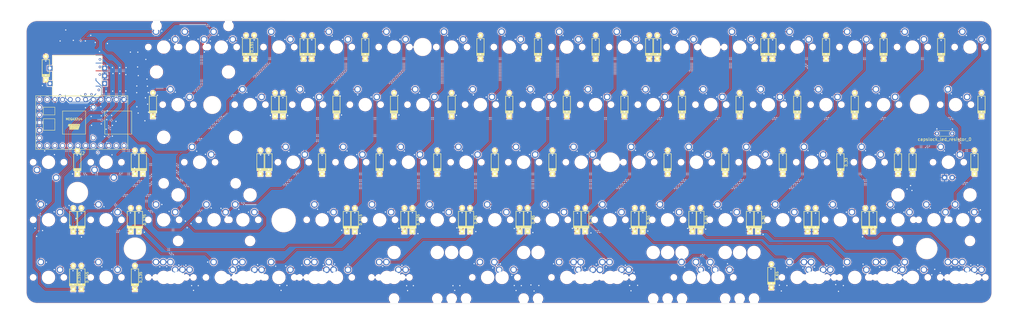
<source format=kicad_pcb>
(kicad_pcb (version 20171130) (host pcbnew "(5.1.6)-1")
  (layers (0 F.Cu signal) (31 B.Cu signal) (34 B.Paste user) (35 F.Paste user) (36 B.SilkS user) (37 F.SilkS user) (38 B.Mask user) (39 F.Mask user) (44 Edge.Cuts user))
  (net 0 "")
  (net 1 GND)
  (net 2 B)
  (net 3 A)
  (net 4 R3)
  (net 5 R4)
  (net 6 R2)
  (net 7 R1)
  (net 8 "Net-(U2-Pad31)")
  (net 9 "Net-(U2-Pad29)")
  (net 10 "Net-(U2-Pad14)")
  (net 11 "Net-(D_11-Pad2)")
  (net 12 "Net-(D_12-Pad2)")
  (net 13 "Net-(D_13-Pad2)")
  (net 14 "Net-(D_14-Pad2)")
  (net 15 "Net-(D_21-Pad2)")
  (net 16 "Net-(D_22-Pad2)")
  (net 17 "Net-(D_23-Pad2)")
  (net 18 "Net-(D_24-Pad2)")
  (net 19 "Net-(D_31-Pad2)")
  (net 20 "Net-(D_32-Pad2)")
  (net 21 "Net-(D_33-Pad2)")
  (net 22 "Net-(D_34-Pad2)")
  (net 23 "Net-(D_41-Pad2)")
  (net 24 "Net-(D_42-Pad2)")
  (net 25 "Net-(D_43-Pad2)")
  (net 26 "Net-(D_44-Pad2)")
  (net 27 "Net-(D_51-Pad2)")
  (net 28 "Net-(D_52-Pad2)")
  (net 29 "Net-(D_53-Pad2)")
  (net 30 "Net-(D_54-Pad2)")
  (net 31 "Net-(D_61-Pad2)")
  (net 32 "Net-(D_62-Pad2)")
  (net 33 "Net-(D_63-Pad2)")
  (net 34 RST)
  (net 35 "Net-(MX_Capslock_0-Pad3)")
  (net 36 CAPS)
  (net 37 D1)
  (net 38 D0)
  (net 39 C11)
  (net 40 C02)
  (net 41 C03)
  (net 42 C04)
  (net 43 C05)
  (net 44 C07)
  (net 45 C08)
  (net 46 C09)
  (net 47 C10)
  (net 48 C14)
  (net 49 C01)
  (net 50 C15)
  (net 51 C12)
  (net 52 B1)
  (net 53 B0)
  (net 54 B4)
  (net 55 B7)
  (net 56 B10)
  (net 57 B11)
  (net 58 B12)
  (net 59 B16)
  (net 60 B20)
  (net 61 B23)
  (net 62 B24)
  (net 63 B33)
  (net 64 B32)
  (net 65 B28)
  (net 66 B31)
  (net 67 "Net-(D_64-Pad2)")
  (net 68 "Net-(D_71-Pad2)")
  (net 69 "Net-(D_72-Pad2)")
  (net 70 "Net-(D_73-Pad2)")
  (net 71 "Net-(D_74-Pad2)")
  (net 72 "Net-(D_81-Pad2)")
  (net 73 "Net-(D_82-Pad2)")
  (net 74 "Net-(D_83-Pad2)")
  (net 75 "Net-(D_84-Pad2)")
  (net 76 "Net-(D_91-Pad2)")
  (net 77 "Net-(D_92-Pad2)")
  (net 78 "Net-(D_93-Pad2)")
  (net 79 "Net-(D_94-Pad2)")
  (net 80 "Net-(D_101-Pad2)")
  (net 81 "Net-(D_102-Pad2)")
  (net 82 "Net-(D_103-Pad2)")
  (net 83 "Net-(D_104-Pad2)")
  (net 84 "Net-(D_111-Pad2)")
  (net 85 "Net-(D_112-Pad2)")
  (net 86 "Net-(D_113-Pad2)")
  (net 87 "Net-(D_114-Pad2)")
  (net 88 "Net-(D_121-Pad2)")
  (net 89 "Net-(D_122-Pad2)")
  (net 90 "Net-(D_123-Pad2)")
  (net 91 "Net-(D_124-Pad2)")
  (net 92 "Net-(D_131-Pad2)")
  (net 93 "Net-(D_132-Pad2)")
  (net 94 "Net-(D_133-Pad2)")
  (net 95 "Net-(D_134-Pad2)")
  (net 96 "Net-(D_141-Pad2)")
  (net 97 "Net-(D_142-Pad2)")
  (net 98 "Net-(D_143-Pad2)")
  (net 99 "Net-(D_144-Pad2)")
  (net 100 "Net-(D_145-Pad2)")
  (net 101 "Net-(D_151-Pad2)")
  (net 102 "Net-(D_152-Pad2)")
  (net 103 "Net-(D_153-Pad2)")
  (net 104 "Net-(D_154-Pad2)")
  (net 105 "Net-(D_155-Pad2)")
  (net 106 "Net-(D_15-Pad1)")
  (module keyboard_parts:D_axial (layer F.Cu) (at -25.1587 150.0124 90)
    (fp_text reference D_155 (at 0 1.925 90) (layer F.SilkS) (effects (font (size 0.8 0.8))))
    (fp_text value D_Small hide)
    (pad 2 thru_hole circle (at 3.9 0 90) (size 1.6 1.6) (drill 0.7) (layers *.Cu *.Mask F.SilkS) (net 105 "Net-(D_155-Pad2)"))
    (pad 1 thru_hole rect (at -3.9 0 90) (size 1.6 1.6) (drill 0.7) (layers *.Cu *.Mask F.SilkS) (net 53 B0))
  )
  (module keyboard_parts:D_axial (layer F.Cu) (at -22.4663 149.99716 90)
    (fp_text reference D_145 (at 0 1.925 90) (layer F.SilkS) (effects (font (size 0.8 0.8))))
    (fp_text value D_Small hide)
    (pad 2 thru_hole circle (at 3.9 0 90) (size 1.6 1.6) (drill 0.7) (layers *.Cu *.Mask F.SilkS) (net 100 "Net-(D_145-Pad2)"))
    (pad 1 thru_hole rect (at -3.9 0 90) (size 1.6 1.6) (drill 0.7) (layers *.Cu *.Mask F.SilkS) (net 53 B0))
  )
  (module keyboard_parts:D_axial (layer F.Cu) (at -4.7498 149.987 90)
    (fp_text reference D_135 (at 0 1.925 90) (layer F.SilkS) (effects (font (size 0.8 0.8))))
    (fp_text value D_Small hide)
    (pad 2 thru_hole circle (at 3.9 0 90) (size 1.6 1.6) (drill 0.7) (layers *.Cu *.Mask F.SilkS) (net 63 B33))
    (pad 1 thru_hole rect (at -3.9 0 90) (size 1.6 1.6) (drill 0.7) (layers *.Cu *.Mask F.SilkS) (net 53 B0))
  )
  (module keyboard_parts:D_axial (layer F.Cu) (at -3.4417 130.937 90)
    (fp_text reference D_125 (at 0 1.925 90) (layer F.SilkS) (effects (font (size 0.8 0.8))))
    (fp_text value D_Small hide)
    (pad 2 thru_hole circle (at 3.9 0 90) (size 1.6 1.6) (drill 0.7) (layers *.Cu *.Mask F.SilkS) (net 51 C12))
    (pad 1 thru_hole rect (at -3.9 0 90) (size 1.6 1.6) (drill 0.7) (layers *.Cu *.Mask F.SilkS) (net 66 B31))
  )
  (module keyboard_parts:D_axial (layer F.Cu) (at 67.9958 130.9624 90)
    (fp_text reference D_115 (at 0 1.925 90) (layer F.SilkS) (effects (font (size 0.8 0.8))))
    (fp_text value D_Small hide)
    (pad 2 thru_hole circle (at 3.9 0 90) (size 1.6 1.6) (drill 0.7) (layers *.Cu *.Mask F.SilkS) (net 39 C11))
    (pad 1 thru_hole rect (at -3.9 0 90) (size 1.6 1.6) (drill 0.7) (layers *.Cu *.Mask F.SilkS) (net 65 B28))
  )
  (module keyboard_parts:D_axial (layer F.Cu) (at 87.0458 130.9243 90)
    (fp_text reference D_105 (at 0 1.925 90) (layer F.SilkS) (effects (font (size 0.8 0.8))))
    (fp_text value D_Small hide)
    (pad 2 thru_hole circle (at 3.9 0 90) (size 1.6 1.6) (drill 0.7) (layers *.Cu *.Mask F.SilkS) (net 47 C10))
    (pad 1 thru_hole rect (at -3.9 0 90) (size 1.6 1.6) (drill 0.7) (layers *.Cu *.Mask F.SilkS) (net 62 B24))
  )
  (module keyboard_parts:D_axial (layer F.Cu) (at 106.0958 130.9243 90)
    (fp_text reference D_95 (at 0 1.925 90) (layer F.SilkS) (effects (font (size 0.8 0.8))))
    (fp_text value D_Small hide)
    (pad 2 thru_hole circle (at 3.9 0 90) (size 1.6 1.6) (drill 0.7) (layers *.Cu *.Mask F.SilkS) (net 46 C09))
    (pad 1 thru_hole rect (at -3.9 0 90) (size 1.6 1.6) (drill 0.7) (layers *.Cu *.Mask F.SilkS) (net 61 B23))
  )
  (module keyboard_parts:D_axial (layer F.Cu) (at 125.1331 130.8989 90)
    (fp_text reference D_85 (at 0 1.925 90) (layer F.SilkS) (effects (font (size 0.8 0.8))))
    (fp_text value D_Small hide)
    (pad 2 thru_hole circle (at 3.9 0 90) (size 1.6 1.6) (drill 0.7) (layers *.Cu *.Mask F.SilkS) (net 45 C08))
    (pad 1 thru_hole rect (at -3.9 0 90) (size 1.6 1.6) (drill 0.7) (layers *.Cu *.Mask F.SilkS) (net 60 B20))
  )
  (module keyboard_parts:D_axial (layer F.Cu) (at 144.1831 130.9116 90)
    (fp_text reference D_75 (at 0 1.925 90) (layer F.SilkS) (effects (font (size 0.8 0.8))))
    (fp_text value D_Small hide)
    (pad 2 thru_hole circle (at 3.9 0 90) (size 1.6 1.6) (drill 0.7) (layers *.Cu *.Mask F.SilkS) (net 44 C07))
    (pad 1 thru_hole rect (at -3.9 0 90) (size 1.6 1.6) (drill 0.7) (layers *.Cu *.Mask F.SilkS) (net 59 B16))
  )
  (module keyboard_parts:D_axial (layer F.Cu) (at 205.7654 149.4917 90)
    (fp_text reference D_65 (at 0 1.925 90) (layer F.SilkS) (effects (font (size 0.8 0.8))))
    (fp_text value D_Small hide)
    (pad 2 thru_hole circle (at 3.9 0 90) (size 1.6 1.6) (drill 0.7) (layers *.Cu *.Mask F.SilkS) (net 57 B11))
    (pad 1 thru_hole rect (at -3.9 0 90) (size 1.6 1.6) (drill 0.7) (layers *.Cu *.Mask F.SilkS) (net 53 B0))
  )
  (module keyboard_parts:D_axial (layer F.Cu) (at 163.2331 130.9243 90)
    (fp_text reference D_55 (at 0 1.925 90) (layer F.SilkS) (effects (font (size 0.8 0.8))))
    (fp_text value D_Small hide)
    (pad 2 thru_hole circle (at 3.9 0 90) (size 1.6 1.6) (drill 0.7) (layers *.Cu *.Mask F.SilkS) (net 43 C05))
    (pad 1 thru_hole rect (at -3.9 0 90) (size 1.6 1.6) (drill 0.7) (layers *.Cu *.Mask F.SilkS) (net 56 B10))
  )
  (module keyboard_parts:D_axial (layer F.Cu) (at 182.2831 130.9116 90)
    (fp_text reference D_45 (at 0 1.925 90) (layer F.SilkS) (effects (font (size 0.8 0.8))))
    (fp_text value D_Small hide)
    (pad 2 thru_hole circle (at 3.9 0 90) (size 1.6 1.6) (drill 0.7) (layers *.Cu *.Mask F.SilkS) (net 42 C04))
    (pad 1 thru_hole rect (at -3.9 0 90) (size 1.6 1.6) (drill 0.7) (layers *.Cu *.Mask F.SilkS) (net 55 B7))
  )
  (module keyboard_parts:D_axial (layer F.Cu) (at 201.3331 130.9116 90)
    (fp_text reference D_35 (at 0 1.925 90) (layer F.SilkS) (effects (font (size 0.8 0.8))))
    (fp_text value D_Small hide)
    (pad 2 thru_hole circle (at 3.9 0 90) (size 1.6 1.6) (drill 0.7) (layers *.Cu *.Mask F.SilkS) (net 41 C03))
    (pad 1 thru_hole rect (at -3.9 0 90) (size 1.6 1.6) (drill 0.7) (layers *.Cu *.Mask F.SilkS) (net 54 B4))
  )
  (module MX_Only:MXOnly-1U-NoLED (layer B.Cu) (at 233.3625 149.9997 180)
    (fp_text reference MX_Left_Alt_2)
    (fp_text value MX-LED)
    (pad 2 thru_hole circle (at 2.54 5.08 180) (size 2.25 2.25) (drill 1.47) (layers *.Cu F.Mask) (net 55 B7))
    (pad "" np_thru_hole circle (at 0 0 180) (size 3.9878 3.9878) (drill 3.9878) (layers *.Cu *.Mask))
    (pad 1 thru_hole circle (at -3.81 2.54 180) (size 2.25 2.25) (drill 1.47) (layers *.Cu F.Mask) (net 53 B0))
    (pad "" np_thru_hole circle (at -5.08 0 131.9004) (size 1.75 1.75) (drill 1.75) (layers *.Cu *.Mask))
    (pad "" np_thru_hole circle (at 5.08 0 131.9004) (size 1.75 1.75) (drill 1.75) (layers *.Cu *.Mask))
  )
  (module MX_Only:MXOnly-2.25U-ReversedStabilizers-NoLED (layer B.Cu) (at 111.91875 149.9997 180)
    (fp_text reference MX_Space_R_3)
    (fp_text value MX-LED)
    (pad 2 thru_hole circle (at 2.54 5.08 180) (size 2.25 2.25) (drill 1.47) (layers *.Cu F.Mask) (net 53 B0))
    (pad "" np_thru_hole circle (at 0 0 180) (size 3.9878 3.9878) (drill 3.9878) (layers *.Cu *.Mask))
    (pad 1 thru_hole circle (at -3.81 2.54 180) (size 2.25 2.25) (drill 1.47) (layers *.Cu F.Mask) (net 60 B20))
    (pad "" np_thru_hole circle (at -5.08 0 131.9004) (size 1.75 1.75) (drill 1.75) (layers *.Cu *.Mask))
    (pad "" np_thru_hole circle (at 5.08 0 131.9004) (size 1.75 1.75) (drill 1.75) (layers *.Cu *.Mask))
    (pad "" np_thru_hole circle (at -11.90625 -6.985 180) (size 3.048 3.048) (drill 3.048) (layers *.Cu *.Mask))
    (pad "" np_thru_hole circle (at 11.90625 -6.985 180) (size 3.048 3.048) (drill 3.048) (layers *.Cu *.Mask))
    (pad "" np_thru_hole circle (at -11.90625 8.255 180) (size 3.9878 3.9878) (drill 3.9878) (layers *.Cu *.Mask))
    (pad "" np_thru_hole circle (at 11.90625 8.255 180) (size 3.9878 3.9878) (drill 3.9878) (layers *.Cu *.Mask))
  )
  (module MX_Only:MXOnly-2.75U-ReversedStabilizers-NoLED (layer B.Cu) (at 116.68125 149.9997 180)
    (fp_text reference MX_Space_R_2)
    (fp_text value MX-LED)
    (pad 2 thru_hole circle (at 2.54 5.08 180) (size 2.25 2.25) (drill 1.47) (layers *.Cu F.Mask) (net 60 B20))
    (pad "" np_thru_hole circle (at 0 0 180) (size 3.9878 3.9878) (drill 3.9878) (layers *.Cu *.Mask))
    (pad 1 thru_hole circle (at -3.81 2.54 180) (size 2.25 2.25) (drill 1.47) (layers *.Cu F.Mask) (net 53 B0))
    (pad "" np_thru_hole circle (at -5.08 0 131.9004) (size 1.75 1.75) (drill 1.75) (layers *.Cu *.Mask))
    (pad "" np_thru_hole circle (at 5.08 0 131.9004) (size 1.75 1.75) (drill 1.75) (layers *.Cu *.Mask))
    (pad "" np_thru_hole circle (at -11.90625 -6.985 180) (size 3.048 3.048) (drill 3.048) (layers *.Cu *.Mask))
    (pad "" np_thru_hole circle (at 11.90625 -6.985 180) (size 3.048 3.048) (drill 3.048) (layers *.Cu *.Mask))
    (pad "" np_thru_hole circle (at -11.90625 8.255 180) (size 3.9878 3.9878) (drill 3.9878) (layers *.Cu *.Mask))
    (pad "" np_thru_hole circle (at 11.90625 8.255 180) (size 3.9878 3.9878) (drill 3.9878) (layers *.Cu *.Mask))
  )
  (module MX_Only:MXOnly-1.25U-NoLED (layer B.Cu) (at 145.25498 149.9997 180)
    (fp_text reference MX_Space_M_5)
    (fp_text value MX-LED)
    (pad 2 thru_hole circle (at 2.54 5.08 180) (size 2.25 2.25) (drill 1.47) (layers *.Cu F.Mask) (net 53 B0))
    (pad "" np_thru_hole circle (at 0 0 180) (size 3.9878 3.9878) (drill 3.9878) (layers *.Cu *.Mask))
    (pad 1 thru_hole circle (at -3.81 2.54 180) (size 2.25 2.25) (drill 1.47) (layers *.Cu F.Mask) (net 59 B16))
    (pad "" np_thru_hole circle (at -5.08 0 131.9004) (size 1.75 1.75) (drill 1.75) (layers *.Cu *.Mask))
    (pad "" np_thru_hole circle (at 5.08 0 131.9004) (size 1.75 1.75) (drill 1.75) (layers *.Cu *.Mask))
  )
  (module MX_Only:MXOnly-1.25U-NoLED (layer B.Cu) (at 154.78125 149.9997 180)
    (fp_text reference MX_Space_M_4)
    (fp_text value MX-LED)
    (pad 2 thru_hole circle (at 2.54 5.08 180) (size 2.25 2.25) (drill 1.47) (layers *.Cu F.Mask) (net 59 B16))
    (pad "" np_thru_hole circle (at 0 0 180) (size 3.9878 3.9878) (drill 3.9878) (layers *.Cu *.Mask))
    (pad 1 thru_hole circle (at -3.81 2.54 180) (size 2.25 2.25) (drill 1.47) (layers *.Cu F.Mask) (net 53 B0))
    (pad "" np_thru_hole circle (at -5.08 0 131.9004) (size 1.75 1.75) (drill 1.75) (layers *.Cu *.Mask))
    (pad "" np_thru_hole circle (at 5.08 0 131.9004) (size 1.75 1.75) (drill 1.75) (layers *.Cu *.Mask))
  )
  (module MX_Only:MXOnly-1U-NoLED (layer B.Cu) (at 142.875 149.9997 180)
    (fp_text reference MX_Space_M_3)
    (fp_text value MX-LED)
    (pad 2 thru_hole circle (at 2.54 5.08 180) (size 2.25 2.25) (drill 1.47) (layers *.Cu F.Mask) (net 53 B0))
    (pad "" np_thru_hole circle (at 0 0 180) (size 3.9878 3.9878) (drill 3.9878) (layers *.Cu *.Mask))
    (pad 1 thru_hole circle (at -3.81 2.54 180) (size 2.25 2.25) (drill 1.47) (layers *.Cu F.Mask) (net 59 B16))
    (pad "" np_thru_hole circle (at -5.08 0 131.9004) (size 1.75 1.75) (drill 1.75) (layers *.Cu *.Mask))
    (pad "" np_thru_hole circle (at 5.08 0 131.9004) (size 1.75 1.75) (drill 1.75) (layers *.Cu *.Mask))
  )
  (module MX_Only:MXOnly-1U-NoLED (layer B.Cu) (at 152.4 149.9997 180)
    (fp_text reference MX_Space_M_2)
    (fp_text value MX-LED)
    (pad 2 thru_hole circle (at 2.54 5.08 180) (size 2.25 2.25) (drill 1.47) (layers *.Cu F.Mask) (net 59 B16))
    (pad "" np_thru_hole circle (at 0 0 180) (size 3.9878 3.9878) (drill 3.9878) (layers *.Cu *.Mask))
    (pad 1 thru_hole circle (at -3.81 2.54 180) (size 2.25 2.25) (drill 1.47) (layers *.Cu F.Mask) (net 53 B0))
    (pad "" np_thru_hole circle (at -5.08 0 131.9004) (size 1.75 1.75) (drill 1.75) (layers *.Cu *.Mask))
    (pad "" np_thru_hole circle (at 5.08 0 131.9004) (size 1.75 1.75) (drill 1.75) (layers *.Cu *.Mask))
  )
  (module MX_Only:MXOnly-2.75U-ReversedStabilizers-NoLED (layer B.Cu) (at 183.35498 150.00224 180)
    (fp_text reference MX_Space_L_5)
    (fp_text value MX-LED)
    (pad 2 thru_hole circle (at 2.54 5.08 180) (size 2.25 2.25) (drill 1.47) (layers *.Cu F.Mask) (net 57 B11))
    (pad "" np_thru_hole circle (at 0 0 180) (size 3.9878 3.9878) (drill 3.9878) (layers *.Cu *.Mask))
    (pad 1 thru_hole circle (at -3.81 2.54 180) (size 2.25 2.25) (drill 1.47) (layers *.Cu F.Mask) (net 58 B12))
    (pad "" np_thru_hole circle (at -5.08 0 131.9004) (size 1.75 1.75) (drill 1.75) (layers *.Cu *.Mask))
    (pad "" np_thru_hole circle (at 5.08 0 131.9004) (size 1.75 1.75) (drill 1.75) (layers *.Cu *.Mask))
    (pad "" np_thru_hole circle (at -11.90625 -6.985 180) (size 3.048 3.048) (drill 3.048) (layers *.Cu *.Mask))
    (pad "" np_thru_hole circle (at 11.90625 -6.985 180) (size 3.048 3.048) (drill 3.048) (layers *.Cu *.Mask))
    (pad "" np_thru_hole circle (at -11.90625 8.255 180) (size 3.9878 3.9878) (drill 3.9878) (layers *.Cu *.Mask))
    (pad "" np_thru_hole circle (at 11.90625 8.255 180) (size 3.9878 3.9878) (drill 3.9878) (layers *.Cu *.Mask))
  )
  (module MX_Only:MXOnly-2.25U-ReversedStabilizers-NoLED (layer B.Cu) (at 188.11748 150.00224 180)
    (fp_text reference MX_Space_L_4)
    (fp_text value MX-LED)
    (pad 2 thru_hole circle (at 2.54 5.08 180) (size 2.25 2.25) (drill 1.47) (layers *.Cu F.Mask) (net 58 B12))
    (pad "" np_thru_hole circle (at 0 0 180) (size 3.9878 3.9878) (drill 3.9878) (layers *.Cu *.Mask))
    (pad 1 thru_hole circle (at -3.81 2.54 180) (size 2.25 2.25) (drill 1.47) (layers *.Cu F.Mask) (net 57 B11))
    (pad "" np_thru_hole circle (at -5.08 0 131.9004) (size 1.75 1.75) (drill 1.75) (layers *.Cu *.Mask))
    (pad "" np_thru_hole circle (at 5.08 0 131.9004) (size 1.75 1.75) (drill 1.75) (layers *.Cu *.Mask))
    (pad "" np_thru_hole circle (at -11.90625 -6.985 180) (size 3.048 3.048) (drill 3.048) (layers *.Cu *.Mask))
    (pad "" np_thru_hole circle (at 11.90625 -6.985 180) (size 3.048 3.048) (drill 3.048) (layers *.Cu *.Mask))
    (pad "" np_thru_hole circle (at -11.90625 8.255 180) (size 3.9878 3.9878) (drill 3.9878) (layers *.Cu *.Mask))
    (pad "" np_thru_hole circle (at 11.90625 8.255 180) (size 3.9878 3.9878) (drill 3.9878) (layers *.Cu *.Mask))
  )
  (module MX_Only:MXOnly-2.75U-ReversedStabilizers-NoLED (layer B.Cu) (at 178.59375 149.9997 180)
    (fp_text reference MX_Space_L_3)
    (fp_text value MX-LED)
    (pad 2 thru_hole circle (at 2.54 5.08 180) (size 2.25 2.25) (drill 1.47) (layers *.Cu F.Mask) (net 58 B12))
    (pad "" np_thru_hole circle (at 0 0 180) (size 3.9878 3.9878) (drill 3.9878) (layers *.Cu *.Mask))
    (pad 1 thru_hole circle (at -3.81 2.54 180) (size 2.25 2.25) (drill 1.47) (layers *.Cu F.Mask) (net 57 B11))
    (pad "" np_thru_hole circle (at -5.08 0 131.9004) (size 1.75 1.75) (drill 1.75) (layers *.Cu *.Mask))
    (pad "" np_thru_hole circle (at 5.08 0 131.9004) (size 1.75 1.75) (drill 1.75) (layers *.Cu *.Mask))
    (pad "" np_thru_hole circle (at -11.90625 -6.985 180) (size 3.048 3.048) (drill 3.048) (layers *.Cu *.Mask))
    (pad "" np_thru_hole circle (at 11.90625 -6.985 180) (size 3.048 3.048) (drill 3.048) (layers *.Cu *.Mask))
    (pad "" np_thru_hole circle (at -11.90625 8.255 180) (size 3.9878 3.9878) (drill 3.9878) (layers *.Cu *.Mask))
    (pad "" np_thru_hole circle (at 11.90625 8.255 180) (size 3.9878 3.9878) (drill 3.9878) (layers *.Cu *.Mask))
  )
  (module MX_Only:MXOnly-2.25U-ReversedStabilizers-NoLED (layer B.Cu) (at 183.35625 149.9997 180)
    (fp_text reference MX_Space_L_2)
    (fp_text value MX-LED)
    (pad 2 thru_hole circle (at 2.54 5.08 180) (size 2.25 2.25) (drill 1.47) (layers *.Cu F.Mask) (net 57 B11))
    (pad "" np_thru_hole circle (at 0 0 180) (size 3.9878 3.9878) (drill 3.9878) (layers *.Cu *.Mask))
    (pad 1 thru_hole circle (at -3.81 2.54 180) (size 2.25 2.25) (drill 1.47) (layers *.Cu F.Mask) (net 58 B12))
    (pad "" np_thru_hole circle (at -5.08 0 131.9004) (size 1.75 1.75) (drill 1.75) (layers *.Cu *.Mask))
    (pad "" np_thru_hole circle (at 5.08 0 131.9004) (size 1.75 1.75) (drill 1.75) (layers *.Cu *.Mask))
    (pad "" np_thru_hole circle (at -11.90625 -6.985 180) (size 3.048 3.048) (drill 3.048) (layers *.Cu *.Mask))
    (pad "" np_thru_hole circle (at 11.90625 -6.985 180) (size 3.048 3.048) (drill 3.048) (layers *.Cu *.Mask))
    (pad "" np_thru_hole circle (at -11.90625 8.255 180) (size 3.9878 3.9878) (drill 3.9878) (layers *.Cu *.Mask))
    (pad "" np_thru_hole circle (at 11.90625 8.255 180) (size 3.9878 3.9878) (drill 3.9878) (layers *.Cu *.Mask))
  )
  (module MX_Only:MXOnly-1U-NoLED (layer B.Cu) (at 61.9125 149.9997 180)
    (fp_text reference MX_Right_Super_2)
    (fp_text value MX-LED)
    (pad 2 thru_hole circle (at 2.54 5.08 180) (size 2.25 2.25) (drill 1.47) (layers *.Cu F.Mask) (net 53 B0))
    (pad "" np_thru_hole circle (at 0 0 180) (size 3.9878 3.9878) (drill 3.9878) (layers *.Cu *.Mask))
    (pad 1 thru_hole circle (at -3.81 2.54 180) (size 2.25 2.25) (drill 1.47) (layers *.Cu F.Mask) (net 62 B24))
    (pad "" np_thru_hole circle (at -5.08 0 131.9004) (size 1.75 1.75) (drill 1.75) (layers *.Cu *.Mask))
    (pad "" np_thru_hole circle (at 5.08 0 131.9004) (size 1.75 1.75) (drill 1.75) (layers *.Cu *.Mask))
  )
  (module MX_Only:MXOnly-1.5U-NoLED (layer B.Cu) (at 57.15 149.9997 180)
    (fp_text reference MX_Right_Super_1)
    (fp_text value MX-LED)
    (pad 2 thru_hole circle (at 2.54 5.08 180) (size 2.25 2.25) (drill 1.47) (layers *.Cu F.Mask) (net 62 B24))
    (pad "" np_thru_hole circle (at 0 0 180) (size 3.9878 3.9878) (drill 3.9878) (layers *.Cu *.Mask))
    (pad 1 thru_hole circle (at -3.81 2.54 180) (size 2.25 2.25) (drill 1.47) (layers *.Cu F.Mask) (net 53 B0))
    (pad "" np_thru_hole circle (at -5.08 0 131.9004) (size 1.75 1.75) (drill 1.75) (layers *.Cu *.Mask))
    (pad "" np_thru_hole circle (at 5.08 0 131.9004) (size 1.75 1.75) (drill 1.75) (layers *.Cu *.Mask))
  )
  (module MX_Only:MXOnly-1U-NoLED (layer B.Cu) (at 23.8125 149.9997 180)
    (fp_text reference MX_Right_CTRL_2)
    (fp_text value MX-LED)
    (pad 2 thru_hole circle (at 2.54 5.08 180) (size 2.25 2.25) (drill 1.47) (layers *.Cu F.Mask) (net 66 B31))
    (pad "" np_thru_hole circle (at 0 0 180) (size 3.9878 3.9878) (drill 3.9878) (layers *.Cu *.Mask))
    (pad 1 thru_hole circle (at -3.81 2.54 180) (size 2.25 2.25) (drill 1.47) (layers *.Cu F.Mask) (net 53 B0))
    (pad "" np_thru_hole circle (at -5.08 0 131.9004) (size 1.75 1.75) (drill 1.75) (layers *.Cu *.Mask))
    (pad "" np_thru_hole circle (at 5.08 0 131.9004) (size 1.75 1.75) (drill 1.75) (layers *.Cu *.Mask))
  )
  (module MX_Only:MXOnly-1U-NoLED (layer B.Cu) (at 80.9625 149.9997 180)
    (fp_text reference MX_Right_ALT_2)
    (fp_text value MX-LED)
    (pad 2 thru_hole circle (at 2.54 5.08 180) (size 2.25 2.25) (drill 1.47) (layers *.Cu F.Mask) (net 61 B23))
    (pad "" np_thru_hole circle (at 0 0 180) (size 3.9878 3.9878) (drill 3.9878) (layers *.Cu *.Mask))
    (pad 1 thru_hole circle (at -3.81 2.54 180) (size 2.25 2.25) (drill 1.47) (layers *.Cu F.Mask) (net 53 B0))
    (pad "" np_thru_hole circle (at -5.08 0 131.9004) (size 1.75 1.75) (drill 1.75) (layers *.Cu *.Mask))
    (pad "" np_thru_hole circle (at 5.08 0 131.9004) (size 1.75 1.75) (drill 1.75) (layers *.Cu *.Mask))
  )
  (module MX_Only:MXOnly-1U-NoLED (layer B.Cu) (at 33.3375 149.9997 180)
    (fp_text reference MX_Menu_1)
    (fp_text value MX-LED)
    (pad 2 thru_hole circle (at 2.54 5.08 180) (size 2.25 2.25) (drill 1.47) (layers *.Cu F.Mask) (net 53 B0))
    (pad "" np_thru_hole circle (at 0 0 180) (size 3.9878 3.9878) (drill 3.9878) (layers *.Cu *.Mask))
    (pad 1 thru_hole circle (at -3.81 2.54 180) (size 2.25 2.25) (drill 1.47) (layers *.Cu F.Mask) (net 65 B28))
    (pad "" np_thru_hole circle (at -5.08 0 131.9004) (size 1.75 1.75) (drill 1.75) (layers *.Cu *.Mask))
    (pad "" np_thru_hole circle (at 5.08 0 131.9004) (size 1.75 1.75) (drill 1.75) (layers *.Cu *.Mask))
  )
  (module MX_Only:MXOnly-1U-NoLED (layer B.Cu) (at 214.3125 149.9997 180)
    (fp_text reference MX_Macro_5)
    (fp_text value MX-LED)
    (pad 2 thru_hole circle (at 2.54 5.08 180) (size 2.25 2.25) (drill 1.47) (layers *.Cu F.Mask) (net 56 B10))
    (pad "" np_thru_hole circle (at 0 0 180) (size 3.9878 3.9878) (drill 3.9878) (layers *.Cu *.Mask))
    (pad 1 thru_hole circle (at -3.81 2.54 180) (size 2.25 2.25) (drill 1.47) (layers *.Cu F.Mask) (net 53 B0))
    (pad "" np_thru_hole circle (at -5.08 0 131.9004) (size 1.75 1.75) (drill 1.75) (layers *.Cu *.Mask))
    (pad "" np_thru_hole circle (at 5.08 0 131.9004) (size 1.75 1.75) (drill 1.75) (layers *.Cu *.Mask))
  )
  (module MX_Only:MXOnly-1U-NoLED (layer B.Cu) (at 252.4125 149.9997 180)
    (fp_text reference MX_Left_Super_2)
    (fp_text value MX-LED)
    (pad 2 thru_hole circle (at 2.54 5.08 180) (size 2.25 2.25) (drill 1.47) (layers *.Cu F.Mask) (net 54 B4))
    (pad "" np_thru_hole circle (at 0 0 180) (size 3.9878 3.9878) (drill 3.9878) (layers *.Cu *.Mask))
    (pad 1 thru_hole circle (at -3.81 2.54 180) (size 2.25 2.25) (drill 1.47) (layers *.Cu F.Mask) (net 53 B0))
    (pad "" np_thru_hole circle (at -5.08 0 131.9004) (size 1.75 1.75) (drill 1.75) (layers *.Cu *.Mask))
    (pad "" np_thru_hole circle (at 5.08 0 131.9004) (size 1.75 1.75) (drill 1.75) (layers *.Cu *.Mask))
  )
  (module MX_Only:MXOnly-1U-NoLED (layer B.Cu) (at 271.4625 149.9997 180)
    (fp_text reference MX_Left_CTRL_2)
    (fp_text value MX-LED)
    (pad 2 thru_hole circle (at 2.54 5.08 180) (size 2.25 2.25) (drill 1.47) (layers *.Cu F.Mask) (net 52 B1))
    (pad "" np_thru_hole circle (at 0 0 180) (size 3.9878 3.9878) (drill 3.9878) (layers *.Cu *.Mask))
    (pad 1 thru_hole circle (at -3.81 2.54 180) (size 2.25 2.25) (drill 1.47) (layers *.Cu F.Mask) (net 53 B0))
    (pad "" np_thru_hole circle (at -5.08 0 131.9004) (size 1.75 1.75) (drill 1.75) (layers *.Cu *.Mask))
    (pad "" np_thru_hole circle (at 5.08 0 131.9004) (size 1.75 1.75) (drill 1.75) (layers *.Cu *.Mask))
  )
  (module Resistor_THT:R_Axial_DIN0204_L3.6mm_D1.6mm_P5.08mm_Horizontal (layer F.Cu) (at 265.5951 102.4001 180)
    (fp_text reference capslock_led_resistor_0 (at 2.54 -1.92) (layer F.SilkS))
    (fp_text value R_Small_US)
    (pad 2 thru_hole oval (at 5.08 0 180) (size 1.4 1.4) (drill 0.7) (layers *.Cu *.Mask) (net 36 CAPS))
    (pad 1 thru_hole circle (at 0 0 180) (size 1.4 1.4) (drill 0.7) (layers *.Cu *.Mask) (net 35 "Net-(MX_Capslock_0-Pad3)"))
  )
  (module MX_Only:MXOnly-1.75U (layer B.Cu) (at 264.31875 111.9 180)
    (fp_text reference MX_Capslock_0)
    (fp_text value MX-LED)
    (pad "" np_thru_hole circle (at 5.08 0 131.9004) (size 1.75 1.75) (drill 1.75) (layers *.Cu *.Mask))
    (pad "" np_thru_hole circle (at -5.08 0 131.9004) (size 1.75 1.75) (drill 1.75) (layers *.Cu *.Mask))
    (pad 4 thru_hole rect (at 1.27 -5.08 180) (size 1.905 1.905) (drill 1.04) (layers *.Cu F.Mask) (net 1 GND))
    (pad 3 thru_hole circle (at -1.27 -5.08 180) (size 1.905 1.905) (drill 1.04) (layers *.Cu F.Mask) (net 35 "Net-(MX_Capslock_0-Pad3)"))
    (pad 1 thru_hole circle (at -3.81 2.54 180) (size 2.25 2.25) (drill 1.47) (layers *.Cu F.Mask) (net 49 C01))
    (pad "" np_thru_hole circle (at 0 0 180) (size 3.9878 3.9878) (drill 3.9878) (layers *.Cu *.Mask))
    (pad 2 thru_hole circle (at 2.54 5.08 180) (size 2.25 2.25) (drill 1.47) (layers *.Cu F.Mask) (net 13 "Net-(D_13-Pad2)"))
  )
  (module MX_Only:MXOnly-1U-NoLED (layer B.Cu) (at 4.7625 73.7997 180)
    (fp_text reference MX_Delete_0)
    (fp_text value MX-LED)
    (pad 2 thru_hole circle (at 2.54 5.08 180) (size 2.25 2.25) (drill 1.47) (layers *.Cu F.Mask) (net 50 C15))
    (pad "" np_thru_hole circle (at 0 0 180) (size 3.9878 3.9878) (drill 3.9878) (layers *.Cu *.Mask))
    (pad 1 thru_hole circle (at -3.81 2.54 180) (size 2.25 2.25) (drill 1.47) (layers *.Cu F.Mask) (net 101 "Net-(D_151-Pad2)"))
    (pad "" np_thru_hole circle (at -5.08 0 131.9004) (size 1.75 1.75) (drill 1.75) (layers *.Cu *.Mask))
    (pad "" np_thru_hole circle (at 5.08 0 131.9004) (size 1.75 1.75) (drill 1.75) (layers *.Cu *.Mask))
  )
  (module MX_Only:MXOnly-1U-NoLED (layer B.Cu) (at 23.8125 73.7997 180)
    (fp_text reference MX_Backspace_0)
    (fp_text value MX-LED)
    (pad 2 thru_hole circle (at 2.54 5.08 180) (size 2.25 2.25) (drill 1.47) (layers *.Cu F.Mask) (net 48 C14))
    (pad "" np_thru_hole circle (at 0 0 180) (size 3.9878 3.9878) (drill 3.9878) (layers *.Cu *.Mask))
    (pad 1 thru_hole circle (at -3.81 2.54 180) (size 2.25 2.25) (drill 1.47) (layers *.Cu F.Mask) (net 96 "Net-(D_141-Pad2)"))
    (pad "" np_thru_hole circle (at -5.08 0 131.9004) (size 1.75 1.75) (drill 1.75) (layers *.Cu *.Mask))
    (pad "" np_thru_hole circle (at 5.08 0 131.9004) (size 1.75 1.75) (drill 1.75) (layers *.Cu *.Mask))
  )
  (module keyboard_parts:D_axial (layer F.Cu) (at 32.004 73.787 90)
    (fp_text reference D_151 (at 0 1.925 90) (layer F.SilkS) (effects (font (size 0.8 0.8))))
    (fp_text value D_Small hide)
    (pad 2 thru_hole circle (at 3.9 0 90) (size 1.6 1.6) (drill 0.7) (layers *.Cu *.Mask F.SilkS) (net 101 "Net-(D_151-Pad2)"))
    (pad 1 thru_hole rect (at -3.9 0 90) (size 1.6 1.6) (drill 0.7) (layers *.Cu *.Mask F.SilkS) (net 7 R1))
  )
  (module MX_Only:MXOnly-2.75U-ReversedStabilizers-NoLED (layer B.Cu) (at 21.43125 130.95 180)
    (fp_text reference MX_Right_Shift_0)
    (fp_text value MX-LED)
    (pad 2 thru_hole circle (at 2.54 5.08 180) (size 2.25 2.25) (drill 1.47) (layers *.Cu F.Mask) (net 91 "Net-(D_124-Pad2)"))
    (pad "" np_thru_hole circle (at 0 0 180) (size 3.9878 3.9878) (drill 3.9878) (layers *.Cu *.Mask))
    (pad 1 thru_hole circle (at -3.81 2.54 180) (size 2.25 2.25) (drill 1.47) (layers *.Cu F.Mask) (net 51 C12))
    (pad "" np_thru_hole circle (at -5.08 0 131.9004) (size 1.75 1.75) (drill 1.75) (layers *.Cu *.Mask))
    (pad "" np_thru_hole circle (at 5.08 0 131.9004) (size 1.75 1.75) (drill 1.75) (layers *.Cu *.Mask))
    (pad "" np_thru_hole circle (at -11.90625 -6.985 180) (size 3.048 3.048) (drill 3.048) (layers *.Cu *.Mask))
    (pad "" np_thru_hole circle (at 11.90625 -6.985 180) (size 3.048 3.048) (drill 3.048) (layers *.Cu *.Mask))
    (pad "" np_thru_hole circle (at -11.90625 8.255 180) (size 3.9878 3.9878) (drill 3.9878) (layers *.Cu *.Mask))
    (pad "" np_thru_hole circle (at 11.90625 8.255 180) (size 3.9878 3.9878) (drill 3.9878) (layers *.Cu *.Mask))
  )
  (module MX_Only:MXOnly-1U-NoLED (layer B.Cu) (at 80.9625 73.8 180)
    (fp_text reference MX_0)
    (fp_text value MX-LED)
    (pad "" np_thru_hole circle (at 5.08 0 131.9004) (size 1.75 1.75) (drill 1.75) (layers *.Cu *.Mask))
    (pad "" np_thru_hole circle (at -5.08 0 131.9004) (size 1.75 1.75) (drill 1.75) (layers *.Cu *.Mask))
    (pad 1 thru_hole circle (at -3.81 2.54 180) (size 2.25 2.25) (drill 1.47) (layers *.Cu F.Mask) (net 39 C11))
    (pad "" np_thru_hole circle (at 0 0 180) (size 3.9878 3.9878) (drill 3.9878) (layers *.Cu *.Mask))
    (pad 2 thru_hole circle (at 2.54 5.08 180) (size 2.25 2.25) (drill 1.47) (layers *.Cu F.Mask) (net 84 "Net-(D_111-Pad2)"))
  )
  (module MX_Only:MXOnly-1.75U-NoLED (layer B.Cu) (at 30.95625 130.95 180)
    (fp_text reference MX_Right_Shift_1)
    (fp_text value MX-LED)
    (pad 2 thru_hole circle (at 2.54 5.08 180) (size 2.25 2.25) (drill 1.47) (layers *.Cu F.Mask) (net 51 C12))
    (pad "" np_thru_hole circle (at 0 0 180) (size 3.9878 3.9878) (drill 3.9878) (layers *.Cu *.Mask))
    (pad 1 thru_hole circle (at -3.81 2.54 180) (size 2.25 2.25) (drill 1.47) (layers *.Cu F.Mask) (net 91 "Net-(D_124-Pad2)"))
    (pad "" np_thru_hole circle (at -5.08 0 131.9004) (size 1.75 1.75) (drill 1.75) (layers *.Cu *.Mask))
    (pad "" np_thru_hole circle (at 5.08 0 131.9004) (size 1.75 1.75) (drill 1.75) (layers *.Cu *.Mask))
  )
  (module MX_Only:MXOnly-2.25U-ReversedStabilizers-NoLED (layer B.Cu) (at 16.66875 111.9 180)
    (fp_text reference MX_Enter_0)
    (fp_text value MX-LED)
    (pad 2 thru_hole circle (at 2.54 5.08 180) (size 2.25 2.25) (drill 1.47) (layers *.Cu F.Mask) (net 64 B32))
    (pad "" np_thru_hole circle (at 0 0 180) (size 3.9878 3.9878) (drill 3.9878) (layers *.Cu *.Mask))
    (pad 1 thru_hole circle (at -3.81 2.54 180) (size 2.25 2.25) (drill 1.47) (layers *.Cu F.Mask) (net 94 "Net-(D_133-Pad2)"))
    (pad "" np_thru_hole circle (at -5.08 0 131.9004) (size 1.75 1.75) (drill 1.75) (layers *.Cu *.Mask))
    (pad "" np_thru_hole circle (at 5.08 0 131.9004) (size 1.75 1.75) (drill 1.75) (layers *.Cu *.Mask))
    (pad "" np_thru_hole circle (at -11.90625 -6.985 180) (size 3.048 3.048) (drill 3.048) (layers *.Cu *.Mask))
    (pad "" np_thru_hole circle (at 11.90625 -6.985 180) (size 3.048 3.048) (drill 3.048) (layers *.Cu *.Mask))
    (pad "" np_thru_hole circle (at -11.90625 8.255 180) (size 3.9878 3.9878) (drill 3.9878) (layers *.Cu *.Mask))
    (pad "" np_thru_hole circle (at 11.90625 8.255 180) (size 3.9878 3.9878) (drill 3.9878) (layers *.Cu *.Mask))
  )
  (module keyboard_parts:D_axial (layer F.Cu) (at -2.1209 111.8743 90)
    (fp_text reference D_124 hide)
    (fp_text value D_Small hide)
    (pad 2 thru_hole circle (at 3.9 0 90) (size 1.6 1.6) (drill 0.7) (layers *.Cu *.Mask F.SilkS) (net 91 "Net-(D_124-Pad2)"))
    (pad 1 thru_hole rect (at -3.9 0 90) (size 1.6 1.6) (drill 0.7) (layers *.Cu *.Mask F.SilkS) (net 5 R4))
  )
  (module keyboard_parts:D_axial (layer F.Cu) (at -34.2265 80.772 90)
    (fp_text reference D_152 hide)
    (fp_text value D_Small hide)
    (pad 2 thru_hole circle (at 3.9 0 90) (size 1.6 1.6) (drill 0.7) (layers *.Cu *.Mask F.SilkS) (net 102 "Net-(D_152-Pad2)"))
    (pad 1 thru_hole rect (at -3.9 0 90) (size 1.6 1.6) (drill 0.7) (layers *.Cu *.Mask F.SilkS) (net 6 R2))
  )
  (module keyboard_parts:D_axial (layer F.Cu) (at 34.671 73.787 90)
    (fp_text reference D_141 hide)
    (fp_text value D_Small hide)
    (pad 2 thru_hole circle (at 3.9 0 90) (size 1.6 1.6) (drill 0.7) (layers *.Cu *.Mask F.SilkS) (net 96 "Net-(D_141-Pad2)"))
    (pad 1 thru_hole rect (at -3.9 0 90) (size 1.6 1.6) (drill 0.7) (layers *.Cu *.Mask F.SilkS) (net 7 R1))
  )
  (module keyboard_parts:D_axial (layer F.Cu) (at 51.054 73.787 90)
    (fp_text reference D_131 hide)
    (fp_text value D_Small hide)
    (pad 2 thru_hole circle (at 3.9 0 90) (size 1.6 1.6) (drill 0.7) (layers *.Cu *.Mask F.SilkS) (net 92 "Net-(D_131-Pad2)"))
    (pad 1 thru_hole rect (at -3.9 0 90) (size 1.6 1.6) (drill 0.7) (layers *.Cu *.Mask F.SilkS) (net 7 R1))
  )
  (module keyboard_parts:D_axial (layer F.Cu) (at 53.721 73.787 90)
    (fp_text reference D_121 hide)
    (fp_text value D_Small hide)
    (pad 2 thru_hole circle (at 3.9 0 90) (size 1.6 1.6) (drill 0.7) (layers *.Cu *.Mask F.SilkS) (net 88 "Net-(D_121-Pad2)"))
    (pad 1 thru_hole rect (at -3.9 0 90) (size 1.6 1.6) (drill 0.7) (layers *.Cu *.Mask F.SilkS) (net 7 R1))
  )
  (module keyboard_parts:D_axial (layer F.Cu) (at 71.4375 73.787 90)
    (fp_text reference D_111 hide)
    (fp_text value D_Small hide)
    (pad 2 thru_hole circle (at 3.9 0 90) (size 1.6 1.6) (drill 0.7) (layers *.Cu *.Mask F.SilkS) (net 84 "Net-(D_111-Pad2)"))
    (pad 1 thru_hole rect (at -3.9 0 90) (size 1.6 1.6) (drill 0.7) (layers *.Cu *.Mask F.SilkS) (net 7 R1))
  )
  (module keyboard_parts:D_axial (layer F.Cu) (at 109.5375 73.787 90)
    (fp_text reference D_101 hide)
    (fp_text value D_Small hide)
    (pad 2 thru_hole circle (at 3.9 0 90) (size 1.6 1.6) (drill 0.7) (layers *.Cu *.Mask F.SilkS) (net 80 "Net-(D_101-Pad2)"))
    (pad 1 thru_hole rect (at -3.9 0 90) (size 1.6 1.6) (drill 0.7) (layers *.Cu *.Mask F.SilkS) (net 7 R1))
  )
  (module keyboard_parts:D_axial (layer F.Cu) (at 128.5875 73.787 90)
    (fp_text reference D_91 hide)
    (fp_text value D_Small hide)
    (pad 2 thru_hole circle (at 3.9 0 90) (size 1.6 1.6) (drill 0.7) (layers *.Cu *.Mask F.SilkS) (net 76 "Net-(D_91-Pad2)"))
    (pad 1 thru_hole rect (at -3.9 0 90) (size 1.6 1.6) (drill 0.7) (layers *.Cu *.Mask F.SilkS) (net 7 R1))
  )
  (module keyboard_parts:D_axial (layer F.Cu) (at 147.6375 73.787 90)
    (fp_text reference D_81 hide)
    (fp_text value D_Small hide)
    (pad 2 thru_hole circle (at 3.9 0 90) (size 1.6 1.6) (drill 0.7) (layers *.Cu *.Mask F.SilkS) (net 72 "Net-(D_81-Pad2)"))
    (pad 1 thru_hole rect (at -3.9 0 90) (size 1.6 1.6) (drill 0.7) (layers *.Cu *.Mask F.SilkS) (net 7 R1))
  )
  (module keyboard_parts:D_axial (layer F.Cu) (at 165.354 73.787 90)
    (fp_text reference D_71 hide)
    (fp_text value D_Small hide)
    (pad 2 thru_hole circle (at 3.9 0 90) (size 1.6 1.6) (drill 0.7) (layers *.Cu *.Mask F.SilkS) (net 68 "Net-(D_71-Pad2)"))
    (pad 1 thru_hole rect (at -3.9 0 90) (size 1.6 1.6) (drill 0.7) (layers *.Cu *.Mask F.SilkS) (net 7 R1))
  )
  (module keyboard_parts:D_axial (layer F.Cu) (at 168.021 73.787 90)
    (fp_text reference D_61 hide)
    (fp_text value D_Small hide)
    (pad 2 thru_hole circle (at 3.9 0 90) (size 1.6 1.6) (drill 0.7) (layers *.Cu *.Mask F.SilkS) (net 31 "Net-(D_61-Pad2)"))
    (pad 1 thru_hole rect (at -3.9 0 90) (size 1.6 1.6) (drill 0.7) (layers *.Cu *.Mask F.SilkS) (net 7 R1))
  )
  (module keyboard_parts:D_axial (layer F.Cu) (at 203.454 73.787 90)
    (fp_text reference D_51 hide)
    (fp_text value D_Small hide)
    (pad 2 thru_hole circle (at 3.9 0 90) (size 1.6 1.6) (drill 0.7) (layers *.Cu *.Mask F.SilkS) (net 27 "Net-(D_51-Pad2)"))
    (pad 1 thru_hole rect (at -3.9 0 90) (size 1.6 1.6) (drill 0.7) (layers *.Cu *.Mask F.SilkS) (net 7 R1))
  )
  (module keyboard_parts:D_axial (layer F.Cu) (at 206.121 73.787 90)
    (fp_text reference D_41 hide)
    (fp_text value D_small hide)
    (pad 2 thru_hole circle (at 3.9 0 90) (size 1.6 1.6) (drill 0.7) (layers *.Cu *.Mask F.SilkS) (net 23 "Net-(D_41-Pad2)"))
    (pad 1 thru_hole rect (at -3.9 0 90) (size 1.6 1.6) (drill 0.7) (layers *.Cu *.Mask F.SilkS) (net 7 R1))
  )
  (module keyboard_parts:D_axial (layer F.Cu) (at 223.8375 73.787 90)
    (fp_text reference D_31 hide)
    (fp_text value D_Small hide)
    (pad 2 thru_hole circle (at 3.9 0 90) (size 1.6 1.6) (drill 0.7) (layers *.Cu *.Mask F.SilkS) (net 19 "Net-(D_31-Pad2)"))
    (pad 1 thru_hole rect (at -3.9 0 90) (size 1.6 1.6) (drill 0.7) (layers *.Cu *.Mask F.SilkS) (net 7 R1))
  )
  (module keyboard_parts:D_axial (layer F.Cu) (at 242.8875 73.787 90)
    (fp_text reference D_21 hide)
    (fp_text value D_Small hide)
    (pad 2 thru_hole circle (at 3.9 0 90) (size 1.6 1.6) (drill 0.7) (layers *.Cu *.Mask F.SilkS) (net 15 "Net-(D_21-Pad2)"))
    (pad 1 thru_hole rect (at -3.9 0 90) (size 1.6 1.6) (drill 0.7) (layers *.Cu *.Mask F.SilkS) (net 7 R1))
  )
  (module keyboard_parts:D_axial (layer F.Cu) (at -25.146 130.937 90)
    (fp_text reference D_154 hide)
    (fp_text value D_Small hide)
    (pad 2 thru_hole circle (at 3.9 0 90) (size 1.6 1.6) (drill 0.7) (layers *.Cu *.Mask F.SilkS) (net 104 "Net-(D_154-Pad2)"))
    (pad 1 thru_hole rect (at -3.9 0 90) (size 1.6 1.6) (drill 0.7) (layers *.Cu *.Mask F.SilkS) (net 5 R4))
  )
  (module keyboard_parts:D_axial (layer F.Cu) (at -23.8125 111.887 90)
    (fp_text reference D_153 hide)
    (fp_text value D_Small hide)
    (pad 2 thru_hole circle (at 3.9 0 90) (size 1.6 1.6) (drill 0.7) (layers *.Cu *.Mask F.SilkS) (net 103 "Net-(D_153-Pad2)"))
    (pad 1 thru_hole rect (at -3.9 0 90) (size 1.6 1.6) (drill 0.7) (layers *.Cu *.Mask F.SilkS) (net 4 R3))
  )
  (module keyboard_parts:D_axial (layer F.Cu) (at -22.479 130.937 90)
    (fp_text reference D_144 hide)
    (fp_text value D_Small hide)
    (pad 2 thru_hole circle (at 3.9 0 90) (size 1.6 1.6) (drill 0.7) (layers *.Cu *.Mask F.SilkS) (net 99 "Net-(D_144-Pad2)"))
    (pad 1 thru_hole rect (at -3.9 0 90) (size 1.6 1.6) (drill 0.7) (layers *.Cu *.Mask F.SilkS) (net 5 R4))
  )
  (module keyboard_parts:D_axial (layer F.Cu) (at -4.7625 111.887 90)
    (fp_text reference D_143 hide)
    (fp_text value D_Small hide)
    (pad 2 thru_hole circle (at 3.9 0 90) (size 1.6 1.6) (drill 0.7) (layers *.Cu *.Mask F.SilkS) (net 98 "Net-(D_143-Pad2)"))
    (pad 1 thru_hole rect (at -3.9 0 90) (size 1.6 1.6) (drill 0.7) (layers *.Cu *.Mask F.SilkS) (net 4 R3))
  )
  (module keyboard_parts:D_axial (layer F.Cu) (at 236.8296 130.9497 90)
    (fp_text reference D_25 hide)
    (fp_text value D_Small hide)
    (pad 2 thru_hole circle (at 3.9 0 90) (size 1.6 1.6) (drill 0.7) (layers *.Cu *.Mask F.SilkS) (net 40 C02))
    (pad 1 thru_hole rect (at -3.9 0 90) (size 1.6 1.6) (drill 0.7) (layers *.Cu *.Mask F.SilkS) (net 52 B1))
  )
  (module keyboard_parts:D_axial (layer F.Cu) (at -6.096 130.937 90)
    (fp_text reference D_134 hide)
    (fp_text value D_Small hide)
    (pad 2 thru_hole circle (at 3.9 0 90) (size 1.6 1.6) (drill 0.7) (layers *.Cu *.Mask F.SilkS) (net 95 "Net-(D_134-Pad2)"))
    (pad 1 thru_hole rect (at -3.9 0 90) (size 1.6 1.6) (drill 0.7) (layers *.Cu *.Mask F.SilkS) (net 5 R4))
  )
  (module keyboard_parts:D_axial (layer F.Cu) (at 1.2065 92.837 90)
    (fp_text reference D_142 hide)
    (fp_text value D_Small hide)
    (pad 2 thru_hole circle (at 3.9 0 90) (size 1.6 1.6) (drill 0.7) (layers *.Cu *.Mask F.SilkS) (net 97 "Net-(D_142-Pad2)"))
    (pad 1 thru_hole rect (at -3.9 0 90) (size 1.6 1.6) (drill 0.7) (layers *.Cu *.Mask F.SilkS) (net 6 R2))
  )
  (module keyboard_parts:D_axial (layer F.Cu) (at 36.7665 111.887 90)
    (fp_text reference D_133 hide)
    (fp_text value D_Small hide)
    (pad 2 thru_hole circle (at 3.9 0 90) (size 1.6 1.6) (drill 0.7) (layers *.Cu *.Mask F.SilkS) (net 94 "Net-(D_133-Pad2)"))
    (pad 1 thru_hole rect (at -3.9 0 90) (size 1.6 1.6) (drill 0.7) (layers *.Cu *.Mask F.SilkS) (net 4 R3))
  )
  (module keyboard_parts:D_axial (layer F.Cu) (at 41.5925 92.837 90)
    (fp_text reference D_132 hide)
    (fp_text value D_Small hide)
    (pad 2 thru_hole circle (at 3.9 0 90) (size 1.6 1.6) (drill 0.7) (layers *.Cu *.Mask F.SilkS) (net 93 "Net-(D_132-Pad2)"))
    (pad 1 thru_hole rect (at -3.9 0 90) (size 1.6 1.6) (drill 0.7) (layers *.Cu *.Mask F.SilkS) (net 6 R2))
  )
  (module keyboard_parts:D_axial (layer F.Cu) (at 39.4335 111.887 90)
    (fp_text reference D_123 hide)
    (fp_text value D_Small hide)
    (pad 2 thru_hole circle (at 3.9 0 90) (size 1.6 1.6) (drill 0.7) (layers *.Cu *.Mask F.SilkS) (net 90 "Net-(D_123-Pad2)"))
    (pad 1 thru_hole rect (at -3.9 0 90) (size 1.6 1.6) (drill 0.7) (layers *.Cu *.Mask F.SilkS) (net 4 R3))
  )
  (module keyboard_parts:D_axial (layer F.Cu) (at 44.196 92.837 90)
    (fp_text reference D_122 hide)
    (fp_text value D_Small hide)
    (pad 2 thru_hole circle (at 3.9 0 90) (size 1.6 1.6) (drill 0.7) (layers *.Cu *.Mask F.SilkS) (net 89 "Net-(D_122-Pad2)"))
    (pad 1 thru_hole rect (at -3.9 0 90) (size 1.6 1.6) (drill 0.7) (layers *.Cu *.Mask F.SilkS) (net 6 R2))
  )
  (module keyboard_parts:D_axial (layer F.Cu) (at 65.3542 130.9497 90)
    (fp_text reference D_114 hide)
    (fp_text value D_Small hide)
    (pad 2 thru_hole circle (at 3.9 0 90) (size 1.6 1.6) (drill 0.7) (layers *.Cu *.Mask F.SilkS) (net 87 "Net-(D_114-Pad2)"))
    (pad 1 thru_hole rect (at -3.9 0 90) (size 1.6 1.6) (drill 0.7) (layers *.Cu *.Mask F.SilkS) (net 5 R4))
  )
  (module keyboard_parts:D_axial (layer F.Cu) (at 57.15 111.887 90)
    (fp_text reference D_113 hide)
    (fp_text value D_Small hide)
    (pad 2 thru_hole circle (at 3.9 0 90) (size 1.6 1.6) (drill 0.7) (layers *.Cu *.Mask F.SilkS) (net 86 "Net-(D_113-Pad2)"))
    (pad 1 thru_hole rect (at -3.9 0 90) (size 1.6 1.6) (drill 0.7) (layers *.Cu *.Mask F.SilkS) (net 4 R3))
  )
  (module keyboard_parts:D_axial (layer F.Cu) (at 61.9125 92.837 90)
    (fp_text reference D_112 hide)
    (fp_text value D_Small hide)
    (pad 2 thru_hole circle (at 3.9 0 90) (size 1.6 1.6) (drill 0.7) (layers *.Cu *.Mask F.SilkS) (net 85 "Net-(D_112-Pad2)"))
    (pad 1 thru_hole rect (at -3.9 0 90) (size 1.6 1.6) (drill 0.7) (layers *.Cu *.Mask F.SilkS) (net 6 R2))
  )
  (module keyboard_parts:D_axial (layer F.Cu) (at 84.3915 130.9243 90)
    (fp_text reference D_104 hide)
    (fp_text value D_Small hide)
    (pad 2 thru_hole circle (at 3.9 0 90) (size 1.6 1.6) (drill 0.7) (layers *.Cu *.Mask F.SilkS) (net 83 "Net-(D_104-Pad2)"))
    (pad 1 thru_hole rect (at -3.9 0 90) (size 1.6 1.6) (drill 0.7) (layers *.Cu *.Mask F.SilkS) (net 5 R4))
  )
  (module keyboard_parts:D_axial (layer F.Cu) (at 76.2 111.887 90)
    (fp_text reference D_103 hide)
    (fp_text value D_Small hide)
    (pad 2 thru_hole circle (at 3.9 0 90) (size 1.6 1.6) (drill 0.7) (layers *.Cu *.Mask F.SilkS) (net 82 "Net-(D_103-Pad2)"))
    (pad 1 thru_hole rect (at -3.9 0 90) (size 1.6 1.6) (drill 0.7) (layers *.Cu *.Mask F.SilkS) (net 4 R3))
  )
  (module keyboard_parts:D_axial (layer F.Cu) (at 80.9625 92.837 90)
    (fp_text reference D_102 hide)
    (fp_text value D_Small hide)
    (pad 2 thru_hole circle (at 3.9 0 90) (size 1.6 1.6) (drill 0.7) (layers *.Cu *.Mask F.SilkS) (net 81 "Net-(D_102-Pad2)"))
    (pad 1 thru_hole rect (at -3.9 0 90) (size 1.6 1.6) (drill 0.7) (layers *.Cu *.Mask F.SilkS) (net 6 R2))
  )
  (module keyboard_parts:D_axial (layer F.Cu) (at 103.4542 130.937 90)
    (fp_text reference D_94 hide)
    (fp_text value D_Small hide)
    (pad 2 thru_hole circle (at 3.9 0 90) (size 1.6 1.6) (drill 0.7) (layers *.Cu *.Mask F.SilkS) (net 79 "Net-(D_94-Pad2)"))
    (pad 1 thru_hole rect (at -3.9 0 90) (size 1.6 1.6) (drill 0.7) (layers *.Cu *.Mask F.SilkS) (net 5 R4))
  )
  (module keyboard_parts:D_axial (layer F.Cu) (at 95.25 111.887 90)
    (fp_text reference D_93 hide)
    (fp_text value D_Small hide)
    (pad 2 thru_hole circle (at 3.9 0 90) (size 1.6 1.6) (drill 0.7) (layers *.Cu *.Mask F.SilkS) (net 78 "Net-(D_93-Pad2)"))
    (pad 1 thru_hole rect (at -3.9 0 90) (size 1.6 1.6) (drill 0.7) (layers *.Cu *.Mask F.SilkS) (net 4 R3))
  )
  (module keyboard_parts:D_axial (layer F.Cu) (at 100.0125 92.837 90)
    (fp_text reference D_92 hide)
    (fp_text value D_Small hide)
    (pad 2 thru_hole circle (at 3.9 0 90) (size 1.6 1.6) (drill 0.7) (layers *.Cu *.Mask F.SilkS) (net 77 "Net-(D_92-Pad2)"))
    (pad 1 thru_hole rect (at -3.9 0 90) (size 1.6 1.6) (drill 0.7) (layers *.Cu *.Mask F.SilkS) (net 6 R2))
  )
  (module keyboard_parts:D_axial (layer F.Cu) (at 122.5042 130.9116 90)
    (fp_text reference D_84 hide)
    (fp_text value D_Small hide)
    (pad 2 thru_hole circle (at 3.9 0 90) (size 1.6 1.6) (drill 0.7) (layers *.Cu *.Mask F.SilkS) (net 75 "Net-(D_84-Pad2)"))
    (pad 1 thru_hole rect (at -3.9 0 90) (size 1.6 1.6) (drill 0.7) (layers *.Cu *.Mask F.SilkS) (net 5 R4))
  )
  (module keyboard_parts:D_axial (layer F.Cu) (at 114.3 111.887 90)
    (fp_text reference D_83 hide)
    (fp_text value D_Small hide)
    (pad 2 thru_hole circle (at 3.9 0 90) (size 1.6 1.6) (drill 0.7) (layers *.Cu *.Mask F.SilkS) (net 74 "Net-(D_83-Pad2)"))
    (pad 1 thru_hole rect (at -3.9 0 90) (size 1.6 1.6) (drill 0.7) (layers *.Cu *.Mask F.SilkS) (net 4 R3))
  )
  (module keyboard_parts:D_axial (layer F.Cu) (at 119.0625 92.837 90)
    (fp_text reference D_82 hide)
    (fp_text value D_Small hide)
    (pad 2 thru_hole circle (at 3.9 0 90) (size 1.6 1.6) (drill 0.7) (layers *.Cu *.Mask F.SilkS) (net 73 "Net-(D_82-Pad2)"))
    (pad 1 thru_hole rect (at -3.9 0 90) (size 1.6 1.6) (drill 0.7) (layers *.Cu *.Mask F.SilkS) (net 6 R2))
  )
  (module keyboard_parts:D_axial (layer F.Cu) (at 141.5542 130.9116 90)
    (fp_text reference D_74 hide)
    (fp_text value D_Small hide)
    (pad 2 thru_hole circle (at 3.9 0 90) (size 1.6 1.6) (drill 0.7) (layers *.Cu *.Mask F.SilkS) (net 71 "Net-(D_74-Pad2)"))
    (pad 1 thru_hole rect (at -3.9 0 90) (size 1.6 1.6) (drill 0.7) (layers *.Cu *.Mask F.SilkS) (net 5 R4))
  )
  (module keyboard_parts:D_axial (layer F.Cu) (at 133.35 111.887 90)
    (fp_text reference D_73 hide)
    (fp_text value D_Small hide)
    (pad 2 thru_hole circle (at 3.9 0 90) (size 1.6 1.6) (drill 0.7) (layers *.Cu *.Mask F.SilkS) (net 70 "Net-(D_73-Pad2)"))
    (pad 1 thru_hole rect (at -3.9 0 90) (size 1.6 1.6) (drill 0.7) (layers *.Cu *.Mask F.SilkS) (net 4 R3))
  )
  (module keyboard_parts:D_axial (layer F.Cu) (at 138.1125 92.837 90)
    (fp_text reference D_72 hide)
    (fp_text value D_Small hide)
    (pad 2 thru_hole circle (at 3.9 0 90) (size 1.6 1.6) (drill 0.7) (layers *.Cu *.Mask F.SilkS) (net 69 "Net-(D_72-Pad2)"))
    (pad 1 thru_hole rect (at -3.9 0 90) (size 1.6 1.6) (drill 0.7) (layers *.Cu *.Mask F.SilkS) (net 6 R2))
  )
  (module keyboard_parts:D_axial (layer F.Cu) (at 160.5915 130.9243 90)
    (fp_text reference D_64 hide)
    (fp_text value D_Small hide)
    (pad 2 thru_hole circle (at 3.9 0 90) (size 1.6 1.6) (drill 0.7) (layers *.Cu *.Mask F.SilkS) (net 67 "Net-(D_64-Pad2)"))
    (pad 1 thru_hole rect (at -3.9 0 90) (size 1.6 1.6) (drill 0.7) (layers *.Cu *.Mask F.SilkS) (net 5 R4))
  )
  (module keyboard_parts:D_axial (layer F.Cu) (at 171.45 111.887 90)
    (fp_text reference D_63 hide)
    (fp_text value D_Small hide)
    (pad 2 thru_hole circle (at 3.9 0 90) (size 1.6 1.6) (drill 0.7) (layers *.Cu *.Mask F.SilkS) (net 33 "Net-(D_63-Pad2)"))
    (pad 1 thru_hole rect (at -3.9 0 90) (size 1.6 1.6) (drill 0.7) (layers *.Cu *.Mask F.SilkS) (net 4 R3))
  )
  (module keyboard_parts:D_axial (layer F.Cu) (at 157.1625 92.837 90)
    (fp_text reference D_62 hide)
    (fp_text value D_Small hide)
    (pad 2 thru_hole circle (at 3.9 0 90) (size 1.6 1.6) (drill 0.7) (layers *.Cu *.Mask F.SilkS) (net 32 "Net-(D_62-Pad2)"))
    (pad 1 thru_hole rect (at -3.9 0 90) (size 1.6 1.6) (drill 0.7) (layers *.Cu *.Mask F.SilkS) (net 6 R2))
  )
  (module keyboard_parts:D_axial (layer F.Cu) (at 179.6542 130.9116 90)
    (fp_text reference D_54 hide)
    (fp_text value D_Small hide)
    (pad 2 thru_hole circle (at 3.9 0 90) (size 1.6 1.6) (drill 0.7) (layers *.Cu *.Mask F.SilkS) (net 30 "Net-(D_54-Pad2)"))
    (pad 1 thru_hole rect (at -3.9 0 90) (size 1.6 1.6) (drill 0.7) (layers *.Cu *.Mask F.SilkS) (net 5 R4))
  )
  (module keyboard_parts:D_axial (layer F.Cu) (at 190.5 111.887 90)
    (fp_text reference D_53 hide)
    (fp_text value D_Small hide)
    (pad 2 thru_hole circle (at 3.9 0 90) (size 1.6 1.6) (drill 0.7) (layers *.Cu *.Mask F.SilkS) (net 29 "Net-(D_53-Pad2)"))
    (pad 1 thru_hole rect (at -3.9 0 90) (size 1.6 1.6) (drill 0.7) (layers *.Cu *.Mask F.SilkS) (net 4 R3))
  )
  (module keyboard_parts:D_axial (layer F.Cu) (at 176.2125 92.837 90)
    (fp_text reference D_52 hide)
    (fp_text value D_Small hide)
    (pad 2 thru_hole circle (at 3.9 0 90) (size 1.6 1.6) (drill 0.7) (layers *.Cu *.Mask F.SilkS) (net 28 "Net-(D_52-Pad2)"))
    (pad 1 thru_hole rect (at -3.9 0 90) (size 1.6 1.6) (drill 0.7) (layers *.Cu *.Mask F.SilkS) (net 6 R2))
  )
  (module keyboard_parts:D_axial (layer F.Cu) (at 198.6915 130.9243 90)
    (fp_text reference D_44 hide)
    (fp_text value D_Small hide)
    (pad 2 thru_hole circle (at 3.9 0 90) (size 1.6 1.6) (drill 0.7) (layers *.Cu *.Mask F.SilkS) (net 26 "Net-(D_44-Pad2)"))
    (pad 1 thru_hole rect (at -3.9 0 90) (size 1.6 1.6) (drill 0.7) (layers *.Cu *.Mask F.SilkS) (net 5 R4))
  )
  (module keyboard_parts:D_axial (layer F.Cu) (at 209.55 111.887 90)
    (fp_text reference D_43 hide)
    (fp_text value D_Small hide)
    (pad 2 thru_hole circle (at 3.9 0 90) (size 1.6 1.6) (drill 0.7) (layers *.Cu *.Mask F.SilkS) (net 25 "Net-(D_43-Pad2)"))
    (pad 1 thru_hole rect (at -3.9 0 90) (size 1.6 1.6) (drill 0.7) (layers *.Cu *.Mask F.SilkS) (net 4 R3))
  )
  (module keyboard_parts:D_axial (layer F.Cu) (at 195.2625 92.837 90)
    (fp_text reference D_42 hide)
    (fp_text value D_Small hide)
    (pad 2 thru_hole circle (at 3.9 0 90) (size 1.6 1.6) (drill 0.7) (layers *.Cu *.Mask F.SilkS) (net 24 "Net-(D_42-Pad2)"))
    (pad 1 thru_hole rect (at -3.9 0 90) (size 1.6 1.6) (drill 0.7) (layers *.Cu *.Mask F.SilkS) (net 6 R2))
  )
  (module keyboard_parts:D_axial (layer F.Cu) (at 217.7415 130.937 90)
    (fp_text reference D_34 hide)
    (fp_text value D_Small hide)
    (pad 2 thru_hole circle (at 3.9 0 90) (size 1.6 1.6) (drill 0.7) (layers *.Cu *.Mask F.SilkS) (net 22 "Net-(D_34-Pad2)"))
    (pad 1 thru_hole rect (at -3.9 0 90) (size 1.6 1.6) (drill 0.7) (layers *.Cu *.Mask F.SilkS) (net 5 R4))
  )
  (module keyboard_parts:D_axial (layer F.Cu) (at 228.6 111.887 90)
    (fp_text reference D_33 (at 0 1.925 90) (layer F.SilkS) (effects (font (size 0.8 0.8))))
    (fp_text value D_Small hide)
    (pad 2 thru_hole circle (at 3.9 0 90) (size 1.6 1.6) (drill 0.7) (layers *.Cu *.Mask F.SilkS) (net 21 "Net-(D_33-Pad2)"))
    (pad 1 thru_hole rect (at -3.9 0 90) (size 1.6 1.6) (drill 0.7) (layers *.Cu *.Mask F.SilkS) (net 4 R3))
  )
  (module keyboard_parts:D_axial (layer F.Cu) (at 214.3125 92.837 90)
    (fp_text reference D_32 hide)
    (fp_text value D_Small hide)
    (pad 2 thru_hole circle (at 3.9 0 90) (size 1.6 1.6) (drill 0.7) (layers *.Cu *.Mask F.SilkS) (net 20 "Net-(D_32-Pad2)"))
    (pad 1 thru_hole rect (at -3.9 0 90) (size 1.6 1.6) (drill 0.7) (layers *.Cu *.Mask F.SilkS) (net 6 R2))
  )
  (module keyboard_parts:D_axial (layer F.Cu) (at 220.3958 130.9497 90)
    (fp_text reference D_24 hide)
    (fp_text value D_Small hide)
    (pad 2 thru_hole circle (at 3.9 0 90) (size 1.6 1.6) (drill 0.7) (layers *.Cu *.Mask F.SilkS) (net 18 "Net-(D_24-Pad2)"))
    (pad 1 thru_hole rect (at -3.9 0 90) (size 1.6 1.6) (drill 0.7) (layers *.Cu *.Mask F.SilkS) (net 5 R4))
  )
  (module keyboard_parts:D_axial (layer F.Cu) (at 247.65 111.887 90)
    (fp_text reference D_23 hide)
    (fp_text value D_Small hide)
    (pad 2 thru_hole circle (at 3.9 0 90) (size 1.6 1.6) (drill 0.7) (layers *.Cu *.Mask F.SilkS) (net 17 "Net-(D_23-Pad2)"))
    (pad 1 thru_hole rect (at -3.9 0 90) (size 1.6 1.6) (drill 0.7) (layers *.Cu *.Mask F.SilkS) (net 4 R3))
  )
  (module keyboard_parts:D_axial (layer F.Cu) (at 233.3625 92.837 90)
    (fp_text reference D_22 hide)
    (fp_text value D_Small hide)
    (pad 2 thru_hole circle (at 3.9 0 90) (size 1.6 1.6) (drill 0.7) (layers *.Cu *.Mask F.SilkS) (net 16 "Net-(D_22-Pad2)"))
    (pad 1 thru_hole rect (at -3.9 0 90) (size 1.6 1.6) (drill 0.7) (layers *.Cu *.Mask F.SilkS) (net 6 R2))
  )
  (module keyboard_parts:D_axial (layer F.Cu) (at 239.4585 130.9497 90)
    (fp_text reference D_14 hide)
    (fp_text value D_Small hide)
    (pad 2 thru_hole circle (at 3.9 0 90) (size 1.6 1.6) (drill 0.7) (layers *.Cu *.Mask F.SilkS) (net 14 "Net-(D_14-Pad2)"))
    (pad 1 thru_hole rect (at -3.9 0 90) (size 1.6 1.6) (drill 0.7) (layers *.Cu *.Mask F.SilkS) (net 5 R4))
  )
  (module keyboard_parts:D_axial (layer F.Cu) (at 272.9357 111.887 90)
    (fp_text reference D_15 hide)
    (fp_text value D_Small hide)
    (pad 2 thru_hole circle (at 3.9 0 90) (size 1.6 1.6) (drill 0.7) (layers *.Cu *.Mask F.SilkS) (net 49 C01))
    (pad 1 thru_hole rect (at -3.9 0 90) (size 1.6 1.6) (drill 0.7) (layers *.Cu *.Mask F.SilkS) (net 106 "Net-(D_15-Pad1)"))
  )
  (module keyboard_parts:D_axial (layer F.Cu) (at 252.476 111.887 90)
    (fp_text reference D_13 hide)
    (fp_text value D_Small hide)
    (pad 2 thru_hole circle (at 3.9 0 90) (size 1.6 1.6) (drill 0.7) (layers *.Cu *.Mask F.SilkS) (net 13 "Net-(D_13-Pad2)"))
    (pad 1 thru_hole rect (at -3.9 0 90) (size 1.6 1.6) (drill 0.7) (layers *.Cu *.Mask F.SilkS) (net 4 R3))
  )
  (module keyboard_parts:D_axial (layer F.Cu) (at 275.2725 92.837 90)
    (fp_text reference D_12 hide)
    (fp_text value D_Small hide)
    (pad 2 thru_hole circle (at 3.9 0 90) (size 1.6 1.6) (drill 0.7) (layers *.Cu *.Mask F.SilkS) (net 12 "Net-(D_12-Pad2)"))
    (pad 1 thru_hole rect (at -3.9 0 90) (size 1.6 1.6) (drill 0.7) (layers *.Cu *.Mask F.SilkS) (net 6 R2))
  )
  (module keyboard_parts:D_axial (layer F.Cu) (at 261.9375 73.787 90)
    (fp_text reference D_11 hide)
    (fp_text value D_Small hide)
    (pad 2 thru_hole circle (at 3.9 0 90) (size 1.6 1.6) (drill 0.7) (layers *.Cu *.Mask F.SilkS) (net 11 "Net-(D_11-Pad2)"))
    (pad 1 thru_hole rect (at -3.9 0 90) (size 1.6 1.6) (drill 0.7) (layers *.Cu *.Mask F.SilkS) (net 7 R1))
  )
  (module MX_Only:MXOnly-1.25U-NoLED (layer B.Cu) (at 269.08125 130.9497 180)
    (fp_text reference MX_Left_Shift_0)
    (fp_text value MX-LED)
    (pad 2 thru_hole circle (at 2.54 5.08 180) (size 2.25 2.25) (drill 1.47) (layers *.Cu F.Mask) (net 106 "Net-(D_15-Pad1)"))
    (pad "" np_thru_hole circle (at 0 0 180) (size 3.9878 3.9878) (drill 3.9878) (layers *.Cu *.Mask))
    (pad 1 thru_hole circle (at -3.81 2.54 180) (size 2.25 2.25) (drill 1.47) (layers *.Cu F.Mask) (net 53 B0))
    (pad "" np_thru_hole circle (at -5.08 0 131.9004) (size 1.75 1.75) (drill 1.75) (layers *.Cu *.Mask))
    (pad "" np_thru_hole circle (at 5.08 0 131.9004) (size 1.75 1.75) (drill 1.75) (layers *.Cu *.Mask))
  )
  (module MX_Only:MXOnly-2.25U-ReversedStabilizers-NoLED (layer B.Cu) (at 259.55625 130.95 180)
    (fp_text reference MX_Left_Shift_1)
    (fp_text value MX-LED)
    (pad 2 thru_hole circle (at 2.54 5.08 180) (size 2.25 2.25) (drill 1.47) (layers *.Cu F.Mask) (net 53 B0))
    (pad "" np_thru_hole circle (at 0 0 180) (size 3.9878 3.9878) (drill 3.9878) (layers *.Cu *.Mask))
    (pad 1 thru_hole circle (at -3.81 2.54 180) (size 2.25 2.25) (drill 1.47) (layers *.Cu F.Mask) (net 106 "Net-(D_15-Pad1)"))
    (pad "" np_thru_hole circle (at -5.08 0 131.9004) (size 1.75 1.75) (drill 1.75) (layers *.Cu *.Mask))
    (pad "" np_thru_hole circle (at 5.08 0 131.9004) (size 1.75 1.75) (drill 1.75) (layers *.Cu *.Mask))
    (pad "" np_thru_hole circle (at -11.90625 -6.985 180) (size 3.048 3.048) (drill 3.048) (layers *.Cu *.Mask))
    (pad "" np_thru_hole circle (at 11.90625 -6.985 180) (size 3.048 3.048) (drill 3.048) (layers *.Cu *.Mask))
    (pad "" np_thru_hole circle (at -11.90625 8.255 180) (size 3.9878 3.9878) (drill 3.9878) (layers *.Cu *.Mask))
    (pad "" np_thru_hole circle (at 11.90625 8.255 180) (size 3.9878 3.9878) (drill 3.9878) (layers *.Cu *.Mask))
  )
  (module MX_Only:MXOnly-1.5U-NoLED (layer B.Cu) (at 266.7 149.9997 180)
    (fp_text reference MX_Left_CTRL_1)
    (fp_text value MX-LED)
    (pad 2 thru_hole circle (at 2.54 5.08 180) (size 2.25 2.25) (drill 1.47) (layers *.Cu F.Mask) (net 52 B1))
    (pad "" np_thru_hole circle (at 0 0 180) (size 3.9878 3.9878) (drill 3.9878) (layers *.Cu *.Mask))
    (pad 1 thru_hole circle (at -3.81 2.54 180) (size 2.25 2.25) (drill 1.47) (layers *.Cu F.Mask) (net 53 B0))
    (pad "" np_thru_hole circle (at -5.08 0 131.9004) (size 1.75 1.75) (drill 1.75) (layers *.Cu *.Mask))
    (pad "" np_thru_hole circle (at 5.08 0 131.9004) (size 1.75 1.75) (drill 1.75) (layers *.Cu *.Mask))
  )
  (module MX_Only:MXOnly-1.25U-NoLED (layer B.Cu) (at 269.08125 149.9997 180)
    (fp_text reference MX_Left_CTRL_0)
    (fp_text value MX-LED)
    (pad 2 thru_hole circle (at 2.54 5.08 180) (size 2.25 2.25) (drill 1.47) (layers *.Cu F.Mask) (net 52 B1))
    (pad "" np_thru_hole circle (at 0 0 180) (size 3.9878 3.9878) (drill 3.9878) (layers *.Cu *.Mask))
    (pad 1 thru_hole circle (at -3.81 2.54 180) (size 2.25 2.25) (drill 1.47) (layers *.Cu F.Mask) (net 53 B0))
    (pad "" np_thru_hole circle (at -5.08 0 131.9004) (size 1.75 1.75) (drill 1.75) (layers *.Cu *.Mask))
    (pad "" np_thru_hole circle (at 5.08 0 131.9004) (size 1.75 1.75) (drill 1.75) (layers *.Cu *.Mask))
  )
  (module MX_Only:MXOnly-1.5U-NoLED (layer B.Cu) (at 219.075 150.00224 180)
    (fp_text reference MX_Left_ALT_1)
    (fp_text value MX-LED)
    (pad 2 thru_hole circle (at 2.54 5.08 180) (size 2.25 2.25) (drill 1.47) (layers *.Cu F.Mask) (net 53 B0))
    (pad "" np_thru_hole circle (at 0 0 180) (size 3.9878 3.9878) (drill 3.9878) (layers *.Cu *.Mask))
    (pad 1 thru_hole circle (at -3.81 2.54 180) (size 2.25 2.25) (drill 1.47) (layers *.Cu F.Mask) (net 56 B10))
    (pad "" np_thru_hole circle (at -5.08 0 131.9004) (size 1.75 1.75) (drill 1.75) (layers *.Cu *.Mask))
    (pad "" np_thru_hole circle (at 5.08 0 131.9004) (size 1.75 1.75) (drill 1.75) (layers *.Cu *.Mask))
  )
  (module MX_Only:MXOnly-1.25U-NoLED (layer B.Cu) (at 221.45498 149.9997 180)
    (fp_text reference MX_Left_ALT_0)
    (fp_text value MX-LED)
    (pad 2 thru_hole circle (at 2.54 5.08 180) (size 2.25 2.25) (drill 1.47) (layers *.Cu F.Mask) (net 53 B0))
    (pad "" np_thru_hole circle (at 0 0 180) (size 3.9878 3.9878) (drill 3.9878) (layers *.Cu *.Mask))
    (pad 1 thru_hole circle (at -3.81 2.54 180) (size 2.25 2.25) (drill 1.47) (layers *.Cu F.Mask) (net 56 B10))
    (pad "" np_thru_hole circle (at -5.08 0 131.9004) (size 1.75 1.75) (drill 1.75) (layers *.Cu *.Mask))
    (pad "" np_thru_hole circle (at 5.08 0 131.9004) (size 1.75 1.75) (drill 1.75) (layers *.Cu *.Mask))
  )
  (module MX_Only:MXOnly-7U-ReversedStabilizers-NoLED (layer B.Cu) (at 138.1125 149.9997 180)
    (fp_text reference MX_Space_M_1)
    (fp_text value MX-LED)
    (pad 2 thru_hole circle (at 2.54 5.08 180) (size 2.25 2.25) (drill 1.47) (layers *.Cu F.Mask) (net 59 B16))
    (pad "" np_thru_hole circle (at 0 0 180) (size 3.9878 3.9878) (drill 3.9878) (layers *.Cu *.Mask))
    (pad 1 thru_hole circle (at -3.81 2.54 180) (size 2.25 2.25) (drill 1.47) (layers *.Cu F.Mask) (net 53 B0))
    (pad "" np_thru_hole circle (at -5.08 0 131.9004) (size 1.75 1.75) (drill 1.75) (layers *.Cu *.Mask))
    (pad "" np_thru_hole circle (at 5.08 0 131.9004) (size 1.75 1.75) (drill 1.75) (layers *.Cu *.Mask))
    (pad "" np_thru_hole circle (at -57.15 -6.985 180) (size 3.048 3.048) (drill 3.048) (layers *.Cu *.Mask))
    (pad "" np_thru_hole circle (at 57.15 -6.985 180) (size 3.048 3.048) (drill 3.048) (layers *.Cu *.Mask))
    (pad "" np_thru_hole circle (at -57.15 8.255 180) (size 3.9878 3.9878) (drill 3.9878) (layers *.Cu *.Mask))
    (pad "" np_thru_hole circle (at 57.15 8.255 180) (size 3.9878 3.9878) (drill 3.9878) (layers *.Cu *.Mask))
  )
  (module MX_Only:MXOnly-6.25U-ReversedStabilizers-NoLED (layer B.Cu) (at 145.25625 149.9997 180)
    (fp_text reference MX_Space_M_0)
    (fp_text value MX-LED)
    (pad 2 thru_hole circle (at 2.54 5.08 180) (size 2.25 2.25) (drill 1.47) (layers *.Cu F.Mask) (net 53 B0))
    (pad "" np_thru_hole circle (at 0 0 180) (size 3.9878 3.9878) (drill 3.9878) (layers *.Cu *.Mask))
    (pad 1 thru_hole circle (at -3.81 2.54 180) (size 2.25 2.25) (drill 1.47) (layers *.Cu F.Mask) (net 59 B16))
    (pad "" np_thru_hole circle (at -5.08 0 131.9004) (size 1.75 1.75) (drill 1.75) (layers *.Cu *.Mask))
    (pad "" np_thru_hole circle (at 5.08 0 131.9004) (size 1.75 1.75) (drill 1.75) (layers *.Cu *.Mask))
    (pad "" np_thru_hole circle (at -49.9999 -6.985 180) (size 3.048 3.048) (drill 3.048) (layers *.Cu *.Mask))
    (pad "" np_thru_hole circle (at 49.9999 -6.985 180) (size 3.048 3.048) (drill 3.048) (layers *.Cu *.Mask))
    (pad "" np_thru_hole circle (at -49.9999 8.255 180) (size 3.9878 3.9878) (drill 3.9878) (layers *.Cu *.Mask))
    (pad "" np_thru_hole circle (at 49.9999 8.255 180) (size 3.9878 3.9878) (drill 3.9878) (layers *.Cu *.Mask))
  )
  (module MX_Only:MXOnly-2U-NoLED (layer B.Cu) (at 14.2875 73.8 180)
    (fp_text reference MX_Backspace_1)
    (fp_text value MX-LED)
    (pad 2 thru_hole circle (at 2.54 5.08 180) (size 2.25 2.25) (drill 1.47) (layers *.Cu F.Mask) (net 96 "Net-(D_141-Pad2)"))
    (pad "" np_thru_hole circle (at 0 0 180) (size 3.9878 3.9878) (drill 3.9878) (layers *.Cu *.Mask))
    (pad 1 thru_hole circle (at -3.81 2.54 180) (size 2.25 2.25) (drill 1.47) (layers *.Cu F.Mask) (net 48 C14))
    (pad "" np_thru_hole circle (at -5.08 0 131.9004) (size 1.75 1.75) (drill 1.75) (layers *.Cu *.Mask))
    (pad "" np_thru_hole circle (at 5.08 0 131.9004) (size 1.75 1.75) (drill 1.75) (layers *.Cu *.Mask))
    (pad "" np_thru_hole circle (at -11.90625 6.985 180) (size 3.048 3.048) (drill 3.048) (layers *.Cu *.Mask))
    (pad "" np_thru_hole circle (at 11.90625 6.985 180) (size 3.048 3.048) (drill 3.048) (layers *.Cu *.Mask))
    (pad "" np_thru_hole circle (at -11.90625 -8.255 180) (size 3.9878 3.9878) (drill 3.9878) (layers *.Cu *.Mask))
    (pad "" np_thru_hole circle (at 11.90625 -8.255 180) (size 3.9878 3.9878) (drill 3.9878) (layers *.Cu *.Mask))
  )
  (module MX_Only:MXOnly-1.5U-NoLED (layer B.Cu) (at 9.525 92.85 180)
    (fp_text reference MX_Backslash_0)
    (fp_text value MX-LED)
    (pad 2 thru_hole circle (at 2.54 5.08 180) (size 2.25 2.25) (drill 1.47) (layers *.Cu F.Mask) (net 97 "Net-(D_142-Pad2)"))
    (pad "" np_thru_hole circle (at 0 0 180) (size 3.9878 3.9878) (drill 3.9878) (layers *.Cu *.Mask))
    (pad 1 thru_hole circle (at -3.81 2.54 180) (size 2.25 2.25) (drill 1.47) (layers *.Cu F.Mask) (net 48 C14))
    (pad "" np_thru_hole circle (at -5.08 0 131.9004) (size 1.75 1.75) (drill 1.75) (layers *.Cu *.Mask))
    (pad "" np_thru_hole circle (at 5.08 0 131.9004) (size 1.75 1.75) (drill 1.75) (layers *.Cu *.Mask))
  )
  (module MX_Only:MXOnly-1.5U-NoLED (layer B.Cu) (at 266.7 92.85 180)
    (fp_text reference MX_TAB_0)
    (fp_text value MX-LED)
    (pad 2 thru_hole circle (at 2.54 5.08 180) (size 2.25 2.25) (drill 1.47) (layers *.Cu F.Mask) (net 49 C01))
    (pad "" np_thru_hole circle (at 0 0 180) (size 3.9878 3.9878) (drill 3.9878) (layers *.Cu *.Mask))
    (pad 1 thru_hole circle (at -3.81 2.54 180) (size 2.25 2.25) (drill 1.47) (layers *.Cu F.Mask) (net 12 "Net-(D_12-Pad2)"))
    (pad "" np_thru_hole circle (at -5.08 0 131.9004) (size 1.75 1.75) (drill 1.75) (layers *.Cu *.Mask))
    (pad "" np_thru_hole circle (at 5.08 0 131.9004) (size 1.75 1.75) (drill 1.75) (layers *.Cu *.Mask))
  )
  (module MX_Only:MXOnly-1.25U-NoLED (layer B.Cu) (at 78.58252 149.9997 180)
    (fp_text reference MX_Right_ALT_0)
    (fp_text value MX-LED)
    (pad 2 thru_hole circle (at 2.54 5.08 180) (size 2.25 2.25) (drill 1.47) (layers *.Cu F.Mask) (net 61 B23))
    (pad "" np_thru_hole circle (at 0 0 180) (size 3.9878 3.9878) (drill 3.9878) (layers *.Cu *.Mask))
    (pad 1 thru_hole circle (at -3.81 2.54 180) (size 2.25 2.25) (drill 1.47) (layers *.Cu F.Mask) (net 53 B0))
    (pad "" np_thru_hole circle (at -5.08 0 131.9004) (size 1.75 1.75) (drill 1.75) (layers *.Cu *.Mask))
    (pad "" np_thru_hole circle (at 5.08 0 131.9004) (size 1.75 1.75) (drill 1.75) (layers *.Cu *.Mask))
  )
  (module MX_Only:MXOnly-1.25U-NoLED (layer B.Cu) (at 30.95625 149.9997 180)
    (fp_text reference MX_Menu_0)
    (fp_text value MX-LED)
    (pad 2 thru_hole circle (at 2.54 5.08 180) (size 2.25 2.25) (drill 1.47) (layers *.Cu F.Mask) (net 53 B0))
    (pad "" np_thru_hole circle (at 0 0 180) (size 3.9878 3.9878) (drill 3.9878) (layers *.Cu *.Mask))
    (pad 1 thru_hole circle (at -3.81 2.54 180) (size 2.25 2.25) (drill 1.47) (layers *.Cu F.Mask) (net 65 B28))
    (pad "" np_thru_hole circle (at -5.08 0 131.9004) (size 1.75 1.75) (drill 1.75) (layers *.Cu *.Mask))
    (pad "" np_thru_hole circle (at 5.08 0 131.9004) (size 1.75 1.75) (drill 1.75) (layers *.Cu *.Mask))
  )
  (module MX_Only:MXOnly-1.5U-NoLED (layer B.Cu) (at 9.525 149.9997 180)
    (fp_text reference MX_LEFT_1)
    (fp_text value MX-LED)
    (pad 2 thru_hole circle (at 2.54 5.08 180) (size 2.25 2.25) (drill 1.47) (layers *.Cu F.Mask) (net 63 B33))
    (pad "" np_thru_hole circle (at 0 0 180) (size 3.9878 3.9878) (drill 3.9878) (layers *.Cu *.Mask))
    (pad 1 thru_hole circle (at -3.81 2.54 180) (size 2.25 2.25) (drill 1.47) (layers *.Cu F.Mask) (net 64 B32))
    (pad "" np_thru_hole circle (at -5.08 0 131.9004) (size 1.75 1.75) (drill 1.75) (layers *.Cu *.Mask))
    (pad "" np_thru_hole circle (at 5.08 0 131.9004) (size 1.75 1.75) (drill 1.75) (layers *.Cu *.Mask))
  )
  (module MX_Only:MXOnly-1.25U-NoLED (layer B.Cu) (at 7.14375 149.9997 180)
    (fp_text reference MX_LEFT_0)
    (fp_text value MX-LED)
    (pad 2 thru_hole circle (at 2.54 5.08 180) (size 2.25 2.25) (drill 1.47) (layers *.Cu F.Mask) (net 63 B33))
    (pad "" np_thru_hole circle (at 0 0 180) (size 3.9878 3.9878) (drill 3.9878) (layers *.Cu *.Mask))
    (pad 1 thru_hole circle (at -3.81 2.54 180) (size 2.25 2.25) (drill 1.47) (layers *.Cu F.Mask) (net 64 B32))
    (pad "" np_thru_hole circle (at -5.08 0 131.9004) (size 1.75 1.75) (drill 1.75) (layers *.Cu *.Mask))
    (pad "" np_thru_hole circle (at 5.08 0 131.9004) (size 1.75 1.75) (drill 1.75) (layers *.Cu *.Mask))
  )
  (module MX_Only:MXOnly-1U-NoLED (layer B.Cu) (at 42.8625 149.9997 180)
    (fp_text reference MX_Menu_2)
    (fp_text value MX-LED)
    (pad 2 thru_hole circle (at 2.54 5.08 180) (size 2.25 2.25) (drill 1.47) (layers *.Cu F.Mask) (net 65 B28))
    (pad "" np_thru_hole circle (at 0 0 180) (size 3.9878 3.9878) (drill 3.9878) (layers *.Cu *.Mask))
    (pad 1 thru_hole circle (at -3.81 2.54 180) (size 2.25 2.25) (drill 1.47) (layers *.Cu F.Mask) (net 53 B0))
    (pad "" np_thru_hole circle (at -5.08 0 131.9004) (size 1.75 1.75) (drill 1.75) (layers *.Cu *.Mask))
    (pad "" np_thru_hole circle (at 5.08 0 131.9004) (size 1.75 1.75) (drill 1.75) (layers *.Cu *.Mask))
  )
  (module MX_Only:MXOnly-1U-NoLED (layer B.Cu) (at 242.8875 92.85 180)
    (fp_text reference MX_Q_0)
    (fp_text value MX-LED)
    (pad 2 thru_hole circle (at 2.54 5.08 180) (size 2.25 2.25) (drill 1.47) (layers *.Cu F.Mask) (net 16 "Net-(D_22-Pad2)"))
    (pad "" np_thru_hole circle (at 0 0 180) (size 3.9878 3.9878) (drill 3.9878) (layers *.Cu *.Mask))
    (pad 1 thru_hole circle (at -3.81 2.54 180) (size 2.25 2.25) (drill 1.47) (layers *.Cu F.Mask) (net 40 C02))
    (pad "" np_thru_hole circle (at -5.08 0 131.9004) (size 1.75 1.75) (drill 1.75) (layers *.Cu *.Mask))
    (pad "" np_thru_hole circle (at 5.08 0 131.9004) (size 1.75 1.75) (drill 1.75) (layers *.Cu *.Mask))
  )
  (module MX_Only:MXOnly-1U-NoLED (layer B.Cu) (at 242.8875 149.9997 180)
    (fp_text reference MX_Left_Super_1)
    (fp_text value MX-LED)
    (pad 2 thru_hole circle (at 2.54 5.08 180) (size 2.25 2.25) (drill 1.47) (layers *.Cu F.Mask) (net 53 B0))
    (pad "" np_thru_hole circle (at 0 0 180) (size 3.9878 3.9878) (drill 3.9878) (layers *.Cu *.Mask))
    (pad 1 thru_hole circle (at -3.81 2.54 180) (size 2.25 2.25) (drill 1.47) (layers *.Cu F.Mask) (net 54 B4))
    (pad "" np_thru_hole circle (at -5.08 0 131.9004) (size 1.75 1.75) (drill 1.75) (layers *.Cu *.Mask))
    (pad "" np_thru_hole circle (at 5.08 0 131.9004) (size 1.75 1.75) (drill 1.75) (layers *.Cu *.Mask))
  )
  (module MX_Only:MXOnly-1.25U-NoLED (layer B.Cu) (at 245.26875 149.9997 180)
    (fp_text reference MX_Left_Super_0)
    (fp_text value MX-LED)
    (pad 2 thru_hole circle (at 2.54 5.08 180) (size 2.25 2.25) (drill 1.47) (layers *.Cu F.Mask) (net 53 B0))
    (pad "" np_thru_hole circle (at 0 0 180) (size 3.9878 3.9878) (drill 3.9878) (layers *.Cu *.Mask))
    (pad 1 thru_hole circle (at -3.81 2.54 180) (size 2.25 2.25) (drill 1.47) (layers *.Cu F.Mask) (net 54 B4))
    (pad "" np_thru_hole circle (at -5.08 0 131.9004) (size 1.75 1.75) (drill 1.75) (layers *.Cu *.Mask))
    (pad "" np_thru_hole circle (at 5.08 0 131.9004) (size 1.75 1.75) (drill 1.75) (layers *.Cu *.Mask))
  )
  (module MX_Only:MXOnly-1U-NoLED (layer B.Cu) (at 247.65 130.95 180)
    (fp_text reference MX_Macro_0)
    (fp_text value MX-LED)
    (pad 2 thru_hole circle (at 2.54 5.08 180) (size 2.25 2.25) (drill 1.47) (layers *.Cu F.Mask) (net 14 "Net-(D_14-Pad2)"))
    (pad "" np_thru_hole circle (at 0 0 180) (size 3.9878 3.9878) (drill 3.9878) (layers *.Cu *.Mask))
    (pad 1 thru_hole circle (at -3.81 2.54 180) (size 2.25 2.25) (drill 1.47) (layers *.Cu F.Mask) (net 49 C01))
    (pad "" np_thru_hole circle (at -5.08 0 131.9004) (size 1.75 1.75) (drill 1.75) (layers *.Cu *.Mask))
    (pad "" np_thru_hole circle (at 5.08 0 131.9004) (size 1.75 1.75) (drill 1.75) (layers *.Cu *.Mask))
  )
  (module MX_Only:MXOnly-1U-NoLED (layer B.Cu) (at 238.125 111.9 180)
    (fp_text reference MX_A_0)
    (fp_text value MX-LED)
    (pad 2 thru_hole circle (at 2.54 5.08 180) (size 2.25 2.25) (drill 1.47) (layers *.Cu F.Mask) (net 40 C02))
    (pad "" np_thru_hole circle (at 0 0 180) (size 3.9878 3.9878) (drill 3.9878) (layers *.Cu *.Mask))
    (pad 1 thru_hole circle (at -3.81 2.54 180) (size 2.25 2.25) (drill 1.47) (layers *.Cu F.Mask) (net 17 "Net-(D_23-Pad2)"))
    (pad "" np_thru_hole circle (at -5.08 0 131.9004) (size 1.75 1.75) (drill 1.75) (layers *.Cu *.Mask))
    (pad "" np_thru_hole circle (at 5.08 0 131.9004) (size 1.75 1.75) (drill 1.75) (layers *.Cu *.Mask))
  )
  (module MX_Only:MXOnly-1.25U-NoLED (layer B.Cu) (at 54.76875 149.9997 180)
    (fp_text reference MX_Right_Super_0)
    (fp_text value MX-LED)
    (pad 2 thru_hole circle (at 2.54 5.08 180) (size 2.25 2.25) (drill 1.47) (layers *.Cu F.Mask) (net 62 B24))
    (pad "" np_thru_hole circle (at 0 0 180) (size 3.9878 3.9878) (drill 3.9878) (layers *.Cu *.Mask))
    (pad 1 thru_hole circle (at -3.81 2.54 180) (size 2.25 2.25) (drill 1.47) (layers *.Cu F.Mask) (net 53 B0))
    (pad "" np_thru_hole circle (at -5.08 0 131.9004) (size 1.75 1.75) (drill 1.75) (layers *.Cu *.Mask))
    (pad "" np_thru_hole circle (at 5.08 0 131.9004) (size 1.75 1.75) (drill 1.75) (layers *.Cu *.Mask))
  )
  (module MX_Only:MXOnly-1U-NoLED (layer B.Cu) (at 228.6 130.95 180)
    (fp_text reference MX_Z_0)
    (fp_text value MX-LED)
    (pad 2 thru_hole circle (at 2.54 5.08 180) (size 2.25 2.25) (drill 1.47) (layers *.Cu F.Mask) (net 18 "Net-(D_24-Pad2)"))
    (pad "" np_thru_hole circle (at 0 0 180) (size 3.9878 3.9878) (drill 3.9878) (layers *.Cu *.Mask))
    (pad 1 thru_hole circle (at -3.81 2.54 180) (size 2.25 2.25) (drill 1.47) (layers *.Cu F.Mask) (net 40 C02))
    (pad "" np_thru_hole circle (at -5.08 0 131.9004) (size 1.75 1.75) (drill 1.75) (layers *.Cu *.Mask))
    (pad "" np_thru_hole circle (at 5.08 0 131.9004) (size 1.75 1.75) (drill 1.75) (layers *.Cu *.Mask))
  )
  (module MX_Only:MXOnly-1U-NoLED (layer B.Cu) (at 147.6375 92.85 180)
    (fp_text reference MX_Y_0)
    (fp_text value MX-LED)
    (pad 2 thru_hole circle (at 2.54 5.08 180) (size 2.25 2.25) (drill 1.47) (layers *.Cu F.Mask) (net 69 "Net-(D_72-Pad2)"))
    (pad "" np_thru_hole circle (at 0 0 180) (size 3.9878 3.9878) (drill 3.9878) (layers *.Cu *.Mask))
    (pad 1 thru_hole circle (at -3.81 2.54 180) (size 2.25 2.25) (drill 1.47) (layers *.Cu F.Mask) (net 44 C07))
    (pad "" np_thru_hole circle (at -5.08 0 131.9004) (size 1.75 1.75) (drill 1.75) (layers *.Cu *.Mask))
    (pad "" np_thru_hole circle (at 5.08 0 131.9004) (size 1.75 1.75) (drill 1.75) (layers *.Cu *.Mask))
  )
  (module MX_Only:MXOnly-1U-NoLED (layer B.Cu) (at 209.55 130.95 180)
    (fp_text reference MX_X_0)
    (fp_text value MX-LED)
    (pad 2 thru_hole circle (at 2.54 5.08 180) (size 2.25 2.25) (drill 1.47) (layers *.Cu F.Mask) (net 41 C03))
    (pad "" np_thru_hole circle (at 0 0 180) (size 3.9878 3.9878) (drill 3.9878) (layers *.Cu *.Mask))
    (pad 1 thru_hole circle (at -3.81 2.54 180) (size 2.25 2.25) (drill 1.47) (layers *.Cu F.Mask) (net 22 "Net-(D_34-Pad2)"))
    (pad "" np_thru_hole circle (at -5.08 0 131.9004) (size 1.75 1.75) (drill 1.75) (layers *.Cu *.Mask))
    (pad "" np_thru_hole circle (at 5.08 0 131.9004) (size 1.75 1.75) (drill 1.75) (layers *.Cu *.Mask))
  )
  (module MX_Only:MXOnly-1U-NoLED (layer B.Cu) (at 223.8375 92.85 180)
    (fp_text reference MX_W_0)
    (fp_text value MX-LED)
    (pad 2 thru_hole circle (at 2.54 5.08 180) (size 2.25 2.25) (drill 1.47) (layers *.Cu F.Mask) (net 20 "Net-(D_32-Pad2)"))
    (pad "" np_thru_hole circle (at 0 0 180) (size 3.9878 3.9878) (drill 3.9878) (layers *.Cu *.Mask))
    (pad 1 thru_hole circle (at -3.81 2.54 180) (size 2.25 2.25) (drill 1.47) (layers *.Cu F.Mask) (net 41 C03))
    (pad "" np_thru_hole circle (at -5.08 0 131.9004) (size 1.75 1.75) (drill 1.75) (layers *.Cu *.Mask))
    (pad "" np_thru_hole circle (at 5.08 0 131.9004) (size 1.75 1.75) (drill 1.75) (layers *.Cu *.Mask))
  )
  (module MX_Only:MXOnly-1U-NoLED (layer B.Cu) (at 171.45 130.95 180)
    (fp_text reference MX_V_0)
    (fp_text value MX-LED)
    (pad 2 thru_hole circle (at 2.54 5.08 180) (size 2.25 2.25) (drill 1.47) (layers *.Cu F.Mask) (net 43 C05))
    (pad "" np_thru_hole circle (at 0 0 180) (size 3.9878 3.9878) (drill 3.9878) (layers *.Cu *.Mask))
    (pad 1 thru_hole circle (at -3.81 2.54 180) (size 2.25 2.25) (drill 1.47) (layers *.Cu F.Mask) (net 30 "Net-(D_54-Pad2)"))
    (pad "" np_thru_hole circle (at -5.08 0 131.9004) (size 1.75 1.75) (drill 1.75) (layers *.Cu *.Mask))
    (pad "" np_thru_hole circle (at 5.08 0 131.9004) (size 1.75 1.75) (drill 1.75) (layers *.Cu *.Mask))
  )
  (module MX_Only:MXOnly-1U-NoLED (layer B.Cu) (at 4.7625 130.95 180)
    (fp_text reference MX_Macro_4)
    (fp_text value MX-LED)
    (pad 2 thru_hole circle (at 2.54 5.08 180) (size 2.25 2.25) (drill 1.47) (layers *.Cu F.Mask) (net 95 "Net-(D_134-Pad2)"))
    (pad "" np_thru_hole circle (at 0 0 180) (size 3.9878 3.9878) (drill 3.9878) (layers *.Cu *.Mask))
    (pad 1 thru_hole circle (at -3.81 2.54 180) (size 2.25 2.25) (drill 1.47) (layers *.Cu F.Mask) (net 64 B32))
    (pad "" np_thru_hole circle (at -5.08 0 131.9004) (size 1.75 1.75) (drill 1.75) (layers *.Cu *.Mask))
    (pad "" np_thru_hole circle (at 5.08 0 131.9004) (size 1.75 1.75) (drill 1.75) (layers *.Cu *.Mask))
  )
  (module MX_Only:MXOnly-1U-NoLED (layer B.Cu) (at -14.2875 130.95 180)
    (fp_text reference MX_UP_0)
    (fp_text value MX-LED)
    (pad 2 thru_hole circle (at 2.54 5.08 180) (size 2.25 2.25) (drill 1.47) (layers *.Cu F.Mask) (net 99 "Net-(D_144-Pad2)"))
    (pad "" np_thru_hole circle (at 0 0 180) (size 3.9878 3.9878) (drill 3.9878) (layers *.Cu *.Mask))
    (pad 1 thru_hole circle (at -3.81 2.54 180) (size 2.25 2.25) (drill 1.47) (layers *.Cu F.Mask) (net 48 C14))
    (pad "" np_thru_hole circle (at -5.08 0 131.9004) (size 1.75 1.75) (drill 1.75) (layers *.Cu *.Mask))
    (pad "" np_thru_hole circle (at 5.08 0 131.9004) (size 1.75 1.75) (drill 1.75) (layers *.Cu *.Mask))
  )
  (module MX_Only:MXOnly-1U-NoLED (layer B.Cu) (at 128.5875 92.85 180)
    (fp_text reference MX_U_0)
    (fp_text value MX-LED)
    (pad 2 thru_hole circle (at 2.54 5.08 180) (size 2.25 2.25) (drill 1.47) (layers *.Cu F.Mask) (net 73 "Net-(D_82-Pad2)"))
    (pad "" np_thru_hole circle (at 0 0 180) (size 3.9878 3.9878) (drill 3.9878) (layers *.Cu *.Mask))
    (pad 1 thru_hole circle (at -3.81 2.54 180) (size 2.25 2.25) (drill 1.47) (layers *.Cu F.Mask) (net 45 C08))
    (pad "" np_thru_hole circle (at -5.08 0 131.9004) (size 1.75 1.75) (drill 1.75) (layers *.Cu *.Mask))
    (pad "" np_thru_hole circle (at 5.08 0 131.9004) (size 1.75 1.75) (drill 1.75) (layers *.Cu *.Mask))
  )
  (module MX_Only:MXOnly-1U-NoLED (layer B.Cu) (at 166.6875 92.85 180)
    (fp_text reference MX_T_0)
    (fp_text value MX-LED)
    (pad 2 thru_hole circle (at 2.54 5.08 180) (size 2.25 2.25) (drill 1.47) (layers *.Cu F.Mask) (net 32 "Net-(D_62-Pad2)"))
    (pad "" np_thru_hole circle (at 0 0 180) (size 3.9878 3.9878) (drill 3.9878) (layers *.Cu *.Mask))
    (pad 1 thru_hole circle (at -3.81 2.54 180) (size 2.25 2.25) (drill 1.47) (layers *.Cu F.Mask) (net 58 B12))
    (pad "" np_thru_hole circle (at -5.08 0 131.9004) (size 1.75 1.75) (drill 1.75) (layers *.Cu *.Mask))
    (pad "" np_thru_hole circle (at 5.08 0 131.9004) (size 1.75 1.75) (drill 1.75) (layers *.Cu *.Mask))
  )
  (module MX_Only:MXOnly-1U-NoLED (layer B.Cu) (at 66.675 111.9 180)
    (fp_text reference MX_Semicolon_0)
    (fp_text value MX-LED)
    (pad 2 thru_hole circle (at 2.54 5.08 180) (size 2.25 2.25) (drill 1.47) (layers *.Cu F.Mask) (net 86 "Net-(D_113-Pad2)"))
    (pad "" np_thru_hole circle (at 0 0 180) (size 3.9878 3.9878) (drill 3.9878) (layers *.Cu *.Mask))
    (pad 1 thru_hole circle (at -3.81 2.54 180) (size 2.25 2.25) (drill 1.47) (layers *.Cu F.Mask) (net 39 C11))
    (pad "" np_thru_hole circle (at -5.08 0 131.9004) (size 1.75 1.75) (drill 1.75) (layers *.Cu *.Mask))
    (pad "" np_thru_hole circle (at 5.08 0 131.9004) (size 1.75 1.75) (drill 1.75) (layers *.Cu *.Mask))
  )
  (module MX_Only:MXOnly-1U-NoLED (layer B.Cu) (at 219.075 111.9 180)
    (fp_text reference MX_S_0)
    (fp_text value MX-LED)
    (pad 2 thru_hole circle (at 2.54 5.08 180) (size 2.25 2.25) (drill 1.47) (layers *.Cu F.Mask) (net 41 C03))
    (pad "" np_thru_hole circle (at 0 0 180) (size 3.9878 3.9878) (drill 3.9878) (layers *.Cu *.Mask))
    (pad 1 thru_hole circle (at -3.81 2.54 180) (size 2.25 2.25) (drill 1.47) (layers *.Cu F.Mask) (net 21 "Net-(D_33-Pad2)"))
    (pad "" np_thru_hole circle (at -5.08 0 131.9004) (size 1.75 1.75) (drill 1.75) (layers *.Cu *.Mask))
    (pad "" np_thru_hole circle (at 5.08 0 131.9004) (size 1.75 1.75) (drill 1.75) (layers *.Cu *.Mask))
  )
  (module MX_Only:MXOnly-1U-NoLED (layer B.Cu) (at -33.3375 150 180)
    (fp_text reference MX_RIGHT_0)
    (fp_text value MX-LED)
    (pad 2 thru_hole circle (at 2.54 5.08 180) (size 2.25 2.25) (drill 1.47) (layers *.Cu F.Mask) (net 50 C15))
    (pad "" np_thru_hole circle (at 0 0 180) (size 3.9878 3.9878) (drill 3.9878) (layers *.Cu *.Mask))
    (pad 1 thru_hole circle (at -3.81 2.54 180) (size 2.25 2.25) (drill 1.47) (layers *.Cu F.Mask) (net 105 "Net-(D_155-Pad2)"))
    (pad "" np_thru_hole circle (at -5.08 0 131.9004) (size 1.75 1.75) (drill 1.75) (layers *.Cu *.Mask))
    (pad "" np_thru_hole circle (at 5.08 0 131.9004) (size 1.75 1.75) (drill 1.75) (layers *.Cu *.Mask))
  )
  (module MX_Only:MXOnly-1U-NoLED (layer B.Cu) (at 4.7625 149.9997 180)
    (fp_text reference MX_LEFT_2)
    (fp_text value MX-LED)
    (pad 2 thru_hole circle (at 2.54 5.08 180) (size 2.25 2.25) (drill 1.47) (layers *.Cu F.Mask) (net 63 B33))
    (pad "" np_thru_hole circle (at 0 0 180) (size 3.9878 3.9878) (drill 3.9878) (layers *.Cu *.Mask))
    (pad 1 thru_hole circle (at -3.81 2.54 180) (size 2.25 2.25) (drill 1.47) (layers *.Cu F.Mask) (net 64 B32))
    (pad "" np_thru_hole circle (at -5.08 0 131.9004) (size 1.75 1.75) (drill 1.75) (layers *.Cu *.Mask))
    (pad "" np_thru_hole circle (at 5.08 0 131.9004) (size 1.75 1.75) (drill 1.75) (layers *.Cu *.Mask))
  )
  (module MX_Only:MXOnly-1U-NoLED (layer B.Cu) (at 185.7375 92.85 180)
    (fp_text reference MX_R_0)
    (fp_text value MX-LED)
    (pad 2 thru_hole circle (at 2.54 5.08 180) (size 2.25 2.25) (drill 1.47) (layers *.Cu F.Mask) (net 28 "Net-(D_52-Pad2)"))
    (pad "" np_thru_hole circle (at 0 0 180) (size 3.9878 3.9878) (drill 3.9878) (layers *.Cu *.Mask))
    (pad 1 thru_hole circle (at -3.81 2.54 180) (size 2.25 2.25) (drill 1.47) (layers *.Cu F.Mask) (net 43 C05))
    (pad "" np_thru_hole circle (at -5.08 0 131.9004) (size 1.75 1.75) (drill 1.75) (layers *.Cu *.Mask))
    (pad "" np_thru_hole circle (at 5.08 0 131.9004) (size 1.75 1.75) (drill 1.75) (layers *.Cu *.Mask))
  )
  (module MX_Only:MXOnly-1U-NoLED (layer B.Cu) (at 47.625 111.9 180)
    (fp_text reference MX_Quote_0)
    (fp_text value MX-LED)
    (pad 2 thru_hole circle (at 2.54 5.08 180) (size 2.25 2.25) (drill 1.47) (layers *.Cu F.Mask) (net 90 "Net-(D_123-Pad2)"))
    (pad "" np_thru_hole circle (at 0 0 180) (size 3.9878 3.9878) (drill 3.9878) (layers *.Cu *.Mask))
    (pad 1 thru_hole circle (at -3.81 2.54 180) (size 2.25 2.25) (drill 1.47) (layers *.Cu F.Mask) (net 51 C12))
    (pad "" np_thru_hole circle (at -5.08 0 131.9004) (size 1.75 1.75) (drill 1.75) (layers *.Cu *.Mask))
    (pad "" np_thru_hole circle (at 5.08 0 131.9004) (size 1.75 1.75) (drill 1.75) (layers *.Cu *.Mask))
  )
  (module MX_Only:MXOnly-1U-NoLED (layer B.Cu) (at 42.8625 73.8 180)
    (fp_text reference MX_PLUS_0)
    (fp_text value MX-LED)
    (pad 2 thru_hole circle (at 2.54 5.08 180) (size 2.25 2.25) (drill 1.47) (layers *.Cu F.Mask) (net 64 B32))
    (pad "" np_thru_hole circle (at 0 0 180) (size 3.9878 3.9878) (drill 3.9878) (layers *.Cu *.Mask))
    (pad 1 thru_hole circle (at -3.81 2.54 180) (size 2.25 2.25) (drill 1.47) (layers *.Cu F.Mask) (net 92 "Net-(D_131-Pad2)"))
    (pad "" np_thru_hole circle (at -5.08 0 131.9004) (size 1.75 1.75) (drill 1.75) (layers *.Cu *.Mask))
    (pad "" np_thru_hole circle (at 5.08 0 131.9004) (size 1.75 1.75) (drill 1.75) (layers *.Cu *.Mask))
  )
  (module MX_Only:MXOnly-1U-NoLED (layer B.Cu) (at 71.4375 92.85 180)
    (fp_text reference MX_P_0)
    (fp_text value MX-LED)
    (pad 2 thru_hole circle (at 2.54 5.08 180) (size 2.25 2.25) (drill 1.47) (layers *.Cu F.Mask) (net 85 "Net-(D_112-Pad2)"))
    (pad "" np_thru_hole circle (at 0 0 180) (size 3.9878 3.9878) (drill 3.9878) (layers *.Cu *.Mask))
    (pad 1 thru_hole circle (at -3.81 2.54 180) (size 2.25 2.25) (drill 1.47) (layers *.Cu F.Mask) (net 39 C11))
    (pad "" np_thru_hole circle (at -5.08 0 131.9004) (size 1.75 1.75) (drill 1.75) (layers *.Cu *.Mask))
    (pad "" np_thru_hole circle (at 5.08 0 131.9004) (size 1.75 1.75) (drill 1.75) (layers *.Cu *.Mask))
  )
  (module MX_Only:MXOnly-1U-NoLED (layer B.Cu) (at 52.3875 92.85 180)
    (fp_text reference MX_Left_Bracket_0)
    (fp_text value MX-LED)
    (pad 2 thru_hole circle (at 2.54 5.08 180) (size 2.25 2.25) (drill 1.47) (layers *.Cu F.Mask) (net 89 "Net-(D_122-Pad2)"))
    (pad "" np_thru_hole circle (at 0 0 180) (size 3.9878 3.9878) (drill 3.9878) (layers *.Cu *.Mask))
    (pad 1 thru_hole circle (at -3.81 2.54 180) (size 2.25 2.25) (drill 1.47) (layers *.Cu F.Mask) (net 51 C12))
    (pad "" np_thru_hole circle (at -5.08 0 131.9004) (size 1.75 1.75) (drill 1.75) (layers *.Cu *.Mask))
    (pad "" np_thru_hole circle (at 5.08 0 131.9004) (size 1.75 1.75) (drill 1.75) (layers *.Cu *.Mask))
  )
  (module MX_Only:MXOnly-1U-NoLED (layer B.Cu) (at 90.4875 92.85 180)
    (fp_text reference MX_O_0)
    (fp_text value MX-LED)
    (pad 2 thru_hole circle (at 2.54 5.08 180) (size 2.25 2.25) (drill 1.47) (layers *.Cu F.Mask) (net 81 "Net-(D_102-Pad2)"))
    (pad "" np_thru_hole circle (at 0 0 180) (size 3.9878 3.9878) (drill 3.9878) (layers *.Cu *.Mask))
    (pad 1 thru_hole circle (at -3.81 2.54 180) (size 2.25 2.25) (drill 1.47) (layers *.Cu F.Mask) (net 47 C10))
    (pad "" np_thru_hole circle (at -5.08 0 131.9004) (size 1.75 1.75) (drill 1.75) (layers *.Cu *.Mask))
    (pad "" np_thru_hole circle (at 5.08 0 131.9004) (size 1.75 1.75) (drill 1.75) (layers *.Cu *.Mask))
  )
  (module MX_Only:MXOnly-1U-NoLED (layer B.Cu) (at 133.35 130.95 180)
    (fp_text reference MX_N_0)
    (fp_text value MX-LED)
    (pad 2 thru_hole circle (at 2.54 5.08 180) (size 2.25 2.25) (drill 1.47) (layers *.Cu F.Mask) (net 44 C07))
    (pad "" np_thru_hole circle (at 0 0 180) (size 3.9878 3.9878) (drill 3.9878) (layers *.Cu *.Mask))
    (pad 1 thru_hole circle (at -3.81 2.54 180) (size 2.25 2.25) (drill 1.47) (layers *.Cu F.Mask) (net 71 "Net-(D_74-Pad2)"))
    (pad "" np_thru_hole circle (at -5.08 0 131.9004) (size 1.75 1.75) (drill 1.75) (layers *.Cu *.Mask))
    (pad "" np_thru_hole circle (at 5.08 0 131.9004) (size 1.75 1.75) (drill 1.75) (layers *.Cu *.Mask))
  )
  (module MX_Only:MXOnly-1U-NoLED (layer B.Cu) (at 61.9125 73.8 180)
    (fp_text reference MX_MINUS_0)
    (fp_text value MX-LED)
    (pad 2 thru_hole circle (at 2.54 5.08 180) (size 2.25 2.25) (drill 1.47) (layers *.Cu F.Mask) (net 88 "Net-(D_121-Pad2)"))
    (pad "" np_thru_hole circle (at 0 0 180) (size 3.9878 3.9878) (drill 3.9878) (layers *.Cu *.Mask))
    (pad 1 thru_hole circle (at -3.81 2.54 180) (size 2.25 2.25) (drill 1.47) (layers *.Cu F.Mask) (net 51 C12))
    (pad "" np_thru_hole circle (at -5.08 0 131.9004) (size 1.75 1.75) (drill 1.75) (layers *.Cu *.Mask))
    (pad "" np_thru_hole circle (at 5.08 0 131.9004) (size 1.75 1.75) (drill 1.75) (layers *.Cu *.Mask))
  )
  (module MX_Only:MXOnly-1U-NoLED (layer B.Cu) (at -33.3375 130.95 180)
    (fp_text reference MX_Macro_3)
    (fp_text value MX-LED)
    (pad 2 thru_hole circle (at 2.54 5.08 180) (size 2.25 2.25) (drill 1.47) (layers *.Cu F.Mask) (net 50 C15))
    (pad "" np_thru_hole circle (at 0 0 180) (size 3.9878 3.9878) (drill 3.9878) (layers *.Cu *.Mask))
    (pad 1 thru_hole circle (at -3.81 2.54 180) (size 2.25 2.25) (drill 1.47) (layers *.Cu F.Mask) (net 104 "Net-(D_154-Pad2)"))
    (pad "" np_thru_hole circle (at -5.08 0 131.9004) (size 1.75 1.75) (drill 1.75) (layers *.Cu *.Mask))
    (pad "" np_thru_hole circle (at 5.08 0 131.9004) (size 1.75 1.75) (drill 1.75) (layers *.Cu *.Mask))
  )
  (module MX_Only:MXOnly-1U-NoLED (layer B.Cu) (at -33.3375 111.9)
    (fp_text reference MX_Macro_2)
    (fp_text value MX-LED)
    (pad 2 thru_hole circle (at 2.54 5.08) (size 2.25 2.25) (drill 1.47) (layers *.Cu F.Mask) (net 50 C15))
    (pad "" np_thru_hole circle (at 0 0) (size 3.9878 3.9878) (drill 3.9878) (layers *.Cu *.Mask))
    (pad 1 thru_hole circle (at -3.81 2.54) (size 2.25 2.25) (drill 1.47) (layers *.Cu F.Mask) (net 103 "Net-(D_153-Pad2)"))
    (pad "" np_thru_hole circle (at -5.08 0 311.9004) (size 1.75 1.75) (drill 1.75) (layers *.Cu *.Mask))
    (pad "" np_thru_hole circle (at 5.08 0 311.9004) (size 1.75 1.75) (drill 1.75) (layers *.Cu *.Mask))
  )
  (module MX_Only:MXOnly-1U-NoLED (layer B.Cu) (at -14.2875 111.9)
    (fp_text reference MX_Macro_1)
    (fp_text value MX-LED)
    (pad "" np_thru_hole circle (at 5.08 0 311.9004) (size 1.75 1.75) (drill 1.75) (layers *.Cu *.Mask))
    (pad "" np_thru_hole circle (at -5.08 0 311.9004) (size 1.75 1.75) (drill 1.75) (layers *.Cu *.Mask))
    (pad 1 thru_hole circle (at -3.81 2.54) (size 2.25 2.25) (drill 1.47) (layers *.Cu F.Mask) (net 98 "Net-(D_143-Pad2)"))
    (pad "" np_thru_hole circle (at 0 0) (size 3.9878 3.9878) (drill 3.9878) (layers *.Cu *.Mask))
    (pad 2 thru_hole circle (at 2.54 5.08) (size 2.25 2.25) (drill 1.47) (layers *.Cu F.Mask) (net 48 C14))
  )
  (module MX_Only:MXOnly-1U-NoLED (layer B.Cu) (at 114.3 130.95 180)
    (fp_text reference MX_M_0)
    (fp_text value MX-LED)
    (pad 2 thru_hole circle (at 2.54 5.08 180) (size 2.25 2.25) (drill 1.47) (layers *.Cu F.Mask) (net 45 C08))
    (pad "" np_thru_hole circle (at 0 0 180) (size 3.9878 3.9878) (drill 3.9878) (layers *.Cu *.Mask))
    (pad 1 thru_hole circle (at -3.81 2.54 180) (size 2.25 2.25) (drill 1.47) (layers *.Cu F.Mask) (net 75 "Net-(D_84-Pad2)"))
    (pad "" np_thru_hole circle (at -5.08 0 131.9004) (size 1.75 1.75) (drill 1.75) (layers *.Cu *.Mask))
    (pad "" np_thru_hole circle (at 5.08 0 131.9004) (size 1.75 1.75) (drill 1.75) (layers *.Cu *.Mask))
  )
  (module MX_Only:MXOnly-1U-NoLED (layer B.Cu) (at 85.725 111.9 180)
    (fp_text reference MX_L_0)
    (fp_text value MX-LED)
    (pad 2 thru_hole circle (at 2.54 5.08 180) (size 2.25 2.25) (drill 1.47) (layers *.Cu F.Mask) (net 82 "Net-(D_103-Pad2)"))
    (pad "" np_thru_hole circle (at 0 0 180) (size 3.9878 3.9878) (drill 3.9878) (layers *.Cu *.Mask))
    (pad 1 thru_hole circle (at -3.81 2.54 180) (size 2.25 2.25) (drill 1.47) (layers *.Cu F.Mask) (net 47 C10))
    (pad "" np_thru_hole circle (at -5.08 0 131.9004) (size 1.75 1.75) (drill 1.75) (layers *.Cu *.Mask))
    (pad "" np_thru_hole circle (at 5.08 0 131.9004) (size 1.75 1.75) (drill 1.75) (layers *.Cu *.Mask))
  )
  (module MX_Only:MXOnly-1U-NoLED (layer B.Cu) (at 104.775 111.9 180)
    (fp_text reference MX_K_0)
    (fp_text value MX-LED)
    (pad 2 thru_hole circle (at 2.54 5.08 180) (size 2.25 2.25) (drill 1.47) (layers *.Cu F.Mask) (net 78 "Net-(D_93-Pad2)"))
    (pad "" np_thru_hole circle (at 0 0 180) (size 3.9878 3.9878) (drill 3.9878) (layers *.Cu *.Mask))
    (pad 1 thru_hole circle (at -3.81 2.54 180) (size 2.25 2.25) (drill 1.47) (layers *.Cu F.Mask) (net 46 C09))
    (pad "" np_thru_hole circle (at -5.08 0 131.9004) (size 1.75 1.75) (drill 1.75) (layers *.Cu *.Mask))
    (pad "" np_thru_hole circle (at 5.08 0 131.9004) (size 1.75 1.75) (drill 1.75) (layers *.Cu *.Mask))
  )
  (module MX_Only:MXOnly-1U-NoLED (layer B.Cu) (at 123.825 111.9 180)
    (fp_text reference MX_J_0)
    (fp_text value MX-LED)
    (pad 2 thru_hole circle (at 2.54 5.08 180) (size 2.25 2.25) (drill 1.47) (layers *.Cu F.Mask) (net 74 "Net-(D_83-Pad2)"))
    (pad "" np_thru_hole circle (at 0 0 180) (size 3.9878 3.9878) (drill 3.9878) (layers *.Cu *.Mask))
    (pad 1 thru_hole circle (at -3.81 2.54 180) (size 2.25 2.25) (drill 1.47) (layers *.Cu F.Mask) (net 45 C08))
    (pad "" np_thru_hole circle (at -5.08 0 131.9004) (size 1.75 1.75) (drill 1.75) (layers *.Cu *.Mask))
    (pad "" np_thru_hole circle (at 5.08 0 131.9004) (size 1.75 1.75) (drill 1.75) (layers *.Cu *.Mask))
  )
  (module MX_Only:MXOnly-1U-NoLED (layer B.Cu) (at 109.5375 92.85 180)
    (fp_text reference MX_I_0)
    (fp_text value MX-LED)
    (pad 2 thru_hole circle (at 2.54 5.08 180) (size 2.25 2.25) (drill 1.47) (layers *.Cu F.Mask) (net 77 "Net-(D_92-Pad2)"))
    (pad "" np_thru_hole circle (at 0 0 180) (size 3.9878 3.9878) (drill 3.9878) (layers *.Cu *.Mask))
    (pad 1 thru_hole circle (at -3.81 2.54 180) (size 2.25 2.25) (drill 1.47) (layers *.Cu F.Mask) (net 46 C09))
    (pad "" np_thru_hole circle (at -5.08 0 131.9004) (size 1.75 1.75) (drill 1.75) (layers *.Cu *.Mask))
    (pad "" np_thru_hole circle (at 5.08 0 131.9004) (size 1.75 1.75) (drill 1.75) (layers *.Cu *.Mask))
  )
  (module MX_Only:MXOnly-1U-NoLED (layer B.Cu) (at 142.875 111.9 180)
    (fp_text reference MX_H_0)
    (fp_text value MX-LED)
    (pad 2 thru_hole circle (at 2.54 5.08 180) (size 2.25 2.25) (drill 1.47) (layers *.Cu F.Mask) (net 70 "Net-(D_73-Pad2)"))
    (pad "" np_thru_hole circle (at 0 0 180) (size 3.9878 3.9878) (drill 3.9878) (layers *.Cu *.Mask))
    (pad 1 thru_hole circle (at -3.81 2.54 180) (size 2.25 2.25) (drill 1.47) (layers *.Cu F.Mask) (net 44 C07))
    (pad "" np_thru_hole circle (at -5.08 0 131.9004) (size 1.75 1.75) (drill 1.75) (layers *.Cu *.Mask))
    (pad "" np_thru_hole circle (at 5.08 0 131.9004) (size 1.75 1.75) (drill 1.75) (layers *.Cu *.Mask))
  )
  (module MX_Only:MXOnly-1U-NoLED (layer B.Cu) (at 161.925 111.9 180)
    (fp_text reference MX_G_0)
    (fp_text value MX-LED)
    (pad 2 thru_hole circle (at 2.54 5.08 180) (size 2.25 2.25) (drill 1.47) (layers *.Cu F.Mask) (net 58 B12))
    (pad "" np_thru_hole circle (at 0 0 180) (size 3.9878 3.9878) (drill 3.9878) (layers *.Cu *.Mask))
    (pad 1 thru_hole circle (at -3.81 2.54 180) (size 2.25 2.25) (drill 1.47) (layers *.Cu F.Mask) (net 33 "Net-(D_63-Pad2)"))
    (pad "" np_thru_hole circle (at -5.08 0 131.9004) (size 1.75 1.75) (drill 1.75) (layers *.Cu *.Mask))
    (pad "" np_thru_hole circle (at 5.08 0 131.9004) (size 1.75 1.75) (drill 1.75) (layers *.Cu *.Mask))
  )
  (module MX_Only:MXOnly-1U-NoLED (layer B.Cu) (at 57.15 130.95 180)
    (fp_text reference MX_Slash_0)
    (fp_text value MX-LED)
    (pad 2 thru_hole circle (at 2.54 5.08 180) (size 2.25 2.25) (drill 1.47) (layers *.Cu F.Mask) (net 39 C11))
    (pad "" np_thru_hole circle (at 0 0 180) (size 3.9878 3.9878) (drill 3.9878) (layers *.Cu *.Mask))
    (pad 1 thru_hole circle (at -3.81 2.54 180) (size 2.25 2.25) (drill 1.47) (layers *.Cu F.Mask) (net 87 "Net-(D_114-Pad2)"))
    (pad "" np_thru_hole circle (at -5.08 0 131.9004) (size 1.75 1.75) (drill 1.75) (layers *.Cu *.Mask))
    (pad "" np_thru_hole circle (at 5.08 0 131.9004) (size 1.75 1.75) (drill 1.75) (layers *.Cu *.Mask))
  )
  (module MX_Only:MXOnly-1U-NoLED (layer B.Cu) (at 180.975 111.9 180)
    (fp_text reference MX_F_0)
    (fp_text value MX-LED)
    (pad 2 thru_hole circle (at 2.54 5.08 180) (size 2.25 2.25) (drill 1.47) (layers *.Cu F.Mask) (net 43 C05))
    (pad "" np_thru_hole circle (at 0 0 180) (size 3.9878 3.9878) (drill 3.9878) (layers *.Cu *.Mask))
    (pad 1 thru_hole circle (at -3.81 2.54 180) (size 2.25 2.25) (drill 1.47) (layers *.Cu F.Mask) (net 29 "Net-(D_53-Pad2)"))
    (pad "" np_thru_hole circle (at -5.08 0 131.9004) (size 1.75 1.75) (drill 1.75) (layers *.Cu *.Mask))
    (pad "" np_thru_hole circle (at 5.08 0 131.9004) (size 1.75 1.75) (drill 1.75) (layers *.Cu *.Mask))
  )
  (module MX_Only:MXOnly-1U-NoLED (layer B.Cu) (at 204.7875 92.85 180)
    (fp_text reference MX_E_0)
    (fp_text value MX-LED)
    (pad 2 thru_hole circle (at 2.54 5.08 180) (size 2.25 2.25) (drill 1.47) (layers *.Cu F.Mask) (net 24 "Net-(D_42-Pad2)"))
    (pad "" np_thru_hole circle (at 0 0 180) (size 3.9878 3.9878) (drill 3.9878) (layers *.Cu *.Mask))
    (pad 1 thru_hole circle (at -3.81 2.54 180) (size 2.25 2.25) (drill 1.47) (layers *.Cu F.Mask) (net 42 C04))
    (pad "" np_thru_hole circle (at -5.08 0 131.9004) (size 1.75 1.75) (drill 1.75) (layers *.Cu *.Mask))
    (pad "" np_thru_hole circle (at 5.08 0 131.9004) (size 1.75 1.75) (drill 1.75) (layers *.Cu *.Mask))
  )
  (module MX_Only:MXOnly-1U-NoLED (layer B.Cu) (at -14.2875 150 180)
    (fp_text reference MX_DOWN_0)
    (fp_text value MX-LED)
    (pad 2 thru_hole circle (at 2.54 5.08 180) (size 2.25 2.25) (drill 1.47) (layers *.Cu F.Mask) (net 100 "Net-(D_145-Pad2)"))
    (pad "" np_thru_hole circle (at 0 0 180) (size 3.9878 3.9878) (drill 3.9878) (layers *.Cu *.Mask))
    (pad 1 thru_hole circle (at -3.81 2.54 180) (size 2.25 2.25) (drill 1.47) (layers *.Cu F.Mask) (net 48 C14))
    (pad "" np_thru_hole circle (at -5.08 0 131.9004) (size 1.75 1.75) (drill 1.75) (layers *.Cu *.Mask))
    (pad "" np_thru_hole circle (at 5.08 0 131.9004) (size 1.75 1.75) (drill 1.75) (layers *.Cu *.Mask))
  )
  (module MX_Only:MXOnly-1U-NoLED (layer B.Cu) (at 200.025 111.9 180)
    (fp_text reference MX_D_0)
    (fp_text value MX-LED)
    (pad 2 thru_hole circle (at 2.54 5.08 180) (size 2.25 2.25) (drill 1.47) (layers *.Cu F.Mask) (net 42 C04))
    (pad "" np_thru_hole circle (at 0 0 180) (size 3.9878 3.9878) (drill 3.9878) (layers *.Cu *.Mask))
    (pad 1 thru_hole circle (at -3.81 2.54 180) (size 2.25 2.25) (drill 1.47) (layers *.Cu F.Mask) (net 25 "Net-(D_43-Pad2)"))
    (pad "" np_thru_hole circle (at -5.08 0 131.9004) (size 1.75 1.75) (drill 1.75) (layers *.Cu *.Mask))
    (pad "" np_thru_hole circle (at 5.08 0 131.9004) (size 1.75 1.75) (drill 1.75) (layers *.Cu *.Mask))
  )
  (module MX_Only:MXOnly-1U-NoLED (layer B.Cu) (at 33.3375 92.85 180)
    (fp_text reference MX_Right_Bracket_0)
    (fp_text value MX-LED)
    (pad 2 thru_hole circle (at 2.54 5.08 180) (size 2.25 2.25) (drill 1.47) (layers *.Cu F.Mask) (net 64 B32))
    (pad "" np_thru_hole circle (at 0 0 180) (size 3.9878 3.9878) (drill 3.9878) (layers *.Cu *.Mask))
    (pad 1 thru_hole circle (at -3.81 2.54 180) (size 2.25 2.25) (drill 1.47) (layers *.Cu F.Mask) (net 93 "Net-(D_132-Pad2)"))
    (pad "" np_thru_hole circle (at -5.08 0 131.9004) (size 1.75 1.75) (drill 1.75) (layers *.Cu *.Mask))
    (pad "" np_thru_hole circle (at 5.08 0 131.9004) (size 1.75 1.75) (drill 1.75) (layers *.Cu *.Mask))
  )
  (module MX_Only:MXOnly-1U-NoLED (layer B.Cu) (at 190.5 130.95 180)
    (fp_text reference MX_C_0)
    (fp_text value MX-LED)
    (pad 2 thru_hole circle (at 2.54 5.08 180) (size 2.25 2.25) (drill 1.47) (layers *.Cu F.Mask) (net 42 C04))
    (pad "" np_thru_hole circle (at 0 0 180) (size 3.9878 3.9878) (drill 3.9878) (layers *.Cu *.Mask))
    (pad 1 thru_hole circle (at -3.81 2.54 180) (size 2.25 2.25) (drill 1.47) (layers *.Cu F.Mask) (net 26 "Net-(D_44-Pad2)"))
    (pad "" np_thru_hole circle (at -5.08 0 131.9004) (size 1.75 1.75) (drill 1.75) (layers *.Cu *.Mask))
    (pad "" np_thru_hole circle (at 5.08 0 131.9004) (size 1.75 1.75) (drill 1.75) (layers *.Cu *.Mask))
  )
  (module MX_Only:MXOnly-1U-NoLED (layer B.Cu) (at 152.4 130.95 180)
    (fp_text reference MX_B_0)
    (fp_text value MX-LED)
    (pad 2 thru_hole circle (at 2.54 5.08 180) (size 2.25 2.25) (drill 1.47) (layers *.Cu F.Mask) (net 58 B12))
    (pad "" np_thru_hole circle (at 0 0 180) (size 3.9878 3.9878) (drill 3.9878) (layers *.Cu *.Mask))
    (pad 1 thru_hole circle (at -3.81 2.54 180) (size 2.25 2.25) (drill 1.47) (layers *.Cu F.Mask) (net 67 "Net-(D_64-Pad2)"))
    (pad "" np_thru_hole circle (at -5.08 0 131.9004) (size 1.75 1.75) (drill 1.75) (layers *.Cu *.Mask))
    (pad "" np_thru_hole circle (at 5.08 0 131.9004) (size 1.75 1.75) (drill 1.75) (layers *.Cu *.Mask))
  )
  (module MX_Only:MXOnly-1U-NoLED (layer B.Cu) (at 76.2 130.95 180)
    (fp_text reference MX_Period_0)
    (fp_text value MX-LED)
    (pad 2 thru_hole circle (at 2.54 5.08 180) (size 2.25 2.25) (drill 1.47) (layers *.Cu F.Mask) (net 47 C10))
    (pad "" np_thru_hole circle (at 0 0 180) (size 3.9878 3.9878) (drill 3.9878) (layers *.Cu *.Mask))
    (pad 1 thru_hole circle (at -3.81 2.54 180) (size 2.25 2.25) (drill 1.47) (layers *.Cu F.Mask) (net 83 "Net-(D_104-Pad2)"))
    (pad "" np_thru_hole circle (at -5.08 0 131.9004) (size 1.75 1.75) (drill 1.75) (layers *.Cu *.Mask))
    (pad "" np_thru_hole circle (at 5.08 0 131.9004) (size 1.75 1.75) (drill 1.75) (layers *.Cu *.Mask))
  )
  (module MX_Only:MXOnly-1U-NoLED (layer B.Cu) (at 95.25 130.95 180)
    (fp_text reference MX_Comma_0)
    (fp_text value MX-LED)
    (pad 2 thru_hole circle (at 2.54 5.08 180) (size 2.25 2.25) (drill 1.47) (layers *.Cu F.Mask) (net 46 C09))
    (pad "" np_thru_hole circle (at 0 0 180) (size 3.9878 3.9878) (drill 3.9878) (layers *.Cu *.Mask))
    (pad 1 thru_hole circle (at -3.81 2.54 180) (size 2.25 2.25) (drill 1.47) (layers *.Cu F.Mask) (net 79 "Net-(D_94-Pad2)"))
    (pad "" np_thru_hole circle (at -5.08 0 131.9004) (size 1.75 1.75) (drill 1.75) (layers *.Cu *.Mask))
    (pad "" np_thru_hole circle (at 5.08 0 131.9004) (size 1.75 1.75) (drill 1.75) (layers *.Cu *.Mask))
  )
  (module MX_Only:MXOnly-1U-NoLED (layer B.Cu) (at 100.0125 73.8 180)
    (fp_text reference MX_9)
    (fp_text value MX-LED)
    (pad 2 thru_hole circle (at 2.54 5.08 180) (size 2.25 2.25) (drill 1.47) (layers *.Cu F.Mask) (net 47 C10))
    (pad "" np_thru_hole circle (at 0 0 180) (size 3.9878 3.9878) (drill 3.9878) (layers *.Cu *.Mask))
    (pad 1 thru_hole circle (at -3.81 2.54 180) (size 2.25 2.25) (drill 1.47) (layers *.Cu F.Mask) (net 80 "Net-(D_101-Pad2)"))
    (pad "" np_thru_hole circle (at -5.08 0 131.9004) (size 1.75 1.75) (drill 1.75) (layers *.Cu *.Mask))
    (pad "" np_thru_hole circle (at 5.08 0 131.9004) (size 1.75 1.75) (drill 1.75) (layers *.Cu *.Mask))
  )
  (module MX_Only:MXOnly-1U-NoLED (layer B.Cu) (at 119.0625 73.8 180)
    (fp_text reference MX_8)
    (fp_text value MX-LED)
    (pad 2 thru_hole circle (at 2.54 5.08 180) (size 2.25 2.25) (drill 1.47) (layers *.Cu F.Mask) (net 46 C09))
    (pad "" np_thru_hole circle (at 0 0 180) (size 3.9878 3.9878) (drill 3.9878) (layers *.Cu *.Mask))
    (pad 1 thru_hole circle (at -3.81 2.54 180) (size 2.25 2.25) (drill 1.47) (layers *.Cu F.Mask) (net 76 "Net-(D_91-Pad2)"))
    (pad "" np_thru_hole circle (at -5.08 0 131.9004) (size 1.75 1.75) (drill 1.75) (layers *.Cu *.Mask))
    (pad "" np_thru_hole circle (at 5.08 0 131.9004) (size 1.75 1.75) (drill 1.75) (layers *.Cu *.Mask))
  )
  (module MX_Only:MXOnly-1U-NoLED (layer B.Cu) (at 138.1125 73.8 180)
    (fp_text reference MX_7)
    (fp_text value MX-LED)
    (pad 2 thru_hole circle (at 2.54 5.08 180) (size 2.25 2.25) (drill 1.47) (layers *.Cu F.Mask) (net 45 C08))
    (pad "" np_thru_hole circle (at 0 0 180) (size 3.9878 3.9878) (drill 3.9878) (layers *.Cu *.Mask))
    (pad 1 thru_hole circle (at -3.81 2.54 180) (size 2.25 2.25) (drill 1.47) (layers *.Cu F.Mask) (net 72 "Net-(D_81-Pad2)"))
    (pad "" np_thru_hole circle (at -5.08 0 131.9004) (size 1.75 1.75) (drill 1.75) (layers *.Cu *.Mask))
    (pad "" np_thru_hole circle (at 5.08 0 131.9004) (size 1.75 1.75) (drill 1.75) (layers *.Cu *.Mask))
  )
  (module MX_Only:MXOnly-1U-NoLED (layer B.Cu) (at 157.1625 73.8 180)
    (fp_text reference MX_6)
    (fp_text value MX-LED)
    (pad 2 thru_hole circle (at 2.54 5.08 180) (size 2.25 2.25) (drill 1.47) (layers *.Cu F.Mask) (net 44 C07))
    (pad "" np_thru_hole circle (at 0 0 180) (size 3.9878 3.9878) (drill 3.9878) (layers *.Cu *.Mask))
    (pad 1 thru_hole circle (at -3.81 2.54 180) (size 2.25 2.25) (drill 1.47) (layers *.Cu F.Mask) (net 68 "Net-(D_71-Pad2)"))
    (pad "" np_thru_hole circle (at -5.08 0 131.9004) (size 1.75 1.75) (drill 1.75) (layers *.Cu *.Mask))
    (pad "" np_thru_hole circle (at 5.08 0 131.9004) (size 1.75 1.75) (drill 1.75) (layers *.Cu *.Mask))
  )
  (module MX_Only:MXOnly-1U-NoLED (layer B.Cu) (at 176.2125 73.8 180)
    (fp_text reference MX_5)
    (fp_text value MX-LED)
    (pad 2 thru_hole circle (at 2.54 5.08 180) (size 2.25 2.25) (drill 1.47) (layers *.Cu F.Mask) (net 31 "Net-(D_61-Pad2)"))
    (pad "" np_thru_hole circle (at 0 0 180) (size 3.9878 3.9878) (drill 3.9878) (layers *.Cu *.Mask))
    (pad 1 thru_hole circle (at -3.81 2.54 180) (size 2.25 2.25) (drill 1.47) (layers *.Cu F.Mask) (net 58 B12))
    (pad "" np_thru_hole circle (at -5.08 0 131.9004) (size 1.75 1.75) (drill 1.75) (layers *.Cu *.Mask))
    (pad "" np_thru_hole circle (at 5.08 0 131.9004) (size 1.75 1.75) (drill 1.75) (layers *.Cu *.Mask))
  )
  (module MX_Only:MXOnly-1U-NoLED (layer B.Cu) (at 195.2625 73.8 180)
    (fp_text reference MX_4)
    (fp_text value MX-LED)
    (pad 2 thru_hole circle (at 2.54 5.08 180) (size 2.25 2.25) (drill 1.47) (layers *.Cu F.Mask) (net 43 C05))
    (pad "" np_thru_hole circle (at 0 0 180) (size 3.9878 3.9878) (drill 3.9878) (layers *.Cu *.Mask))
    (pad 1 thru_hole circle (at -3.81 2.54 180) (size 2.25 2.25) (drill 1.47) (layers *.Cu F.Mask) (net 27 "Net-(D_51-Pad2)"))
    (pad "" np_thru_hole circle (at -5.08 0 131.9004) (size 1.75 1.75) (drill 1.75) (layers *.Cu *.Mask))
    (pad "" np_thru_hole circle (at 5.08 0 131.9004) (size 1.75 1.75) (drill 1.75) (layers *.Cu *.Mask))
  )
  (module MX_Only:MXOnly-1U-NoLED (layer B.Cu) (at 214.3125 73.8 180)
    (fp_text reference MX_3)
    (fp_text value MX-LED)
    (pad 2 thru_hole circle (at 2.54 5.08 180) (size 2.25 2.25) (drill 1.47) (layers *.Cu F.Mask) (net 23 "Net-(D_41-Pad2)"))
    (pad "" np_thru_hole circle (at 0 0 180) (size 3.9878 3.9878) (drill 3.9878) (layers *.Cu *.Mask))
    (pad 1 thru_hole circle (at -3.81 2.54 180) (size 2.25 2.25) (drill 1.47) (layers *.Cu F.Mask) (net 42 C04))
    (pad "" np_thru_hole circle (at -5.08 0 131.9004) (size 1.75 1.75) (drill 1.75) (layers *.Cu *.Mask))
    (pad "" np_thru_hole circle (at 5.08 0 131.9004) (size 1.75 1.75) (drill 1.75) (layers *.Cu *.Mask))
  )
  (module MX_Only:MXOnly-1U-NoLED (layer B.Cu) (at 233.3625 73.8 180)
    (fp_text reference MX_2)
    (fp_text value MX-LED)
    (pad 2 thru_hole circle (at 2.54 5.08 180) (size 2.25 2.25) (drill 1.47) (layers *.Cu F.Mask) (net 19 "Net-(D_31-Pad2)"))
    (pad "" np_thru_hole circle (at 0 0 180) (size 3.9878 3.9878) (drill 3.9878) (layers *.Cu *.Mask))
    (pad 1 thru_hole circle (at -3.81 2.54 180) (size 2.25 2.25) (drill 1.47) (layers *.Cu F.Mask) (net 41 C03))
    (pad "" np_thru_hole circle (at -5.08 0 131.9004) (size 1.75 1.75) (drill 1.75) (layers *.Cu *.Mask))
    (pad "" np_thru_hole circle (at 5.08 0 131.9004) (size 1.75 1.75) (drill 1.75) (layers *.Cu *.Mask))
  )
  (module MX_Only:MXOnly-1U-NoLED (layer B.Cu) (at 252.4125 73.8 180)
    (fp_text reference MX_1)
    (fp_text value MX-LED)
    (pad 2 thru_hole circle (at 2.54 5.08 180) (size 2.25 2.25) (drill 1.47) (layers *.Cu F.Mask) (net 15 "Net-(D_21-Pad2)"))
    (pad "" np_thru_hole circle (at 0 0 180) (size 3.9878 3.9878) (drill 3.9878) (layers *.Cu *.Mask))
    (pad 1 thru_hole circle (at -3.81 2.54 180) (size 2.25 2.25) (drill 1.47) (layers *.Cu F.Mask) (net 40 C02))
    (pad "" np_thru_hole circle (at -5.08 0 131.9004) (size 1.75 1.75) (drill 1.75) (layers *.Cu *.Mask))
    (pad "" np_thru_hole circle (at 5.08 0 131.9004) (size 1.75 1.75) (drill 1.75) (layers *.Cu *.Mask))
  )
  (module MX_Only:MXOnly-1U-NoLED (layer B.Cu) (at 271.4625 73.8 180)
    (fp_text reference MX_ESC_0)
    (fp_text value MX-LED)
    (pad 2 thru_hole circle (at 2.54 5.08 180) (size 2.25 2.25) (drill 1.47) (layers *.Cu F.Mask) (net 11 "Net-(D_11-Pad2)"))
    (pad "" np_thru_hole circle (at 0 0 180) (size 3.9878 3.9878) (drill 3.9878) (layers *.Cu *.Mask))
    (pad 1 thru_hole circle (at -3.81 2.54 180) (size 2.25 2.25) (drill 1.47) (layers *.Cu F.Mask) (net 49 C01))
    (pad "" np_thru_hole circle (at -5.08 0 131.9004) (size 1.75 1.75) (drill 1.75) (layers *.Cu *.Mask))
    (pad "" np_thru_hole circle (at 5.08 0 131.9004) (size 1.75 1.75) (drill 1.75) (layers *.Cu *.Mask))
  )
  (module teensy:Teensy2.0 (layer F.Cu) (at -22.34 98.78 180)
    (fp_text reference U2 (at 0 -10.16) (layer F.SilkS))
    (fp_text value "Teensy2.0_(Arduino)")
    (fp_text user MEGA32U4 (at 2.54 1.143) (layer F.SilkS) (effects (font (size 0.7 0.7))))
    (pad 31 thru_hole circle (at -3.81 -5.08 180) (size 1.6 1.6) (drill 1.1) (layers *.Cu *.Mask) (net 8 "Net-(U2-Pad31)"))
    (pad 30 thru_hole circle (at -3.81 5.08 180) (size 1.6 1.6) (drill 1.1) (layers *.Cu *.Mask) (net 64 B32))
    (pad 29 thru_hole circle (at -13.97 -7.62 180) (size 1.6 1.6) (drill 1.1) (layers *.Cu *.Mask) (net 9 "Net-(U2-Pad29)"))
    (pad 28 thru_hole circle (at -11.43 -7.62 180) (size 1.6 1.6) (drill 1.1) (layers *.Cu *.Mask) (net 40 C02))
    (pad 27 thru_hole circle (at -8.89 -7.62 180) (size 1.6 1.6) (drill 1.1) (layers *.Cu *.Mask) (net 49 C01))
    (pad 26 thru_hole circle (at -6.35 -7.62 180) (size 1.6 1.6) (drill 1.1) (layers *.Cu *.Mask) (net 36 CAPS))
    (pad 25 thru_hole circle (at -3.81 -7.62 180) (size 1.6 1.6) (drill 1.1) (layers *.Cu *.Mask) (net 6 R2))
    (pad 24 thru_hole circle (at -1.27 -7.62 180) (size 1.6 1.6) (drill 1.1) (layers *.Cu *.Mask) (net 3 A))
    (pad 23 thru_hole circle (at 1.27 -7.62 180) (size 1.6 1.6) (drill 1.1) (layers *.Cu *.Mask) (net 2 B))
    (pad 22 thru_hole circle (at 3.81 -7.62 180) (size 1.6 1.6) (drill 1.1) (layers *.Cu *.Mask) (net 53 B0))
    (pad 21 thru_hole circle (at 6.35 -7.62 180) (size 1.6 1.6) (drill 1.1) (layers *.Cu *.Mask) (net 44 C07))
    (pad 20 thru_hole circle (at 8.89 -7.62 180) (size 1.6 1.6) (drill 1.1) (layers *.Cu *.Mask) (net 5 R4))
    (pad 19 thru_hole circle (at 11.43 -7.62 180) (size 1.6 1.6) (drill 1.1) (layers *.Cu *.Mask) (net 4 R3))
    (pad 18 thru_hole circle (at 13.97 -7.62 180) (size 1.6 1.6) (drill 1.1) (layers *.Cu *.Mask) (net 50 C15))
    (pad 17 thru_hole circle (at 13.97 -5.08 180) (size 1.6 1.6) (drill 1.1) (layers *.Cu *.Mask) (net 48 C14))
    (pad 16 thru_hole roundrect (at 13.97 -2.54 180) (size 1.6 1.6) (drill 1.1) (layers *.Cu *.Mask) (net 34 RST))
    (pad 14 thru_hole circle (at 13.97 2.54 180) (size 1.6 1.6) (drill 1.1) (layers *.Cu *.Mask) (net 10 "Net-(U2-Pad14)"))
    (pad 13 thru_hole circle (at 13.97 5.08 180) (size 1.6 1.6) (drill 1.1) (layers *.Cu *.Mask) (net 7 R1))
    (pad 12 thru_hole circle (at 13.97 7.62 180) (size 1.6 1.6) (drill 1.1) (layers *.Cu *.Mask) (net 41 C03))
    (pad 11 thru_hole circle (at 11.43 7.62 180) (size 1.6 1.6) (drill 1.1) (layers *.Cu *.Mask) (net 42 C04))
    (pad 10 thru_hole circle (at 8.89 7.62 180) (size 1.6 1.6) (drill 1.1) (layers *.Cu *.Mask) (net 43 C05))
    (pad 9 thru_hole circle (at 6.35 7.62 180) (size 1.6 1.6) (drill 1.1) (layers *.Cu *.Mask) (net 58 B12))
    (pad 8 thru_hole circle (at 3.81 7.62 180) (size 1.6 1.6) (drill 1.1) (layers *.Cu *.Mask) (net 37 D1))
    (pad 7 thru_hole circle (at 1.27 7.62 180) (size 1.6 1.6) (drill 1.1) (layers *.Cu *.Mask) (net 38 D0))
    (pad 6 thru_hole circle (at -1.27 7.62 180) (size 1.6 1.6) (drill 1.1) (layers *.Cu *.Mask) (net 45 C08))
    (pad 5 thru_hole circle (at -3.81 7.62 180) (size 1.6 1.6) (drill 1.1) (layers *.Cu *.Mask) (net 46 C09))
    (pad 4 thru_hole circle (at -6.35 7.62 180) (size 1.6 1.6) (drill 1.1) (layers *.Cu *.Mask) (net 47 C10))
    (pad 3 thru_hole circle (at -8.89 7.62 180) (size 1.6 1.6) (drill 1.1) (layers *.Cu *.Mask) (net 51 C12))
    (pad 2 thru_hole circle (at -11.43 7.62 180) (size 1.6 1.6) (drill 1.1) (layers *.Cu *.Mask) (net 39 C11))
    (pad 1 thru_hole rect (at -13.97 7.62 180) (size 1.6 1.6) (drill 1.1) (layers *.Cu *.Mask) (net 1 GND))
    (pad 15 thru_hole circle (at 13.97 0 180) (size 1.6 1.6) (drill 1.1) (layers *.Cu *.Mask) (net 1 GND))
  )
  (module Pikatea:Encoder-BI_EN11_HSM0E (layer F.Cu) (at -23.81 83.33 180)
    (fp_text reference SW2 hide)
    (fp_text value Rotary_Encoder_Switch)
    (pad A thru_hole rect (at -9.05 2.54 180) (size 1.7 1.7) (drill 1) (layers *.Cu *.Mask) (net 3 A))
    (pad B thru_hole rect (at -9.05 -2.54 180) (size 1.7 1.7) (drill 1) (layers *.Cu *.Mask) (net 2 B))
    (pad C thru_hole rect (at -9.05 0 180) (size 1.7 1.7) (drill 1) (layers *.Cu *.Mask) (net 1 GND))
    (pad S2 thru_hole rect (at 9.05 2.54 180) (size 1.7 1.7) (drill 1) (layers *.Cu *.Mask) (net 50 C15))
    (pad S1 thru_hole rect (at 9.05 -2.54 180) (size 1.7 1.7) (drill 1) (layers *.Cu *.Mask) (net 102 "Net-(D_152-Pad2)"))
  )
  (gr_line (start -31.91 76.63) (end -15.71 76.63) (layer Edge.Cuts) (width 0.05))
  (gr_circle (center -4.75742 140.472533) (end -1.96342 138.440533) (layer Edge.Cuts) (width 0.05))
  (gr_line (start -31.91 90.03) (end -31.91 76.63) (layer Edge.Cuts) (width 0.05))
  (gr_line (start -15.71 90.03) (end -15.71 76.63) (layer Edge.Cuts) (width 0.05))
  (gr_line (start -31.9 90.03) (end -15.71 90.03) (layer Edge.Cuts) (width 0.05))
  (gr_circle (center -23.749 121.92) (end -21.082 120.015) (layer Edge.Cuts) (width 0.05))
  (gr_circle (center 257.17754 140.47724) (end 259.08254 143.14424) (layer Edge.Cuts) (width 0.05))
  (gr_circle (center 254.762 92.71) (end 257.429 91.44) (layer Edge.Cuts) (width 0.05))
  (gr_circle (center 90.424 73.787) (end 92.71 72.263) (layer Edge.Cuts) (width 0.05))
  (gr_circle (center 185.674 73.914) (end 187.452 71.501) (layer Edge.Cuts) (width 0.05))
  (gr_circle (center 152.4 111.887) (end 155.4 111.887) (layer Edge.Cuts) (width 0.05))
  (gr_circle (center 44.45 131.064) (end 41.783 128.397) (layer Edge.Cuts) (width 0.05))
  (gr_circle (center 20.828 92.964) (end 23.241 91.694) (layer Edge.Cuts) (width 0.05))
  (gr_arc (start -37.211 68.58) (end -37.211 64.98) (angle -90) (layer Edge.Cuts) (width 0.05))
  (gr_arc (start -37.211 155.067) (end -40.811 155.067) (angle -90) (layer Edge.Cuts) (width 0.05))
  (gr_arc (start 275.209 155.067) (end 275.209 158.667) (angle -90) (layer Edge.Cuts) (width 0.05))
  (gr_arc (start 275.2 68.6) (end 278.8 68.6) (angle -90) (layer Edge.Cuts) (width 0.05))
  (gr_line (start -40.811 155.067) (end -40.811 68.58) (layer Edge.Cuts) (width 0.05))
  (gr_line (start 275.2 65) (end -37.211 64.98) (layer Edge.Cuts) (width 0.05))
  (gr_line (start 278.8 68.6) (end 278.809 155.067) (layer Edge.Cuts) (width 0.05))
  (gr_line (start -37.211 158.667) (end 275.209 158.667) (layer Edge.Cuts) (width 0.05))
  (via (at -16.69288 87.99068) (size 0.8) (drill 0.4) (layers F.Cu B.Cu) (net 1))
  (segment (start 5.755639 76.174601) (end 7.137401 74.792839) (width 0.254) (layer F.Cu) (net 1))
  (segment (start 7.137401 74.792839) (end 7.137401 72.781159) (width 0.254) (layer F.Cu) (net 1))
  (segment (start 3.769361 76.174601) (end 5.755639 76.174601) (width 0.254) (layer F.Cu) (net 1))
  (segment (start 2.387599 74.792839) (end 3.769361 76.174601) (width 0.254) (layer F.Cu) (net 1))
  (segment (start 2.387599 72.811641) (end 2.387599 74.792839) (width 0.254) (layer F.Cu) (net 1))
  (segment (start 3.774441 71.424799) (end 2.387599 72.811641) (width 0.254) (layer F.Cu) (net 1))
  (segment (start 5.781041 71.424799) (end 3.774441 71.424799) (width 0.254) (layer F.Cu) (net 1))
  (segment (start 7.137401 72.781159) (end 5.781041 71.424799) (width 0.254) (layer F.Cu) (net 1))
  (segment (start 4.75996 83.03768) (end 4.75996 81.07172) (width 0.254) (layer F.Cu) (net 1))
  (segment (start 3.36296 84.43468) (end 4.75996 83.03768) (width 0.254) (layer F.Cu) (net 1))
  (segment (start 1.40208 84.43468) (end 3.36296 84.43468) (width 0.254) (layer F.Cu) (net 1))
  (segment (start 0 83.0326) (end 1.40208 84.43468) (width 0.254) (layer F.Cu) (net 1))
  (segment (start 0 81.0768) (end 0 83.0326) (width 0.254) (layer F.Cu) (net 1))
  (segment (start 1.397 79.6798) (end 0 81.0768) (width 0.254) (layer F.Cu) (net 1))
  (segment (start 3.36804 79.6798) (end 1.397 79.6798) (width 0.254) (layer F.Cu) (net 1))
  (segment (start 4.75996 81.07172) (end 3.36804 79.6798) (width 0.254) (layer F.Cu) (net 1))
  (segment (start 3.85064 80.1624) (end 3.36804 79.6798) (width 0.254) (layer F.Cu) (net 1))
  (via (at -16.31188 77.8764) (size 0.8) (drill 0.4) (layers F.Cu B.Cu) (net 1))
  (via (at -16.31696 80.391) (size 0.8) (drill 0.4) (layers F.Cu B.Cu) (net 1))
  (via (at -16.3322 82.89036) (size 0.8) (drill 0.4) (layers F.Cu B.Cu) (net 1))
  (via (at -16.02232 93.50756) (size 0.8) (drill 0.4) (layers F.Cu B.Cu) (net 1))
  (via (at -15.875 99.22764) (size 0.8) (drill 0.4) (layers F.Cu B.Cu) (net 1))
  (via (at -14.82344 103.38308) (size 0.8) (drill 0.4) (layers F.Cu B.Cu) (net 1))
  (via (at -12.19708 103.27132) (size 0.8) (drill 0.4) (layers F.Cu B.Cu) (net 1))
  (via (at -14.28496 100.97516) (size 0.8) (drill 0.4) (layers F.Cu B.Cu) (net 1))
  (via (at -0.61468 86.76132) (size 0.8) (drill 0.4) (layers F.Cu B.Cu) (net 1))
  (via (at -4.13512 86.68004) (size 0.8) (drill 0.4) (layers F.Cu B.Cu) (net 1))
  (via (at -4.1656 88.88984) (size 0.8) (drill 0.4) (layers F.Cu B.Cu) (net 1))
  (via (at -4.12496 93.55328) (size 0.8) (drill 0.4) (layers F.Cu B.Cu) (net 1))
  (via (at -3.62712 83.2612) (size 0.8) (drill 0.4) (layers F.Cu B.Cu) (net 1))
  (via (at 273.42592 71.23176) (size 0.8) (drill 0.4) (layers F.Cu B.Cu) (net 1))
  (via (at 270.27632 69.98716) (size 0.8) (drill 0.4) (layers F.Cu B.Cu) (net 1))
  (via (at 261.91464 71.63308) (size 0.8) (drill 0.4) (layers F.Cu B.Cu) (net 1))
  (via (at 261.92988 76.01204) (size 0.8) (drill 0.4) (layers F.Cu B.Cu) (net 1))
  (via (at 254.3048 71.25208) (size 0.8) (drill 0.4) (layers F.Cu B.Cu) (net 1))
  (via (at 250.99264 70.22084) (size 0.8) (drill 0.4) (layers F.Cu B.Cu) (net 1))
  (via (at 242.9002 76.08316) (size 0.8) (drill 0.4) (layers F.Cu B.Cu) (net 1))
  (via (at 242.88496 71.43496) (size 0.8) (drill 0.4) (layers F.Cu B.Cu) (net 1))
  (via (at 235.31068 71.25208) (size 0.8) (drill 0.4) (layers F.Cu B.Cu) (net 1))
  (via (at 231.902 70.1802) (size 0.8) (drill 0.4) (layers F.Cu B.Cu) (net 1))
  (via (at 223.83496 76.10348) (size 0.8) (drill 0.4) (layers F.Cu B.Cu) (net 1))
  (via (at 223.84004 71.46036) (size 0.8) (drill 0.4) (layers F.Cu B.Cu) (net 1))
  (via (at 216.31148 71.25716) (size 0.8) (drill 0.4) (layers F.Cu B.Cu) (net 1))
  (via (at 212.78088 70.26656) (size 0.8) (drill 0.4) (layers F.Cu B.Cu) (net 1))
  (via (at 206.13624 76.16444) (size 0.8) (drill 0.4) (layers F.Cu B.Cu) (net 1))
  (via (at 203.44384 76.14412) (size 0.8) (drill 0.4) (layers F.Cu B.Cu) (net 1))
  (via (at 206.1718 71.44512) (size 0.8) (drill 0.4) (layers F.Cu B.Cu) (net 1))
  (via (at 203.41844 71.44512) (size 0.8) (drill 0.4) (layers F.Cu B.Cu) (net 1))
  (via (at 197.19544 71.27748) (size 0.8) (drill 0.4) (layers F.Cu B.Cu) (net 1))
  (via (at 194.0814 69.93128) (size 0.8) (drill 0.4) (layers F.Cu B.Cu) (net 1))
  (via (at 178.17084 71.23684) (size 0.8) (drill 0.4) (layers F.Cu B.Cu) (net 1))
  (via (at 174.66564 70.24624) (size 0.8) (drill 0.4) (layers F.Cu B.Cu) (net 1))
  (via (at 168.05148 76.16952) (size 0.8) (drill 0.4) (layers F.Cu B.Cu) (net 1))
  (via (at 165.34892 76.12888) (size 0.8) (drill 0.4) (layers F.Cu B.Cu) (net 1))
  (via (at 168.05148 71.42988) (size 0.8) (drill 0.4) (layers F.Cu B.Cu) (net 1))
  (via (at 165.33876 71.41972) (size 0.8) (drill 0.4) (layers F.Cu B.Cu) (net 1))
  (via (at 159.1818 71.24192) (size 0.8) (drill 0.4) (layers F.Cu B.Cu) (net 1))
  (via (at 155.84424 70.08368) (size 0.8) (drill 0.4) (layers F.Cu B.Cu) (net 1))
  (via (at 147.66544 76.17968) (size 0.8) (drill 0.4) (layers F.Cu B.Cu) (net 1))
  (via (at 147.64512 71.49084) (size 0.8) (drill 0.4) (layers F.Cu B.Cu) (net 1))
  (via (at 140.081 71.247) (size 0.8) (drill 0.4) (layers F.Cu B.Cu) (net 1))
  (via (at 136.87552 70.02272) (size 0.8) (drill 0.4) (layers F.Cu B.Cu) (net 1))
  (via (at 128.61036 76.13904) (size 0.8) (drill 0.4) (layers F.Cu B.Cu) (net 1))
  (via (at 128.57988 71.46036) (size 0.8) (drill 0.4) (layers F.Cu B.Cu) (net 1))
  (via (at 121.0564 71.25716) (size 0.8) (drill 0.4) (layers F.Cu B.Cu) (net 1))
  (via (at 117.59692 70.19036) (size 0.8) (drill 0.4) (layers F.Cu B.Cu) (net 1))
  (via (at 109.51972 76.16444) (size 0.8) (drill 0.4) (layers F.Cu B.Cu) (net 1))
  (via (at 109.53496 71.40956) (size 0.8) (drill 0.4) (layers F.Cu B.Cu) (net 1))
  (via (at 101.97592 71.23176) (size 0.8) (drill 0.4) (layers F.Cu B.Cu) (net 1))
  (via (at 98.66376 70.09384) (size 0.8) (drill 0.4) (layers F.Cu B.Cu) (net 1))
  (via (at 82.91068 71.23176) (size 0.8) (drill 0.4) (layers F.Cu B.Cu) (net 1))
  (via (at 79.4512 70.23608) (size 0.8) (drill 0.4) (layers F.Cu B.Cu) (net 1))
  (via (at 71.42988 76.1746) (size 0.8) (drill 0.4) (layers F.Cu B.Cu) (net 1))
  (via (at 71.43496 71.4502) (size 0.8) (drill 0.4) (layers F.Cu B.Cu) (net 1))
  (via (at 63.89116 71.25716) (size 0.8) (drill 0.4) (layers F.Cu B.Cu) (net 1))
  (via (at 60.46724 70.19036) (size 0.8) (drill 0.4) (layers F.Cu B.Cu) (net 1))
  (via (at 53.71592 76.16444) (size 0.8) (drill 0.4) (layers F.Cu B.Cu) (net 1))
  (via (at 51.04384 76.18476) (size 0.8) (drill 0.4) (layers F.Cu B.Cu) (net 1))
  (via (at 53.74132 71.42988) (size 0.8) (drill 0.4) (layers F.Cu B.Cu) (net 1))
  (via (at 51.054 71.4248) (size 0.8) (drill 0.4) (layers F.Cu B.Cu) (net 1))
  (via (at 44.8564 71.27748) (size 0.8) (drill 0.4) (layers F.Cu B.Cu) (net 1))
  (via (at 41.40708 70.20052) (size 0.8) (drill 0.4) (layers F.Cu B.Cu) (net 1))
  (via (at 31.97352 76.12888) (size 0.8) (drill 0.4) (layers F.Cu B.Cu) (net 1))
  (via (at 34.67608 71.47052) (size 0.8) (drill 0.4) (layers F.Cu B.Cu) (net 1))
  (via (at 30.64256 70.62216) (size 0.8) (drill 0.4) (layers F.Cu B.Cu) (net 1))
  (via (at 25.74036 71.68388) (size 0.8) (drill 0.4) (layers F.Cu B.Cu) (net 1))
  (via (at 22.86508 69.85) (size 0.8) (drill 0.4) (layers F.Cu B.Cu) (net 1))
  (via (at 20.17776 71.8058) (size 0.8) (drill 0.4) (layers F.Cu B.Cu) (net 1))
  (via (at 16.12392 71.18096) (size 0.8) (drill 0.4) (layers F.Cu B.Cu) (net 1))
  (via (at 13.01496 70.27672) (size 0.8) (drill 0.4) (layers F.Cu B.Cu) (net 1))
  (via (at 6.65988 71.38416) (size 0.8) (drill 0.4) (layers F.Cu B.Cu) (net 1))
  (via (at 4.1402 68.51904) (size 0.8) (drill 0.4) (layers F.Cu B.Cu) (net 1))
  (via (at 275.26488 90.5002) (size 0.8) (drill 0.4) (layers F.Cu B.Cu) (net 1))
  (via (at 275.25472 95.22968) (size 0.8) (drill 0.4) (layers F.Cu B.Cu) (net 1))
  (via (at 268.66596 90.33764) (size 0.8) (drill 0.4) (layers F.Cu B.Cu) (net 1))
  (via (at 265.303 89.27592) (size 0.8) (drill 0.4) (layers F.Cu B.Cu) (net 1))
  (via (at 244.84584 90.297) (size 0.8) (drill 0.4) (layers F.Cu B.Cu) (net 1))
  (via (at 241.42192 89.24036) (size 0.8) (drill 0.4) (layers F.Cu B.Cu) (net 1))
  (via (at 233.37012 90.50528) (size 0.8) (drill 0.4) (layers F.Cu B.Cu) (net 1))
  (via (at 233.3498 95.25) (size 0.8) (drill 0.4) (layers F.Cu B.Cu) (net 1))
  (via (at 225.81616 90.297) (size 0.8) (drill 0.4) (layers F.Cu B.Cu) (net 1))
  (via (at 222.43796 89.16924) (size 0.8) (drill 0.4) (layers F.Cu B.Cu) (net 1))
  (via (at 214.30996 90.43416) (size 0.8) (drill 0.4) (layers F.Cu B.Cu) (net 1))
  (via (at 214.32012 95.26016) (size 0.8) (drill 0.4) (layers F.Cu B.Cu) (net 1))
  (via (at 210.27644 91.21648) (size 0.8) (drill 0.4) (layers F.Cu B.Cu) (net 1))
  (via (at 206.70012 90.297) (size 0.8) (drill 0.4) (layers F.Cu B.Cu) (net 1))
  (via (at 203.32192 89.24036) (size 0.8) (drill 0.4) (layers F.Cu B.Cu) (net 1))
  (via (at 195.25996 90.46464) (size 0.8) (drill 0.4) (layers F.Cu B.Cu) (net 1))
  (via (at 195.2498 95.23984) (size 0.8) (drill 0.4) (layers F.Cu B.Cu) (net 1))
  (via (at 187.73648 90.297) (size 0.8) (drill 0.4) (layers F.Cu B.Cu) (net 1))
  (via (at 184.23128 89.29116) (size 0.8) (drill 0.4) (layers F.Cu B.Cu) (net 1))
  (via (at 176.20996 90.48496) (size 0.8) (drill 0.4) (layers F.Cu B.Cu) (net 1))
  (via (at 176.21504 95.25) (size 0.8) (drill 0.4) (layers F.Cu B.Cu) (net 1))
  (via (at 168.6814 90.33764) (size 0.8) (drill 0.4) (layers F.Cu B.Cu) (net 1))
  (via (at 165.52164 89.09812) (size 0.8) (drill 0.4) (layers F.Cu B.Cu) (net 1))
  (via (at 157.1752 90.5256) (size 0.8) (drill 0.4) (layers F.Cu B.Cu) (net 1))
  (via (at 157.17012 95.21952) (size 0.8) (drill 0.4) (layers F.Cu B.Cu) (net 1))
  (via (at 146.30908 89.18956) (size 0.8) (drill 0.4) (layers F.Cu B.Cu) (net 1))
  (via (at 138.12012 95.21444) (size 0.8) (drill 0.4) (layers F.Cu B.Cu) (net 1))
  (via (at 130.5306 90.33764) (size 0.8) (drill 0.4) (layers F.Cu B.Cu) (net 1))
  (via (at 127.42672 89.01176) (size 0.8) (drill 0.4) (layers F.Cu B.Cu) (net 1))
  (via (at 119.07012 90.46972) (size 0.8) (drill 0.4) (layers F.Cu B.Cu) (net 1))
  (via (at 119.05996 95.26016) (size 0.8) (drill 0.4) (layers F.Cu B.Cu) (net 1))
  (via (at 115.19408 91.1098) (size 0.8) (drill 0.4) (layers F.Cu B.Cu) (net 1))
  (via (at 111.44504 90.33256) (size 0.8) (drill 0.4) (layers F.Cu B.Cu) (net 1))
  (via (at 107.19816 89.6366) (size 0.8) (drill 0.4) (layers F.Cu B.Cu) (net 1))
  (via (at 101.61524 96.4184) (size 0.8) (drill 0.4) (layers F.Cu B.Cu) (net 1))
  (via (at 101.46284 89.75344) (size 0.8) (drill 0.4) (layers F.Cu B.Cu) (net 1))
  (via (at 92.48648 90.71356) (size 0.8) (drill 0.4) (layers F.Cu B.Cu) (net 1))
  (via (at 89.39276 89.01684) (size 0.8) (drill 0.4) (layers F.Cu B.Cu) (net 1))
  (via (at 82.3214 89.77884) (size 0.8) (drill 0.4) (layers F.Cu B.Cu) (net 1))
  (via (at 82.59064 96.29648) (size 0.8) (drill 0.4) (layers F.Cu B.Cu) (net 1))
  (via (at 73.3806 90.32748) (size 0.8) (drill 0.4) (layers F.Cu B.Cu) (net 1))
  (via (at 68.9102 89.62136) (size 0.8) (drill 0.4) (layers F.Cu B.Cu) (net 1))
  (via (at 63.1698 89.9922) (size 0.8) (drill 0.4) (layers F.Cu B.Cu) (net 1))
  (via (at 63.58636 96.28632) (size 0.8) (drill 0.4) (layers F.Cu B.Cu) (net 1))
  (via (at 54.34584 90.41384) (size 0.8) (drill 0.4) (layers F.Cu B.Cu) (net 1))
  (via (at 51.39944 88.83396) (size 0.8) (drill 0.4) (layers F.Cu B.Cu) (net 1))
  (via (at 44.20108 90.55608) (size 0.8) (drill 0.4) (layers F.Cu B.Cu) (net 1))
  (via (at 45.75556 96.47936) (size 0.8) (drill 0.4) (layers F.Cu B.Cu) (net 1))
  (via (at 40.0558 96.46412) (size 0.8) (drill 0.4) (layers F.Cu B.Cu) (net 1))
  (via (at 41.56964 90.45956) (size 0.8) (drill 0.4) (layers F.Cu B.Cu) (net 1))
  (via (at 35.29076 90.40876) (size 0.8) (drill 0.4) (layers F.Cu B.Cu) (net 1))
  (via (at 32.2834 88.79332) (size 0.8) (drill 0.4) (layers F.Cu B.Cu) (net 1))
  (via (at 11.49096 90.56624) (size 0.8) (drill 0.4) (layers F.Cu B.Cu) (net 1))
  (via (at 8.63092 88.71204) (size 0.8) (drill 0.4) (layers F.Cu B.Cu) (net 1))
  (via (at 2.70256 89.75852) (size 0.8) (drill 0.4) (layers F.Cu B.Cu) (net 1))
  (via (at 2.413 95.22968) (size 0.8) (drill 0.4) (layers F.Cu B.Cu) (net 1))
  (via (at -0.55372 92.69984) (size 0.8) (drill 0.4) (layers F.Cu B.Cu) (net 1))
  (via (at -0.34544 88.84412) (size 0.8) (drill 0.4) (layers F.Cu B.Cu) (net 1))
  (via (at -19.14144 91.8718) (size 0.8) (drill 0.4) (layers F.Cu B.Cu) (net 1))
  (via (at -21.16836 89.4588) (size 0.8) (drill 0.4) (layers F.Cu B.Cu) (net 1))
  (via (at -19.11096 89.4588) (size 0.8) (drill 0.4) (layers F.Cu B.Cu) (net 1))
  (via (at -20.74672 91.06916) (size 0.8) (drill 0.4) (layers F.Cu B.Cu) (net 45))
  (via (at -29.53512 89.77884) (size 0.8) (drill 0.4) (layers F.Cu B.Cu) (net 1))
  (via (at -19.21764 96.774) (size 0.8) (drill 0.4) (layers F.Cu B.Cu) (net 1))
  (via (at -19.177 94.53372) (size 0.8) (drill 0.4) (layers F.Cu B.Cu) (net 1))
  (via (at -19.1008 99.70516) (size 0.8) (drill 0.4) (layers F.Cu B.Cu) (net 1))
  (via (at -16.43888 75.29576) (size 0.8) (drill 0.4) (layers F.Cu B.Cu) (net 1))
  (via (at -13.84808 72.644) (size 0.8) (drill 0.4) (layers F.Cu B.Cu) (net 1))
  (via (at -18.8722 103.30688) (size 0.8) (drill 0.4) (layers F.Cu B.Cu) (net 8))
  (via (at -1.45796 98.18624) (size 0.8) (drill 0.4) (layers F.Cu B.Cu) (net 1))
  (via (at -3.67792 95.63608) (size 0.8) (drill 0.4) (layers F.Cu B.Cu) (net 1))
  (via (at -1.26492 90.59164) (size 0.8) (drill 0.4) (layers F.Cu B.Cu) (net 1))
  (via (at -0.76708 84.39404) (size 0.8) (drill 0.4) (layers F.Cu B.Cu) (net 1))
  (via (at -3.87096 80.391) (size 0.8) (drill 0.4) (layers F.Cu B.Cu) (net 1))
  (via (at -1.143 77.89672) (size 0.8) (drill 0.4) (layers F.Cu B.Cu) (net 1))
  (via (at -3.79476 75.49388) (size 0.8) (drill 0.4) (layers F.Cu B.Cu) (net 1))
  (via (at -6.24332 75.47864) (size 0.8) (drill 0.4) (layers F.Cu B.Cu) (net 1))
  (via (at -29.4894 71.79564) (size 0.8) (drill 0.4) (layers F.Cu B.Cu) (net 1))
  (via (at -25.1206 71.59752) (size 0.8) (drill 0.4) (layers F.Cu B.Cu) (net 1))
  (via (at -19.37004 69.93128) (size 0.8) (drill 0.4) (layers F.Cu B.Cu) (net 1))
  (via (at -21.13788 71.79056) (size 0.8) (drill 0.4) (layers F.Cu B.Cu) (net 1))
  (via (at -17.87144 72.29348) (size 0.8) (drill 0.4) (layers F.Cu B.Cu) (net 1))
  (via (at -34.23666 78.43012) (size 0.8) (drill 0.4) (layers F.Cu B.Cu) (net 1))
  (via (at -34.2011 83.06816) (size 0.8) (drill 0.4) (layers F.Cu B.Cu) (net 1))
  (via (at -34.6075 108.14558) (size 0.8) (drill 0.4) (layers F.Cu B.Cu) (net 1))
  (via (at -31.37662 109.36732) (size 0.8) (drill 0.4) (layers F.Cu B.Cu) (net 1))
  (via (at -23.82266 109.53242) (size 0.8) (drill 0.4) (layers F.Cu B.Cu) (net 1))
  (via (at -25.4 115.78336) (size 0.8) (drill 0.4) (layers F.Cu B.Cu) (net 1))
  (via (at -4.8768 113.8047) (size 0.8) (drill 0.4) (layers F.Cu B.Cu) (net 1))
  (via (at -4.75488 109.49432) (size 0.8) (drill 0.4) (layers F.Cu B.Cu) (net 1))
  (via (at -12.32916 109.45622) (size 0.8) (drill 0.4) (layers F.Cu B.Cu) (net 1))
  (via (at -17.01546 108.65866) (size 0.8) (drill 0.4) (layers F.Cu B.Cu) (net 98))
  (via (at 15.6718 108.25988) (size 0.8) (drill 0.4) (layers F.Cu B.Cu) (net 1))
  (via (at 18.5674 109.28096) (size 0.8) (drill 0.4) (layers F.Cu B.Cu) (net 1))
  (via (at 36.81984 109.47908) (size 0.8) (drill 0.4) (layers F.Cu B.Cu) (net 1))
  (via (at 39.48684 109.54004) (size 0.8) (drill 0.4) (layers F.Cu B.Cu) (net 1))
  (via (at 36.7792 114.19332) (size 0.8) (drill 0.4) (layers F.Cu B.Cu) (net 1))
  (via (at 39.49192 114.21872) (size 0.8) (drill 0.4) (layers F.Cu B.Cu) (net 1))
  (via (at 46.15434 108.35894) (size 0.8) (drill 0.4) (layers F.Cu B.Cu) (net 1))
  (via (at 49.57318 109.24286) (size 0.8) (drill 0.4) (layers F.Cu B.Cu) (net 1))
  (via (at 57.1627 109.56798) (size 0.8) (drill 0.4) (layers F.Cu B.Cu) (net 1))
  (via (at 57.14492 114.22126) (size 0.8) (drill 0.4) (layers F.Cu B.Cu) (net 1))
  (via (at 65.41008 108.1405) (size 0.8) (drill 0.4) (layers F.Cu B.Cu) (net 1))
  (via (at 68.61556 109.38002) (size 0.8) (drill 0.4) (layers F.Cu B.Cu) (net 1))
  (via (at 76.19238 109.56036) (size 0.8) (drill 0.4) (layers F.Cu B.Cu) (net 1))
  (via (at 76.21778 114.23142) (size 0.8) (drill 0.4) (layers F.Cu B.Cu) (net 1))
  (via (at 84.36864 108.21924) (size 0.8) (drill 0.4) (layers F.Cu B.Cu) (net 1))
  (via (at 87.69604 109.3978) (size 0.8) (drill 0.4) (layers F.Cu B.Cu) (net 1))
  (via (at 95.24746 114.2365) (size 0.8) (drill 0.4) (layers F.Cu B.Cu) (net 1))
  (via (at 95.24746 109.52988) (size 0.8) (drill 0.4) (layers F.Cu B.Cu) (net 1))
  (via (at 103.5304 108.14558) (size 0.8) (drill 0.4) (layers F.Cu B.Cu) (net 1))
  (via (at 106.74604 109.38002) (size 0.8) (drill 0.4) (layers F.Cu B.Cu) (net 1))
  (via (at 114.27968 114.27206) (size 0.8) (drill 0.4) (layers F.Cu B.Cu) (net 1))
  (via (at 114.3 109.49178) (size 0.8) (drill 0.4) (layers F.Cu B.Cu) (net 1))
  (via (at 122.58294 108.09986) (size 0.8) (drill 0.4) (layers F.Cu B.Cu) (net 1))
  (via (at 125.75032 109.33938) (size 0.8) (drill 0.4) (layers F.Cu B.Cu) (net 1))
  (via (at 133.35508 109.52734) (size 0.8) (drill 0.4) (layers F.Cu B.Cu) (net 1))
  (via (at 133.35 114.2492) (size 0.8) (drill 0.4) (layers F.Cu B.Cu) (net 1))
  (via (at 141.52626 108.23956) (size 0.8) (drill 0.4) (layers F.Cu B.Cu) (net 1))
  (via (at 144.8435 109.2708) (size 0.8) (drill 0.4) (layers F.Cu B.Cu) (net 1))
  (via (at 160.83534 107.98556) (size 0.8) (drill 0.4) (layers F.Cu B.Cu) (net 1))
  (via (at 163.8935 109.43336) (size 0.8) (drill 0.4) (layers F.Cu B.Cu) (net 1))
  (via (at 171.45 109.5883) (size 0.8) (drill 0.4) (layers F.Cu B.Cu) (net 1))
  (via (at 171.45 114.24412) (size 0.8) (drill 0.4) (layers F.Cu B.Cu) (net 1))
  (via (at 179.73548 108.12526) (size 0.8) (drill 0.4) (layers F.Cu B.Cu) (net 1))
  (via (at 182.95874 109.3724) (size 0.8) (drill 0.4) (layers F.Cu B.Cu) (net 1))
  (via (at 190.51016 109.54512) (size 0.8) (drill 0.4) (layers F.Cu B.Cu) (net 1))
  (via (at 190.4873 114.2365) (size 0.8) (drill 0.4) (layers F.Cu B.Cu) (net 1))
  (via (at 198.8439 108.04398) (size 0.8) (drill 0.4) (layers F.Cu B.Cu) (net 1))
  (via (at 201.9681 109.3851) (size 0.8) (drill 0.4) (layers F.Cu B.Cu) (net 1))
  (via (at 209.54492 109.52734) (size 0.8) (drill 0.4) (layers F.Cu B.Cu) (net 1))
  (via (at 209.53222 114.2492) (size 0.8) (drill 0.4) (layers F.Cu B.Cu) (net 1))
  (via (at 217.88374 108.05922) (size 0.8) (drill 0.4) (layers F.Cu B.Cu) (net 1))
  (via (at 221.05112 109.45876) (size 0.8) (drill 0.4) (layers F.Cu B.Cu) (net 1))
  (via (at 228.60254 109.50956) (size 0.8) (drill 0.4) (layers F.Cu B.Cu) (net 1))
  (via (at 228.60254 114.28476) (size 0.8) (drill 0.4) (layers F.Cu B.Cu) (net 1))
  (via (at 236.89818 108.08208) (size 0.8) (drill 0.4) (layers F.Cu B.Cu) (net 1))
  (via (at 240.1316 109.39272) (size 0.8) (drill 0.4) (layers F.Cu B.Cu) (net 1))
  (via (at 247.65508 114.26444) (size 0.8) (drill 0.4) (layers F.Cu B.Cu) (net 1))
  (via (at 247.65508 109.48924) (size 0.8) (drill 0.4) (layers F.Cu B.Cu) (net 1))
  (via (at 252.4887 109.53242) (size 0.8) (drill 0.4) (layers F.Cu B.Cu) (net 1))
  (via (at 252.51664 114.27714) (size 0.8) (drill 0.4) (layers F.Cu B.Cu) (net 1))
  (via (at 262.98906 108.17352) (size 0.8) (drill 0.4) (layers F.Cu B.Cu) (net 1))
  (via (at 266.29614 109.31906) (size 0.8) (drill 0.4) (layers F.Cu B.Cu) (net 1))
  (via (at 260.5024 100.8507) (size 0.8) (drill 0.4) (layers F.Cu B.Cu) (net 1))
  (via (at 265.63828 100.9015) (size 0.8) (drill 0.4) (layers F.Cu B.Cu) (net 1))
  (via (at -7.6708 80.5942) (size 0.8) (drill 0.4) (layers F.Cu B.Cu) (net 1))
  (via (at -7.747 82.9183) (size 0.8) (drill 0.4) (layers F.Cu B.Cu) (net 1))
  (via (at -7.7851 88.3158) (size 0.8) (drill 0.4) (layers F.Cu B.Cu) (net 1))
  (via (at -7.8105 90.551) (size 0.8) (drill 0.4) (layers F.Cu B.Cu) (net 1))
  (via (at -9.8425 82.57032) (size 0.8) (drill 0.4) (layers F.Cu B.Cu) (net 1))
  (via (at -9.7917 80.5688) (size 0.8) (drill 0.4) (layers F.Cu B.Cu) (net 1))
  (via (at -12.192 80.5688) (size 0.8) (drill 0.4) (layers F.Cu B.Cu) (net 1))
  (via (at -12.0142 82.5627) (size 0.8) (drill 0.4) (layers F.Cu B.Cu) (net 1))
  (via (at -9.6901 90.5383) (size 0.8) (drill 0.4) (layers F.Cu B.Cu) (net 1))
  (via (at -9.7028 88.392) (size 0.8) (drill 0.4) (layers F.Cu B.Cu) (net 1))
  (via (at -12.1031 88.392) (size 0.8) (drill 0.4) (layers F.Cu B.Cu) (net 1))
  (via (at -12.065 90.551) (size 0.8) (drill 0.4) (layers F.Cu B.Cu) (net 1))
  (via (at -14.2621 90.424) (size 0.8) (drill 0.4) (layers F.Cu B.Cu) (net 1))
  (via (at -14.2875 88.3666) (size 0.8) (drill 0.4) (layers F.Cu B.Cu) (net 1))
  (via (at -11.0109 98.3869) (size 0.8) (drill 0.4) (layers F.Cu B.Cu) (net 1))
  (via (at -12.4587 96.4057) (size 0.8) (drill 0.4) (layers F.Cu B.Cu) (net 1))
  (via (at -13.8557 94.9071) (size 0.8) (drill 0.4) (layers F.Cu B.Cu) (net 1))
  (via (at -12.192 99.7204) (size 0.8) (drill 0.4) (layers F.Cu B.Cu) (net 1))
  (via (at -14.0716 97.8154) (size 0.8) (drill 0.4) (layers F.Cu B.Cu) (net 1))
  (via (at -15.875 96.5581) (size 0.8) (drill 0.4) (layers F.Cu B.Cu) (net 1))
  (via (at -13.9954 105.3719) (size 0.8) (drill 0.4) (layers F.Cu B.Cu) (net 1))
  (via (at 34.7218 76.0349) (size 0.8) (drill 0.4) (layers F.Cu B.Cu) (net 1))
  (via (at -0.2667 95.3516) (size 0.8) (drill 0.4) (layers F.Cu B.Cu) (net 1))
  (via (at 18.2118 75.4634) (size 0.8) (drill 0.4) (layers F.Cu B.Cu) (net 1))
  (segment (start -16.43888 75.29576) (end -14.983076 75.29576) (width 0.254) (layer B.Cu) (net 1))
  (segment (start -10.191699 80.087137) (end -10.191699 80.168801) (width 0.254) (layer B.Cu) (net 1))
  (segment (start -14.983076 75.29576) (end -10.191699 80.087137) (width 0.254) (layer B.Cu) (net 1))
  (segment (start -10.191699 80.168801) (end -9.7917 80.5688) (width 0.254) (layer B.Cu) (net 1))
  (segment (start -2.845162 77.89672) (end -1.143 77.89672) (width 0.254) (layer F.Cu) (net 1))
  (segment (start -3.79476 76.947122) (end -2.845162 77.89672) (width 0.254) (layer F.Cu) (net 1))
  (segment (start -3.79476 75.49388) (end -3.79476 76.947122) (width 0.254) (layer F.Cu) (net 1))
  (segment (start -2.936602 77.89672) (end -1.143 77.89672) (width 0.254) (layer F.Cu) (net 1))
  (segment (start -3.87096 78.831078) (end -2.936602 77.89672) (width 0.254) (layer F.Cu) (net 1))
  (segment (start -3.87096 80.391) (end -3.87096 78.831078) (width 0.254) (layer F.Cu) (net 1))
  (segment (start -0.38608 77.89672) (end 1.397 79.6798) (width 0.254) (layer F.Cu) (net 1))
  (segment (start -1.143 77.89672) (end -0.38608 77.89672) (width 0.254) (layer F.Cu) (net 1))
  (segment (start -3.385919 83.019999) (end -3.62712 83.2612) (width 0.254) (layer F.Cu) (net 1))
  (segment (start -1.846119 83.019999) (end -3.385919 83.019999) (width 0.254) (layer F.Cu) (net 1))
  (segment (start -1.167079 83.699039) (end -1.846119 83.019999) (width 0.254) (layer F.Cu) (net 1))
  (segment (start -1.167079 83.994041) (end -1.167079 83.699039) (width 0.254) (layer F.Cu) (net 1))
  (segment (start -0.76708 84.39404) (end -1.167079 83.994041) (width 0.254) (layer F.Cu) (net 1))
  (segment (start -1.01601 81.310108) (end -1.01601 84.14511) (width 0.254) (layer F.Cu) (net 1))
  (segment (start -1.935118 80.391) (end -1.01601 81.310108) (width 0.254) (layer F.Cu) (net 1))
  (segment (start -1.01601 84.14511) (end -0.76708 84.39404) (width 0.254) (layer F.Cu) (net 1))
  (segment (start -3.87096 80.391) (end -1.935118 80.391) (width 0.254) (layer F.Cu) (net 1))
  (segment (start -5.14605 85.66911) (end -4.13512 86.68004) (width 0.254) (layer F.Cu) (net 1))
  (segment (start -5.14605 81.66609) (end -5.14605 85.66911) (width 0.254) (layer F.Cu) (net 1))
  (segment (start -3.87096 80.391) (end -5.14605 81.66609) (width 0.254) (layer F.Cu) (net 1))
  (segment (start 3.36804 79.6798) (end 27.663526 79.6798) (width 0.254) (layer F.Cu) (net 1))
  (segment (start 27.663526 79.6798) (end 29.639656 81.65593) (width 0.254) (layer F.Cu) (net 1))
  (segment (start 29.639656 81.65593) (end 29.873326 81.8896) (width 0.254) (layer F.Cu) (net 1))
  (segment (start 221.178855 78.8797) (end 232.804435 90.50528) (width 0.254) (layer F.Cu) (net 1))
  (segment (start 28.6639 77.5589) (end 29.9847 78.8797) (width 0.254) (layer F.Cu) (net 1))
  (segment (start 232.804435 90.50528) (end 233.37012 90.50528) (width 0.254) (layer F.Cu) (net 1))
  (segment (start 1.371578 75.213686) (end 3.716792 77.5589) (width 0.254) (layer F.Cu) (net 1))
  (segment (start 29.9847 78.8797) (end 221.178855 78.8797) (width 0.254) (layer F.Cu) (net 1))
  (segment (start 1.371578 73.629896) (end 1.371578 75.213686) (width 0.254) (layer F.Cu) (net 1))
  (segment (start 0.285381 72.543699) (end 1.371578 73.629896) (width 0.254) (layer F.Cu) (net 1))
  (segment (start 3.716792 77.5589) (end 28.6639 77.5589) (width 0.254) (layer F.Cu) (net 1))
  (segment (start -2.663581 72.543699) (end 0.285381 72.543699) (width 0.254) (layer F.Cu) (net 1))
  (segment (start -3.594001 73.474119) (end -2.663581 72.543699) (width 0.254) (layer F.Cu) (net 1))
  (segment (start -3.594001 75.293121) (end -3.594001 73.474119) (width 0.254) (layer F.Cu) (net 1))
  (segment (start -3.79476 75.49388) (end -3.594001 75.293121) (width 0.254) (layer F.Cu) (net 1))
  (segment (start -3.700879 75.399999) (end -3.79476 75.49388) (width 0.254) (layer F.Cu) (net 1))
  (segment (start -1.401718 75.8444) (end -1.846119 75.399999) (width 0.254) (layer F.Cu) (net 1))
  (segment (start -1.846119 75.399999) (end -3.700879 75.399999) (width 0.254) (layer F.Cu) (net 1))
  (segment (start 0.559572 75.8444) (end -1.401718 75.8444) (width 0.254) (layer F.Cu) (net 1))
  (segment (start 3.353572 78.6384) (end 0.559572 75.8444) (width 0.254) (layer F.Cu) (net 1))
  (segment (start 28.058994 78.6384) (end 3.353572 78.6384) (width 0.254) (layer F.Cu) (net 1))
  (segment (start 29.316294 79.8957) (end 28.058994 78.6384) (width 0.254) (layer F.Cu) (net 1))
  (segment (start 202.77328 79.8957) (end 29.316294 79.8957) (width 0.254) (layer F.Cu) (net 1))
  (segment (start 213.31174 90.43416) (end 202.77328 79.8957) (width 0.254) (layer F.Cu) (net 1))
  (segment (start 214.30996 90.43416) (end 213.31174 90.43416) (width 0.254) (layer F.Cu) (net 1))
  (segment (start 10.899055 84.429901) (end 9.506834 83.03768) (width 0.254) (layer F.Cu) (net 1))
  (segment (start 27.333703 84.429901) (end 10.899055 84.429901) (width 0.254) (layer F.Cu) (net 1))
  (segment (start 182.378082 80.9117) (end 30.851904 80.9117) (width 0.254) (layer F.Cu) (net 1))
  (segment (start 30.851904 80.9117) (end 27.333703 84.429901) (width 0.254) (layer F.Cu) (net 1))
  (segment (start 191.931022 90.46464) (end 182.378082 80.9117) (width 0.254) (layer F.Cu) (net 1))
  (segment (start 9.506834 83.03768) (end 4.75996 83.03768) (width 0.254) (layer F.Cu) (net 1))
  (segment (start 195.25996 90.46464) (end 191.931022 90.46464) (width 0.254) (layer F.Cu) (net 1))
  (segment (start 3.833256 85.56243) (end 0.40131 85.56243) (width 0.254) (layer F.Cu) (net 1))
  (segment (start 0.40131 85.56243) (end -0.76708 84.39404) (width 0.254) (layer F.Cu) (net 1))
  (segment (start 5.255655 84.140031) (end 3.833256 85.56243) (width 0.254) (layer F.Cu) (net 1))
  (segment (start 8.912464 84.14003) (end 5.255655 84.140031) (width 0.254) (layer F.Cu) (net 1))
  (segment (start 10.324704 85.55227) (end 8.912464 84.14003) (width 0.254) (layer F.Cu) (net 1))
  (segment (start 27.892136 85.55227) (end 10.324704 85.55227) (width 0.254) (layer F.Cu) (net 1))
  (segment (start 31.516706 81.9277) (end 27.892136 85.55227) (width 0.254) (layer F.Cu) (net 1))
  (segment (start 164.344082 81.9277) (end 31.516706 81.9277) (width 0.254) (layer F.Cu) (net 1))
  (segment (start 172.901342 90.48496) (end 164.344082 81.9277) (width 0.254) (layer F.Cu) (net 1))
  (segment (start 176.20996 90.48496) (end 172.901342 90.48496) (width 0.254) (layer F.Cu) (net 1))
  (segment (start 31.9659 82.9437) (end 149.421318 82.9437) (width 0.254) (layer F.Cu) (net 1))
  (segment (start 28.310851 86.598749) (end 31.9659 82.9437) (width 0.254) (layer F.Cu) (net 1))
  (segment (start 157.003218 90.5256) (end 157.1752 90.5256) (width 0.254) (layer F.Cu) (net 1))
  (segment (start 9.814549 86.598749) (end 28.310851 86.598749) (width 0.254) (layer F.Cu) (net 1))
  (segment (start 8.45311 85.23731) (end 9.814549 86.598749) (width 0.254) (layer F.Cu) (net 1))
  (segment (start 5.695075 85.237309) (end 8.45311 85.23731) (width 0.254) (layer F.Cu) (net 1))
  (segment (start 149.421318 82.9437) (end 157.003218 90.5256) (width 0.254) (layer F.Cu) (net 1))
  (segment (start 4.353934 86.57845) (end 5.695075 85.237309) (width 0.254) (layer F.Cu) (net 1))
  (segment (start -0.43181 86.57845) (end 4.353934 86.57845) (width 0.254) (layer F.Cu) (net 1))
  (segment (start -0.61468 86.76132) (end -0.43181 86.57845) (width 0.254) (layer F.Cu) (net 1))
  (via (at 149.56536 90.28684) (size 0.8) (drill 0.4) (layers F.Cu B.Cu) (net 1))
  (segment (start 149.56536 90.28684) (end 149.56536 90.044038) (width 0.254) (layer F.Cu) (net 1))
  (via (at 138.10996 90.4748) (size 0.8) (drill 0.4) (layers F.Cu B.Cu) (net 1))
  (segment (start 131.3688 83.9597) (end 137.8839 90.4748) (width 0.254) (layer F.Cu) (net 1))
  (segment (start 32.430334 83.9597) (end 131.3688 83.9597) (width 0.254) (layer F.Cu) (net 1))
  (segment (start 28.775264 87.61477) (end 32.430334 83.9597) (width 0.254) (layer F.Cu) (net 1))
  (segment (start 9.14147 87.61477) (end 28.775264 87.61477) (width 0.254) (layer F.Cu) (net 1))
  (segment (start 137.8839 90.4748) (end 138.10996 90.4748) (width 0.254) (layer F.Cu) (net 1))
  (segment (start 7.790699 86.263999) (end 9.14147 87.61477) (width 0.254) (layer F.Cu) (net 1))
  (segment (start 6.105255 86.263999) (end 7.790699 86.263999) (width 0.254) (layer F.Cu) (net 1))
  (segment (start 0.639619 87.755999) (end 4.613255 87.755999) (width 0.254) (layer F.Cu) (net 1))
  (segment (start -0.34544 88.741058) (end 0.639619 87.755999) (width 0.254) (layer F.Cu) (net 1))
  (segment (start 4.613255 87.755999) (end 6.105255 86.263999) (width 0.254) (layer F.Cu) (net 1))
  (segment (start -0.34544 88.84412) (end -0.34544 88.741058) (width 0.254) (layer F.Cu) (net 1))
  (segment (start 112.8268 84.9884) (end 118.30812 90.46972) (width 0.254) (layer F.Cu) (net 1))
  (segment (start 118.30812 90.46972) (end 119.07012 90.46972) (width 0.254) (layer F.Cu) (net 1))
  (segment (start 25.860136 90.32241) (end 33.12159 90.32241) (width 0.254) (layer F.Cu) (net 1))
  (segment (start 24.204056 88.66633) (end 25.860136 90.32241) (width 0.254) (layer F.Cu) (net 1))
  (segment (start 10.959704 88.66633) (end 24.204056 88.66633) (width 0.254) (layer F.Cu) (net 1))
  (segment (start 9.364585 90.261449) (end 10.959704 88.66633) (width 0.254) (layer F.Cu) (net 1))
  (segment (start 8.29055 90.26145) (end 9.364585 90.261449) (width 0.254) (layer F.Cu) (net 1))
  (segment (start 7.340591 91.211409) (end 8.29055 90.26145) (width 0.254) (layer F.Cu) (net 1))
  (segment (start 33.12159 90.32241) (end 38.4556 84.9884) (width 0.254) (layer F.Cu) (net 1))
  (segment (start -0.645151 91.211409) (end 7.340591 91.211409) (width 0.254) (layer F.Cu) (net 1))
  (segment (start -1.26492 90.59164) (end -0.645151 91.211409) (width 0.254) (layer F.Cu) (net 1))
  (segment (start 55.245 84.9884) (end 55.5244 84.9884) (width 0.254) (layer F.Cu) (net 1))
  (segment (start 51.39944 88.83396) (end 55.245 84.9884) (width 0.254) (layer F.Cu) (net 1))
  (segment (start 55.5244 84.9884) (end 112.8268 84.9884) (width 0.254) (layer F.Cu) (net 1))
  (segment (start 38.4556 84.9884) (end 55.5244 84.9884) (width 0.254) (layer F.Cu) (net 1))
  (segment (start 44.324802 90.55608) (end 44.20108 90.55608) (width 0.254) (layer F.Cu) (net 1))
  (segment (start 45.604881 89.276001) (end 44.324802 90.55608) (width 0.254) (layer F.Cu) (net 1))
  (segment (start 50.957399 89.276001) (end 45.604881 89.276001) (width 0.254) (layer F.Cu) (net 1))
  (segment (start 51.39944 88.83396) (end 50.957399 89.276001) (width 0.254) (layer F.Cu) (net 1))
  (segment (start 4.25705 97.51061) (end -0.55372 92.69984) (width 0.254) (layer F.Cu) (net 1))
  (segment (start 111.44504 90.33256) (end 111.44504 89.48674) (width 0.254) (layer F.Cu) (net 1))
  (segment (start 111.44504 89.48674) (end 107.9881 86.0298) (width 0.254) (layer F.Cu) (net 1))
  (segment (start 37.274509 96.900991) (end 26.847811 96.900991) (width 0.254) (layer F.Cu) (net 1))
  (segment (start 107.9881 86.0298) (end 57.0611 86.0298) (width 0.254) (layer F.Cu) (net 1))
  (segment (start 41.8465 95.4151) (end 38.7604 95.4151) (width 0.254) (layer F.Cu) (net 1))
  (segment (start 26.847811 96.900991) (end 26.233132 97.51567) (width 0.254) (layer F.Cu) (net 1))
  (segment (start 57.0611 86.0298) (end 52.75579 90.33511) (width 0.254) (layer F.Cu) (net 1))
  (segment (start 52.75579 90.33511) (end 46.92649 90.33511) (width 0.254) (layer F.Cu) (net 1))
  (segment (start 46.92649 90.33511) (end 41.8465 95.4151) (width 0.254) (layer F.Cu) (net 1))
  (segment (start 38.7604 95.4151) (end 37.274509 96.900991) (width 0.254) (layer F.Cu) (net 1))
  (segment (start 26.233132 97.51567) (end 6.44397 97.51567) (width 0.254) (layer F.Cu) (net 1))
  (segment (start 6.44397 97.51567) (end 6.43891 97.51061) (width 0.254) (layer F.Cu) (net 1))
  (segment (start 6.43891 97.51061) (end 4.25705 97.51061) (width 0.254) (layer F.Cu) (net 1))
  (via (at 272.91284 109.72292) (size 0.8) (drill 0.4) (layers F.Cu B.Cu) (net 1))
  (via (at 272.96872 114.24412) (size 0.8) (drill 0.4) (layers F.Cu B.Cu) (net 1))
  (via (at 271.03324 128.39192) (size 0.8) (drill 0.4) (layers F.Cu B.Cu) (net 1))
  (via (at 267.68044 127.29464) (size 0.8) (drill 0.4) (layers F.Cu B.Cu) (net 1))
  (via (at 261.47776 128.40208) (size 0.8) (drill 0.4) (layers F.Cu B.Cu) (net 1))
  (via (at 258.35864 127.13208) (size 0.8) (drill 0.4) (layers F.Cu B.Cu) (net 1))
  (via (at 249.6058 128.4224) (size 0.8) (drill 0.4) (layers F.Cu B.Cu) (net 1))
  (via (at 246.31904 127.254) (size 0.8) (drill 0.4) (layers F.Cu B.Cu) (net 1))
  (via (at 239.44072 128.59004) (size 0.8) (drill 0.4) (layers F.Cu B.Cu) (net 1))
  (via (at 236.7534 128.5748) (size 0.8) (drill 0.4) (layers F.Cu B.Cu) (net 1))
  (via (at 240.05032 133.10108) (size 0.8) (drill 0.4) (layers F.Cu B.Cu) (net 1))
  (via (at 235.90504 136.57072) (size 0.8) (drill 0.4) (layers F.Cu B.Cu) (net 1))
  (via (at 220.37548 128.74752) (size 0.8) (drill 0.4) (layers F.Cu B.Cu) (net 1))
  (via (at 217.77452 128.64084) (size 0.8) (drill 0.4) (layers F.Cu B.Cu) (net 1))
  (via (at 220.345 133.33476) (size 0.8) (drill 0.4) (layers F.Cu B.Cu) (net 1))
  (via (at 217.73388 133.30936) (size 0.8) (drill 0.4) (layers F.Cu B.Cu) (net 1))
  (via (at 227.53828 127.09144) (size 0.8) (drill 0.4) (layers F.Cu B.Cu) (net 1))
  (via (at 230.56596 128.4224) (size 0.8) (drill 0.4) (layers F.Cu B.Cu) (net 1))
  (via (at 211.51088 128.40208) (size 0.8) (drill 0.4) (layers F.Cu B.Cu) (net 1))
  (via (at 208.23936 127.2032) (size 0.8) (drill 0.4) (layers F.Cu B.Cu) (net 1))
  (via (at 201.35088 128.60528) (size 0.8) (drill 0.4) (layers F.Cu B.Cu) (net 1))
  (via (at 198.68896 128.56972) (size 0.8) (drill 0.4) (layers F.Cu B.Cu) (net 1))
  (via (at 197.7136 133.1976) (size 0.8) (drill 0.4) (layers F.Cu B.Cu) (net 1))
  (via (at 203.04252 135.79856) (size 0.8) (drill 0.4) (layers F.Cu B.Cu) (net 1))
  (via (at 192.38468 128.33604) (size 0.8) (drill 0.4) (layers F.Cu B.Cu) (net 1))
  (via (at 189.13856 127.381) (size 0.8) (drill 0.4) (layers F.Cu B.Cu) (net 1))
  (via (at 182.3466 128.66116) (size 0.8) (drill 0.4) (layers F.Cu B.Cu) (net 1))
  (via (at 179.6288 128.67132) (size 0.8) (drill 0.4) (layers F.Cu B.Cu) (net 1))
  (via (at 184.023 134.04088) (size 0.8) (drill 0.4) (layers F.Cu B.Cu) (net 1))
  (via (at 173.42612 128.4224) (size 0.8) (drill 0.4) (layers F.Cu B.Cu) (net 1))
  (via (at 170.13428 127.22352) (size 0.8) (drill 0.4) (layers F.Cu B.Cu) (net 1))
  (via (at 163.2458 128.57988) (size 0.8) (drill 0.4) (layers F.Cu B.Cu) (net 1))
  (via (at 160.56864 128.59004) (size 0.8) (drill 0.4) (layers F.Cu B.Cu) (net 1))
  (via (at 164.90188 134.68096) (size 0.8) (drill 0.4) (layers F.Cu B.Cu) (net 1))
  (via (at 144.1958 128.651) (size 0.8) (drill 0.4) (layers F.Cu B.Cu) (net 1))
  (via (at 141.63548 128.73736) (size 0.8) (drill 0.4) (layers F.Cu B.Cu) (net 1))
  (via (at 146.09064 135.29056) (size 0.8) (drill 0.4) (layers F.Cu B.Cu) (net 1))
  (via (at 154.27452 128.46304) (size 0.8) (drill 0.4) (layers F.Cu B.Cu) (net 1))
  (via (at 151.2316 127.13716) (size 0.8) (drill 0.4) (layers F.Cu B.Cu) (net 1))
  (via (at 135.32612 128.45288) (size 0.8) (drill 0.4) (layers F.Cu B.Cu) (net 1))
  (via (at 132.01904 127.26416) (size 0.8) (drill 0.4) (layers F.Cu B.Cu) (net 1))
  (via (at 125.15596 128.53416) (size 0.8) (drill 0.4) (layers F.Cu B.Cu) (net 1))
  (via (at 122.5296 128.56972) (size 0.8) (drill 0.4) (layers F.Cu B.Cu) (net 1))
  (via (at 126.86792 135.16864) (size 0.8) (drill 0.4) (layers F.Cu B.Cu) (net 1))
  (via (at 120.73636 133.8072) (size 0.8) (drill 0.4) (layers F.Cu B.Cu) (net 1))
  (via (at 178.06416 133.80212) (size 0.8) (drill 0.4) (layers F.Cu B.Cu) (net 1))
  (via (at 159.00908 133.79704) (size 0.8) (drill 0.4) (layers F.Cu B.Cu) (net 1))
  (via (at 139.93876 133.77164) (size 0.8) (drill 0.4) (layers F.Cu B.Cu) (net 1))
  (via (at 101.72192 133.60908) (size 0.8) (drill 0.4) (layers F.Cu B.Cu) (net 1))
  (via (at 108.00588 134.83336) (size 0.8) (drill 0.4) (layers F.Cu B.Cu) (net 1))
  (via (at 116.2558 128.40208) (size 0.8) (drill 0.4) (layers F.Cu B.Cu) (net 1))
  (via (at 112.8522 127.31496) (size 0.8) (drill 0.4) (layers F.Cu B.Cu) (net 1))
  (via (at 106.14152 128.61036) (size 0.8) (drill 0.4) (layers F.Cu B.Cu) (net 1))
  (via (at 103.4796 128.57988) (size 0.8) (drill 0.4) (layers F.Cu B.Cu) (net 1))
  (via (at 97.20072 128.397) (size 0.8) (drill 0.4) (layers F.Cu B.Cu) (net 1))
  (via (at 93.853 127.28448) (size 0.8) (drill 0.4) (layers F.Cu B.Cu) (net 1))
  (via (at 87.03564 128.56972) (size 0.8) (drill 0.4) (layers F.Cu B.Cu) (net 1))
  (via (at 84.43468 128.56972) (size 0.8) (drill 0.4) (layers F.Cu B.Cu) (net 1))
  (via (at 88.85428 135.51408) (size 0.8) (drill 0.4) (layers F.Cu B.Cu) (net 1))
  (via (at 82.57032 133.75132) (size 0.8) (drill 0.4) (layers F.Cu B.Cu) (net 1))
  (via (at 78.08976 128.36144) (size 0.8) (drill 0.4) (layers F.Cu B.Cu) (net 1))
  (via (at 74.74204 127.41148) (size 0.8) (drill 0.4) (layers F.Cu B.Cu) (net 1))
  (via (at 67.99072 128.61036) (size 0.8) (drill 0.4) (layers F.Cu B.Cu) (net 1))
  (via (at 65.29832 128.63576) (size 0.8) (drill 0.4) (layers F.Cu B.Cu) (net 1))
  (via (at 63.62192 134.43712) (size 0.8) (drill 0.4) (layers F.Cu B.Cu) (net 1))
  (via (at 69.71284 135.45312) (size 0.8) (drill 0.4) (layers F.Cu B.Cu) (net 1))
  (via (at 59.07532 128.35636) (size 0.8) (drill 0.4) (layers F.Cu B.Cu) (net 1))
  (via (at 55.6514 127.47752) (size 0.8) (drill 0.4) (layers F.Cu B.Cu) (net 1))
  (via (at 32.79648 128.41224) (size 0.8) (drill 0.4) (layers F.Cu B.Cu) (net 1))
  (via (at 29.60116 127.48768) (size 0.8) (drill 0.4) (layers F.Cu B.Cu) (net 1))
  (via (at 23.70836 127.14224) (size 0.8) (drill 0.4) (layers F.Cu B.Cu) (net 1))
  (via (at 20.49272 127.0508) (size 0.8) (drill 0.4) (layers F.Cu B.Cu) (net 1))
  (via (at 6.55828 128.17856) (size 0.8) (drill 0.4) (layers F.Cu B.Cu) (net 1))
  (via (at 4.17068 125.8824) (size 0.8) (drill 0.4) (layers F.Cu B.Cu) (net 1))
  (via (at -3.4544 128.61544) (size 0.8) (drill 0.4) (layers F.Cu B.Cu) (net 1))
  (via (at -6.23316 128.651) (size 0.8) (drill 0.4) (layers F.Cu B.Cu) (net 1))
  (via (at -7.07136 132.96392) (size 0.8) (drill 0.4) (layers F.Cu B.Cu) (net 1))
  (via (at -1.61544 135.04672) (size 0.8) (drill 0.4) (layers F.Cu B.Cu) (net 1))
  (via (at -12.4968 128.55956) (size 0.8) (drill 0.4) (layers F.Cu B.Cu) (net 1))
  (via (at -14.97584 126.62916) (size 0.8) (drill 0.4) (layers F.Cu B.Cu) (net 1))
  (via (at -22.46884 128.73736) (size 0.8) (drill 0.4) (layers F.Cu B.Cu) (net 1))
  (via (at -26.52776 126.19736) (size 0.8) (drill 0.4) (layers F.Cu B.Cu) (net 1))
  (via (at -22.4282 136.6266) (size 0.8) (drill 0.4) (layers F.Cu B.Cu) (net 1))
  (via (at -31.47568 128.30048) (size 0.8) (drill 0.4) (layers F.Cu B.Cu) (net 1))
  (via (at -34.00552 125.7554) (size 0.8) (drill 0.4) (layers F.Cu B.Cu) (net 1))
  (via (at 267.75156 146.55292) (size 0.8) (drill 0.4) (layers F.Cu B.Cu) (net 1))
  (via (at 271.72412 145.80616) (size 0.8) (drill 0.4) (layers F.Cu B.Cu) (net 1))
  (via (at 274.04568 145.80616) (size 0.8) (drill 0.4) (layers F.Cu B.Cu) (net 1))
  (via (at 265.25728 146.61896) (size 0.8) (drill 0.4) (layers F.Cu B.Cu) (net 1))
  (via (at 254.24892 147.36064) (size 0.8) (drill 0.4) (layers F.Cu B.Cu) (net 1))
  (via (at 248.06656 145.75536) (size 0.8) (drill 0.4) (layers F.Cu B.Cu) (net 1))
  (via (at 241.54384 146.64944) (size 0.8) (drill 0.4) (layers F.Cu B.Cu) (net 1))
  (via (at 236.09808 145.59788) (size 0.8) (drill 0.4) (layers F.Cu B.Cu) (net 1))
  (via (at 229.61092 146.49196) (size 0.8) (drill 0.4) (layers F.Cu B.Cu) (net 1))
  (via (at 224.07372 145.85188) (size 0.8) (drill 0.4) (layers F.Cu B.Cu) (net 1))
  (via (at 220.05036 146.57832) (size 0.8) (drill 0.4) (layers F.Cu B.Cu) (net 1))
  (via (at 216.1794 146.88312) (size 0.8) (drill 0.4) (layers F.Cu B.Cu) (net 1))
  (via (at 210.88604 146.7358) (size 0.8) (drill 0.4) (layers F.Cu B.Cu) (net 1))
  (via (at 205.64348 147.22856) (size 0.8) (drill 0.4) (layers F.Cu B.Cu) (net 1))
  (via (at 205.74508 151.92248) (size 0.8) (drill 0.4) (layers F.Cu B.Cu) (net 1))
  (via (at 185.12028 146.89836) (size 0.8) (drill 0.4) (layers F.Cu B.Cu) (net 1))
  (via (at 182.7022 145.669) (size 0.8) (drill 0.4) (layers F.Cu B.Cu) (net 1))
  (via (at 191.25692 145.45564) (size 0.8) (drill 0.4) (layers F.Cu B.Cu) (net 1))
  (via (at 177.07864 146.59356) (size 0.8) (drill 0.4) (layers F.Cu B.Cu) (net 1))
  (via (at 157.46984 145.97888) (size 0.8) (drill 0.4) (layers F.Cu B.Cu) (net 1))
  (via (at 151.1808 146.59864) (size 0.8) (drill 0.4) (layers F.Cu B.Cu) (net 1))
  (via (at 147.8534 145.62836) (size 0.8) (drill 0.4) (layers F.Cu B.Cu) (net 1))
  (via (at 144.17548 146.91868) (size 0.8) (drill 0.4) (layers F.Cu B.Cu) (net 1))
  (via (at 139.9794 146.85264) (size 0.8) (drill 0.4) (layers F.Cu B.Cu) (net 1))
  (via (at 133.72084 145.49628) (size 0.8) (drill 0.4) (layers F.Cu B.Cu) (net 1))
  (via (at 119.92356 149.33676) (size 0.8) (drill 0.4) (layers F.Cu B.Cu) (net 1))
  (via (at 116.13388 145.542) (size 0.8) (drill 0.4) (layers F.Cu B.Cu) (net 1))
  (via (at 113.59388 146.85264) (size 0.8) (drill 0.4) (layers F.Cu B.Cu) (net 1))
  (via (at 107.45724 145.46072) (size 0.8) (drill 0.4) (layers F.Cu B.Cu) (net 1))
  (via (at 83.55076 145.97888) (size 0.8) (drill 0.4) (layers F.Cu B.Cu) (net 1))
  (via (at 77.19568 146.41068) (size 0.8) (drill 0.4) (layers F.Cu B.Cu) (net 1))
  (via (at 65.72504 145.60296) (size 0.8) (drill 0.4) (layers F.Cu B.Cu) (net 1))
  (via (at 61.31052 145.55216) (size 0.8) (drill 0.4) (layers F.Cu B.Cu) (net 1))
  (via (at 57.5818 145.75536) (size 0.8) (drill 0.4) (layers F.Cu B.Cu) (net 1))
  (via (at 53.40096 143.22044) (size 0.8) (drill 0.4) (layers F.Cu B.Cu) (net 1))
  (via (at 50.42408 145.97888) (size 0.8) (drill 0.4) (layers F.Cu B.Cu) (net 1))
  (via (at 45.12564 146.21764) (size 0.8) (drill 0.4) (layers F.Cu B.Cu) (net 1))
  (via (at 35.80892 145.74012) (size 0.8) (drill 0.4) (layers F.Cu B.Cu) (net 1))
  (via (at 41.79316 146.304) (size 0.8) (drill 0.4) (layers F.Cu B.Cu) (net 1))
  (via (at 29.52496 146.6088) (size 0.8) (drill 0.4) (layers F.Cu B.Cu) (net 1))
  (via (at 19.29384 144.907) (size 0.8) (drill 0.4) (layers F.Cu B.Cu) (net 1))
  (via (at 12.08024 145.923) (size 0.8) (drill 0.4) (layers F.Cu B.Cu) (net 1))
  (via (at 9.73328 145.923) (size 0.8) (drill 0.4) (layers F.Cu B.Cu) (net 1))
  (via (at 5.76072 146.46656) (size 0.8) (drill 0.4) (layers F.Cu B.Cu) (net 1))
  (via (at 3.46456 146.5072) (size 0.8) (drill 0.4) (layers F.Cu B.Cu) (net 1))
  (via (at -4.72948 147.701) (size 0.8) (drill 0.4) (layers F.Cu B.Cu) (net 1))
  (via (at -4.75996 152.26284) (size 0.8) (drill 0.4) (layers F.Cu B.Cu) (net 1))
  (via (at -12.41552 147.23872) (size 0.8) (drill 0.4) (layers F.Cu B.Cu) (net 1))
  (via (at -15.69212 146.49196) (size 0.8) (drill 0.4) (layers F.Cu B.Cu) (net 1))
  (via (at -22.48916 147.76196) (size 0.8) (drill 0.4) (layers F.Cu B.Cu) (net 1))
  (via (at -25.23236 147.7772) (size 0.8) (drill 0.4) (layers F.Cu B.Cu) (net 1))
  (via (at -22.48916 152.20696) (size 0.8) (drill 0.4) (layers F.Cu B.Cu) (net 1))
  (via (at -25.18156 152.34412) (size 0.8) (drill 0.4) (layers F.Cu B.Cu) (net 1))
  (via (at -31.42996 147.41144) (size 0.8) (drill 0.4) (layers F.Cu B.Cu) (net 1))
  (via (at -34.02076 144.97812) (size 0.8) (drill 0.4) (layers F.Cu B.Cu) (net 1))
  (via (at 259.80136 147.32508) (size 0.8) (drill 0.4) (layers F.Cu B.Cu) (net 1))
  (via (at 258.826 149.10816) (size 0.8) (drill 0.4) (layers F.Cu B.Cu) (net 1))
  (via (at 261.63016 148.4122) (size 0.8) (drill 0.4) (layers F.Cu B.Cu) (net 1))
  (via (at 229.57536 152.69972) (size 0.8) (drill 0.4) (layers F.Cu B.Cu) (net 1))
  (via (at 227.0506 152.36952) (size 0.8) (drill 0.4) (layers F.Cu B.Cu) (net 1))
  (via (at 227.965 154.61488) (size 0.8) (drill 0.4) (layers F.Cu B.Cu) (net 1))
  (via (at 210.90128 152.69464) (size 0.8) (drill 0.4) (layers F.Cu B.Cu) (net 1))
  (via (at 208.41716 152.56256) (size 0.8) (drill 0.4) (layers F.Cu B.Cu) (net 1))
  (via (at 209.0674 154.4828) (size 0.8) (drill 0.4) (layers F.Cu B.Cu) (net 1))
  (via (at 158.877 152.65908) (size 0.8) (drill 0.4) (layers F.Cu B.Cu) (net 1))
  (via (at 159.3342 154.42184) (size 0.8) (drill 0.4) (layers F.Cu B.Cu) (net 1))
  (via (at 161.50844 152.62352) (size 0.8) (drill 0.4) (layers F.Cu B.Cu) (net 1))
  (via (at 126.23292 152.49652) (size 0.8) (drill 0.4) (layers F.Cu B.Cu) (net 1))
  (via (at 127.2794 154.49804) (size 0.8) (drill 0.4) (layers F.Cu B.Cu) (net 1))
  (via (at 100.44684 152.73528) (size 0.8) (drill 0.4) (layers F.Cu B.Cu) (net 1))
  (via (at 102.72268 152.72004) (size 0.8) (drill 0.4) (layers F.Cu B.Cu) (net 1))
  (via (at 101.02596 154.305) (size 0.8) (drill 0.4) (layers F.Cu B.Cu) (net 1))
  (via (at 87.3506 152.72512) (size 0.8) (drill 0.4) (layers F.Cu B.Cu) (net 1))
  (via (at 85.11032 152.73528) (size 0.8) (drill 0.4) (layers F.Cu B.Cu) (net 1))
  (via (at 43.13936 152.72512) (size 0.8) (drill 0.4) (layers F.Cu B.Cu) (net 1))
  (via (at 43.59656 154.305) (size 0.8) (drill 0.4) (layers F.Cu B.Cu) (net 1))
  (via (at 14.00048 152.71496) (size 0.8) (drill 0.4) (layers F.Cu B.Cu) (net 1))
  (via (at 16.21028 152.72512) (size 0.8) (drill 0.4) (layers F.Cu B.Cu) (net 1))
  (via (at 14.6304 154.29992) (size 0.8) (drill 0.4) (layers F.Cu B.Cu) (net 1))
  (via (at 160.3502 148.32584) (size 0.8) (drill 0.4) (layers F.Cu B.Cu) (net 1))
  (via (at 251.81052 119.61368) (size 0.8) (drill 0.4) (layers F.Cu B.Cu) (net 1))
  (via (at 250.6472 120.76684) (size 0.8) (drill 0.4) (layers F.Cu B.Cu) (net 1))
  (via (at 252.26772 121.23928) (size 0.8) (drill 0.4) (layers F.Cu B.Cu) (net 1))
  (via (at 274.88896 127.64516) (size 0.8) (drill 0.4) (layers F.Cu B.Cu) (net 1))
  (via (at 13.83284 132.19684) (size 0.8) (drill 0.4) (layers F.Cu B.Cu) (net 1))
  (via (at 11.938 131.3942) (size 0.8) (drill 0.4) (layers F.Cu B.Cu) (net 1))
  (via (at 12.5222 133.5786) (size 0.8) (drill 0.4) (layers F.Cu B.Cu) (net 1))
  (via (at -24.24684 130.5052) (size 0.8) (drill 0.4) (layers F.Cu B.Cu) (net 1))
  (via (at -26.24836 132.69976) (size 0.8) (drill 0.4) (layers F.Cu B.Cu) (net 1))
  (via (at -24.15032 133.20776) (size 0.8) (drill 0.4) (layers F.Cu B.Cu) (net 1))
  (via (at -37.26688 136.41832) (size 0.8) (drill 0.4) (layers F.Cu B.Cu) (net 1))
  (via (at -35.306 134.50316) (size 0.8) (drill 0.4) (layers F.Cu B.Cu) (net 1))
  (via (at -37.80536 133.68528) (size 0.8) (drill 0.4) (layers F.Cu B.Cu) (net 1))
  (via (at -37.3634 124.2568) (size 0.8) (drill 0.4) (layers F.Cu B.Cu) (net 1))
  (via (at -37.29228 104.8004) (size 0.8) (drill 0.4) (layers F.Cu B.Cu) (net 1))
  (via (at -27.6352 68.15836) (size 0.8) (drill 0.4) (layers F.Cu B.Cu) (net 1))
  (via (at -21.11248 93.87332) (size 0.8) (drill 0.4) (layers F.Cu B.Cu) (net 1))
  (via (at -35.34664 86.55304) (size 0.8) (drill 0.4) (layers F.Cu B.Cu) (net 1))
  (via (at 128.84912 152.68448) (size 0.8) (drill 0.4) (layers F.Cu B.Cu) (net 1))
  (via (at 120.73128 152.6794) (size 0.8) (drill 0.4) (layers F.Cu B.Cu) (net 1))
  (via (at 121.32056 154.33548) (size 0.8) (drill 0.4) (layers F.Cu B.Cu) (net 1))
  (via (at 123.05792 152.72004) (size 0.8) (drill 0.4) (layers F.Cu B.Cu) (net 1))
  (via (at 85.43036 154.36596) (size 0.8) (drill 0.4) (layers F.Cu B.Cu) (net 1))
  (via (at 45.52188 152.65908) (size 0.8) (drill 0.4) (layers F.Cu B.Cu) (net 1))
  (segment (start -26.42616 92.0242) (end -27.75458 90.69578) (width 0.254) (layer B.Cu) (net 46))
  (segment (start -27.75458 90.69578) (end -27.75458 89.73564) (width 0.254) (layer B.Cu) (net 46))
  (segment (start -20.4978 92.0242) (end -26.42616 92.0242) (width 0.254) (layer B.Cu) (net 46))
  (segment (start -19.44624 90.97264) (end -20.4978 92.0242) (width 0.254) (layer B.Cu) (net 46))
  (segment (start -18.17624 90.56116) (end -18.58772 90.97264) (width 0.254) (layer B.Cu) (net 46))
  (segment (start -18.58772 90.97264) (end -19.44624 90.97264) (width 0.254) (layer B.Cu) (net 46))
  (segment (start -16.7894 90.56116) (end -18.17624 90.56116) (width 0.254) (layer B.Cu) (net 46))
  (segment (start -15.81404 89.5858) (end -16.7894 90.56116) (width 0.254) (layer B.Cu) (net 46))
  (segment (start -15.81404 87.42172) (end -15.81404 89.5858) (width 0.254) (layer B.Cu) (net 46))
  (segment (start -16.49476 86.741) (end -15.81404 87.42172) (width 0.254) (layer B.Cu) (net 46))
  (segment (start -17.653 86.741) (end -16.49476 86.741) (width 0.254) (layer B.Cu) (net 46))
  (segment (start -18.6182 90.2462) (end -17.653 89.281) (width 0.254) (layer B.Cu) (net 3))
  (segment (start -22.16402 90.2462) (end -18.6182 90.2462) (width 0.254) (layer B.Cu) (net 3))
  (segment (start -22.67458 89.73564) (end -22.16402 90.2462) (width 0.254) (layer B.Cu) (net 3))
  (segment (start 36.7665 115.787) (end 39.4335 115.787) (width 0.254) (layer F.Cu) (net 4))
  (segment (start 39.4335 115.787) (end 57.15 115.787) (width 0.254) (layer F.Cu) (net 4))
  (segment (start 57.15 115.787) (end 76.2 115.787) (width 0.254) (layer F.Cu) (net 4))
  (segment (start 76.2 115.787) (end 95.25 115.787) (width 0.254) (layer F.Cu) (net 4))
  (segment (start 95.25 115.787) (end 114.3 115.787) (width 0.254) (layer F.Cu) (net 4))
  (segment (start 114.3 115.787) (end 133.35 115.787) (width 0.254) (layer F.Cu) (net 4))
  (segment (start 133.35 115.787) (end 171.45 115.787) (width 0.254) (layer F.Cu) (net 4))
  (segment (start 171.45 115.787) (end 190.5 115.787) (width 0.254) (layer F.Cu) (net 4))
  (segment (start 190.5 115.787) (end 209.55 115.787) (width 0.254) (layer F.Cu) (net 4))
  (segment (start 209.55 115.787) (end 228.6 115.787) (width 0.254) (layer F.Cu) (net 4))
  (segment (start 228.6 115.787) (end 247.65 115.787) (width 0.254) (layer F.Cu) (net 4))
  (segment (start 252.476 115.787) (end 247.65 115.787) (width 0.254) (layer F.Cu) (net 4))
  (segment (start -4.7625 115.787) (end -23.8125 115.787) (width 0.254) (layer B.Cu) (net 4))
  (segment (start -13.3858 78.74) (end -15.5448 76.581) (width 0.254) (layer B.Cu) (net 4))
  (segment (start -12.319 78.74) (end -13.3858 78.74) (width 0.254) (layer B.Cu) (net 4))
  (segment (start -10.922 80.137) (end -12.319 78.74) (width 0.254) (layer B.Cu) (net 4))
  (segment (start -10.922 93.2688) (end -10.922 80.137) (width 0.254) (layer B.Cu) (net 4))
  (segment (start -15.82928 98.17608) (end -10.922 93.2688) (width 0.254) (layer B.Cu) (net 4))
  (segment (start -18.95856 98.17608) (end -15.82928 98.17608) (width 0.254) (layer B.Cu) (net 4))
  (segment (start -20.52828 99.7458) (end -18.95856 98.17608) (width 0.254) (layer B.Cu) (net 4))
  (segment (start -20.52828 109.02188) (end -20.52828 99.7458) (width 0.254) (layer B.Cu) (net 4))
  (segment (start -23.8125 112.3061) (end -20.52828 109.02188) (width 0.254) (layer B.Cu) (net 4))
  (segment (start -15.5448 76.581) (end -17.653 76.581) (width 0.254) (layer B.Cu) (net 4))
  (segment (start -23.8125 115.787) (end -23.8125 112.3061) (width 0.254) (layer B.Cu) (net 4))
  (segment (start 34.5683 113.5888) (end 36.7665 115.787) (width 0.254) (layer F.Cu) (net 4))
  (segment (start 24.0792 113.5888) (end 34.5683 113.5888) (width 0.254) (layer F.Cu) (net 4))
  (segment (start 22.7584 114.9096) (end 24.0792 113.5888) (width 0.254) (layer F.Cu) (net 4))
  (segment (start 11.2776 114.9096) (end 22.7584 114.9096) (width 0.254) (layer F.Cu) (net 4))
  (segment (start 9.017 112.649) (end 11.2776 114.9096) (width 0.254) (layer F.Cu) (net 4))
  (segment (start -2.2606 112.649) (end 9.017 112.649) (width 0.254) (layer F.Cu) (net 4))
  (segment (start -4.7625 115.1509) (end -2.2606 112.649) (width 0.254) (layer F.Cu) (net 4))
  (segment (start -4.7625 115.787) (end -4.7625 115.1509) (width 0.254) (layer F.Cu) (net 4))
  (segment (start 217.7542 134.8497) (end 217.7415 134.837) (width 0.254) (layer F.Cu) (net 5))
  (segment (start 220.3958 134.8497) (end 217.7542 134.8497) (width 0.254) (layer F.Cu) (net 5))
  (segment (start -6.096 134.837) (end -22.479 134.837) (width 0.254) (layer F.Cu) (net 5))
  (segment (start -22.479 134.837) (end -25.146 134.837) (width 0.254) (layer F.Cu) (net 5))
  (segment (start -6.096 133.731) (end -6.096 134.837) (width 0.254) (layer B.Cu) (net 5))
  (segment (start -5.3467 132.9817) (end -6.096 133.731) (width 0.254) (layer B.Cu) (net 5))
  (segment (start -2.159 132.9817) (end -5.3467 132.9817) (width 0.254) (layer B.Cu) (net 5))
  (segment (start 5.6896 140.8303) (end -2.159 132.9817) (width 0.254) (layer B.Cu) (net 5))
  (segment (start 44.704 140.8303) (end 5.6896 140.8303) (width 0.254) (layer B.Cu) (net 5))
  (segment (start 46.2153 139.319) (end 44.704 140.8303) (width 0.254) (layer B.Cu) (net 5))
  (segment (start 60.8849 139.319) (end 46.2153 139.319) (width 0.254) (layer B.Cu) (net 5))
  (segment (start 65.3542 134.8497) (end 60.8849 139.319) (width 0.254) (layer B.Cu) (net 5))
  (segment (start -25.146 132.7531) (end -25.146 134.837) (width 0.254) (layer B.Cu) (net 5))
  (segment (start -20.3962 128.0033) (end -25.146 132.7531) (width 0.254) (layer B.Cu) (net 5))
  (segment (start -13.081 128.0033) (end -20.3962 128.0033) (width 0.254) (layer B.Cu) (net 5))
  (segment (start -2.1209 117.0432) (end -13.081 128.0033) (width 0.254) (layer B.Cu) (net 5))
  (segment (start -2.1209 115.7743) (end -2.1209 117.0432) (width 0.254) (layer B.Cu) (net 5))
  (segment (start 233.2344 134.8497) (end 220.3958 134.8497) (width 0.254) (layer F.Cu) (net 5))
  (segment (start 235.4834 132.6007) (end 233.2344 134.8497) (width 0.254) (layer F.Cu) (net 5))
  (segment (start 238.1758 132.6007) (end 235.4834 132.6007) (width 0.254) (layer F.Cu) (net 5))
  (segment (start 239.4585 133.8834) (end 238.1758 132.6007) (width 0.254) (layer F.Cu) (net 5))
  (segment (start 239.4585 134.8497) (end 239.4585 133.8834) (width 0.254) (layer F.Cu) (net 5))
  (segment (start 141.5542 134.0739) (end 141.5542 134.8116) (width 0.254) (layer F.Cu) (net 5))
  (segment (start 142.875 132.7531) (end 141.5542 134.0739) (width 0.254) (layer F.Cu) (net 5))
  (segment (start 145.3388 132.7531) (end 142.875 132.7531) (width 0.254) (layer F.Cu) (net 5))
  (segment (start 147.41 134.8243) (end 145.3388 132.7531) (width 0.254) (layer F.Cu) (net 5))
  (segment (start 160.5915 134.8243) (end 147.41 134.8243) (width 0.254) (layer F.Cu) (net 5))
  (segment (start 122.5042 134.0993) (end 122.5042 134.8116) (width 0.254) (layer F.Cu) (net 5))
  (segment (start 123.7742 132.8293) (end 122.5042 134.0993) (width 0.254) (layer F.Cu) (net 5))
  (segment (start 126.2888 132.8293) (end 123.7742 132.8293) (width 0.254) (layer F.Cu) (net 5))
  (segment (start 128.2711 134.8116) (end 126.2888 132.8293) (width 0.254) (layer F.Cu) (net 5))
  (segment (start 141.5542 134.8116) (end 128.2711 134.8116) (width 0.254) (layer F.Cu) (net 5))
  (segment (start 104.84612 132.84708) (end 103.4542 134.239) (width 0.254) (layer F.Cu) (net 5))
  (segment (start 108.37672 132.84708) (end 104.84612 132.84708) (width 0.254) (layer F.Cu) (net 5))
  (segment (start 103.4542 134.239) (end 103.4542 134.837) (width 0.254) (layer F.Cu) (net 5))
  (segment (start 110.34124 134.8116) (end 108.37672 132.84708) (width 0.254) (layer F.Cu) (net 5))
  (segment (start 122.5042 134.8116) (end 110.34124 134.8116) (width 0.254) (layer F.Cu) (net 5))
  (segment (start 84.3915 134.13994) (end 84.3915 134.8243) (width 0.254) (layer F.Cu) (net 5))
  (segment (start 85.56244 132.969) (end 84.3915 134.13994) (width 0.254) (layer F.Cu) (net 5))
  (segment (start 88.24468 132.969) (end 85.56244 132.969) (width 0.254) (layer F.Cu) (net 5))
  (segment (start 90.11268 134.837) (end 88.24468 132.969) (width 0.254) (layer F.Cu) (net 5))
  (segment (start 103.4542 134.837) (end 90.11268 134.837) (width 0.254) (layer F.Cu) (net 5))
  (segment (start 65.3542 134.18312) (end 65.3542 134.8497) (width 0.254) (layer F.Cu) (net 5))
  (segment (start 69.04736 133.03504) (end 66.50228 133.03504) (width 0.254) (layer F.Cu) (net 5))
  (segment (start 66.50228 133.03504) (end 65.3542 134.18312) (width 0.254) (layer F.Cu) (net 5))
  (segment (start 70.83662 134.8243) (end 69.04736 133.03504) (width 0.254) (layer F.Cu) (net 5))
  (segment (start 84.3915 134.8243) (end 70.83662 134.8243) (width 0.254) (layer F.Cu) (net 5))
  (segment (start 160.5915 134.2517) (end 160.5915 134.8243) (width 0.254) (layer F.Cu) (net 5))
  (segment (start 161.8996 132.9436) (end 160.5915 134.2517) (width 0.254) (layer F.Cu) (net 5))
  (segment (start 164.84092 132.9436) (end 161.8996 132.9436) (width 0.254) (layer F.Cu) (net 5))
  (segment (start 166.70892 134.8116) (end 164.84092 132.9436) (width 0.254) (layer F.Cu) (net 5))
  (segment (start 179.6542 134.8116) (end 166.70892 134.8116) (width 0.254) (layer F.Cu) (net 5))
  (segment (start 217.7415 134.837) (end 206.2364 134.837) (width 0.254) (layer F.Cu) (net 5))
  (segment (start 206.2364 134.837) (end 204.4192 133.0198) (width 0.254) (layer F.Cu) (net 5))
  (segment (start 204.4192 133.0198) (end 199.8345 133.0198) (width 0.254) (layer F.Cu) (net 5))
  (segment (start 199.8345 133.0198) (end 198.6915 134.1628) (width 0.254) (layer F.Cu) (net 5))
  (segment (start 198.6915 134.1628) (end 198.6915 134.8243) (width 0.254) (layer F.Cu) (net 5))
  (segment (start 198.6915 134.8243) (end 188.304 134.8243) (width 0.254) (layer F.Cu) (net 5))
  (segment (start 188.304 134.8243) (end 186.5376 133.0579) (width 0.254) (layer F.Cu) (net 5))
  (segment (start 186.5376 133.0579) (end 180.8861 133.0579) (width 0.254) (layer F.Cu) (net 5))
  (segment (start 180.8861 133.0579) (end 179.6542 134.2898) (width 0.254) (layer F.Cu) (net 5))
  (segment (start 179.6542 134.2898) (end 179.6542 134.8116) (width 0.254) (layer F.Cu) (net 5))
  (segment (start -25.146 129.73812) (end -25.146 134.837) (width 0.254) (layer B.Cu) (net 5))
  (segment (start -28.6131 126.27102) (end -25.146 129.73812) (width 0.254) (layer B.Cu) (net 5))
  (segment (start -28.6131 116.5606) (end -28.6131 126.27102) (width 0.254) (layer B.Cu) (net 5))
  (segment (start -25.23236 113.17986) (end -28.6131 116.5606) (width 0.254) (layer B.Cu) (net 5))
  (segment (start -26.2128 109.03712) (end -25.23236 110.01756) (width 0.254) (layer B.Cu) (net 5))
  (segment (start -26.2128 101.8286) (end -26.2128 109.03712) (width 0.254) (layer B.Cu) (net 5))
  (segment (start -19.94916 95.56496) (end -26.2128 101.8286) (width 0.254) (layer B.Cu) (net 5))
  (segment (start -13.37056 80.82534) (end -13.37056 93.1926) (width 0.254) (layer B.Cu) (net 5))
  (segment (start -15.0749 79.121) (end -13.37056 80.82534) (width 0.254) (layer B.Cu) (net 5))
  (segment (start -25.23236 110.01756) (end -25.23236 113.17986) (width 0.254) (layer B.Cu) (net 5))
  (segment (start -15.74292 95.56496) (end -19.94916 95.56496) (width 0.254) (layer B.Cu) (net 5))
  (segment (start -13.37056 93.1926) (end -15.74292 95.56496) (width 0.254) (layer B.Cu) (net 5))
  (segment (start -17.653 79.121) (end -15.0749 79.121) (width 0.254) (layer B.Cu) (net 5))
  (segment (start 81.6345 97.409) (end 80.9625 96.737) (width 0.254) (layer F.Cu) (net 6))
  (segment (start 99.3405 97.409) (end 81.6345 97.409) (width 0.254) (layer F.Cu) (net 6))
  (segment (start 100.0125 96.737) (end 99.3405 97.409) (width 0.254) (layer F.Cu) (net 6))
  (segment (start 100.6845 97.409) (end 100.0125 96.737) (width 0.254) (layer F.Cu) (net 6))
  (segment (start 118.3905 97.409) (end 100.6845 97.409) (width 0.254) (layer F.Cu) (net 6))
  (segment (start 119.0625 96.737) (end 118.3905 97.409) (width 0.254) (layer F.Cu) (net 6))
  (segment (start 119.7345 97.409) (end 119.0625 96.737) (width 0.254) (layer F.Cu) (net 6))
  (segment (start 137.4405 97.409) (end 119.7345 97.409) (width 0.254) (layer F.Cu) (net 6))
  (segment (start 138.1125 96.737) (end 137.4405 97.409) (width 0.254) (layer F.Cu) (net 6))
  (segment (start 62.5845 97.409) (end 61.9125 96.737) (width 0.254) (layer F.Cu) (net 6))
  (segment (start 80.2905 97.409) (end 62.5845 97.409) (width 0.254) (layer F.Cu) (net 6))
  (segment (start 80.9625 96.737) (end 80.2905 97.409) (width 0.254) (layer F.Cu) (net 6))
  (segment (start 44.868 97.409) (end 44.196 96.737) (width 0.254) (layer F.Cu) (net 6))
  (segment (start 61.2405 97.409) (end 44.868 97.409) (width 0.254) (layer F.Cu) (net 6))
  (segment (start 61.9125 96.737) (end 61.2405 97.409) (width 0.254) (layer F.Cu) (net 6))
  (segment (start 42.2645 97.409) (end 41.5925 96.737) (width 0.254) (layer F.Cu) (net 6))
  (segment (start 43.524 97.409) (end 42.2645 97.409) (width 0.254) (layer F.Cu) (net 6))
  (segment (start 44.196 96.737) (end 43.524 97.409) (width 0.254) (layer F.Cu) (net 6))
  (segment (start 2.2605 96.737) (end 1.2065 96.737) (width 0.254) (layer F.Cu) (net 6))
  (segment (start 3.54718 98.02368) (end 2.2605 96.737) (width 0.254) (layer F.Cu) (net 6))
  (segment (start 26.443556 98.02368) (end 3.54718 98.02368) (width 0.254) (layer F.Cu) (net 6))
  (segment (start 27.058236 97.409) (end 26.443556 98.02368) (width 0.254) (layer F.Cu) (net 6))
  (segment (start 40.9205 97.409) (end 27.058236 97.409) (width 0.254) (layer F.Cu) (net 6))
  (segment (start 41.5925 96.737) (end 40.9205 97.409) (width 0.254) (layer F.Cu) (net 6))
  (segment (start 138.7845 97.409) (end 138.1125 96.737) (width 0.254) (layer F.Cu) (net 6))
  (segment (start 156.4905 97.409) (end 138.7845 97.409) (width 0.254) (layer F.Cu) (net 6))
  (segment (start 157.1625 96.737) (end 156.4905 97.409) (width 0.254) (layer F.Cu) (net 6))
  (segment (start 1.2065 95.6564) (end 1.2065 96.737) (width 0.254) (layer F.Cu) (net 6))
  (segment (start -2.90576 93.07576) (end -1.37414 93.07576) (width 0.254) (layer F.Cu) (net 6))
  (segment (start -3.64744 92.33408) (end -2.90576 93.07576) (width 0.254) (layer F.Cu) (net 6))
  (segment (start -1.37414 93.07576) (end 1.2065 95.6564) (width 0.254) (layer F.Cu) (net 6))
  (segment (start -3.64744 90.49512) (end -3.64744 92.33408) (width 0.254) (layer F.Cu) (net 6))
  (segment (start -15.43812 89.60612) (end -4.53644 89.60612) (width 0.254) (layer F.Cu) (net 6))
  (segment (start -4.53644 89.60612) (end -3.64744 90.49512) (width 0.254) (layer F.Cu) (net 6))
  (segment (start -17.653 91.821) (end -15.43812 89.60612) (width 0.254) (layer F.Cu) (net 6))
  (segment (start 175.5405 97.409) (end 157.8345 97.409) (width 0.254) (layer F.Cu) (net 6))
  (segment (start 157.8345 97.409) (end 157.1625 96.737) (width 0.254) (layer F.Cu) (net 6))
  (segment (start 176.2125 96.737) (end 175.5405 97.409) (width 0.254) (layer F.Cu) (net 6))
  (segment (start 194.5905 97.409) (end 176.8845 97.409) (width 0.254) (layer F.Cu) (net 6))
  (segment (start 176.8845 97.409) (end 176.2125 96.737) (width 0.254) (layer F.Cu) (net 6))
  (segment (start 195.2625 96.737) (end 194.5905 97.409) (width 0.254) (layer F.Cu) (net 6))
  (segment (start 195.9345 97.409) (end 195.2625 96.737) (width 0.254) (layer F.Cu) (net 6))
  (segment (start 213.6405 97.409) (end 195.9345 97.409) (width 0.254) (layer F.Cu) (net 6))
  (segment (start 214.3125 96.737) (end 213.6405 97.409) (width 0.254) (layer F.Cu) (net 6))
  (segment (start 214.9845 97.409) (end 214.3125 96.737) (width 0.254) (layer F.Cu) (net 6))
  (segment (start 232.6905 97.409) (end 214.9845 97.409) (width 0.254) (layer F.Cu) (net 6))
  (segment (start 233.3625 96.737) (end 232.6905 97.409) (width 0.254) (layer F.Cu) (net 6))
  (segment (start 234.0345 97.409) (end 233.3625 96.737) (width 0.254) (layer F.Cu) (net 6))
  (segment (start 274.6005 97.409) (end 234.0345 97.409) (width 0.254) (layer F.Cu) (net 6))
  (segment (start 275.2725 96.737) (end 274.6005 97.409) (width 0.254) (layer F.Cu) (net 6))
  (segment (start -18.65376 92.82176) (end -17.653 91.821) (width 0.254) (layer F.Cu) (net 6))
  (segment (start -30.39872 92.82176) (end -18.65376 92.82176) (width 0.254) (layer F.Cu) (net 6))
  (segment (start -34.2265 88.99398) (end -30.39872 92.82176) (width 0.254) (layer F.Cu) (net 6))
  (segment (start -34.2265 84.672) (end -34.2265 88.99398) (width 0.254) (layer F.Cu) (net 6))
  (segment (start 109.5375 77.687) (end 128.5875 77.687) (width 0.254) (layer F.Cu) (net 7))
  (segment (start 128.5875 77.687) (end 147.6375 77.687) (width 0.254) (layer F.Cu) (net 7))
  (segment (start 147.6375 77.687) (end 165.354 77.687) (width 0.254) (layer F.Cu) (net 7))
  (segment (start 165.354 77.687) (end 168.021 77.687) (width 0.254) (layer F.Cu) (net 7))
  (segment (start 168.021 77.687) (end 203.454 77.687) (width 0.254) (layer F.Cu) (net 7))
  (segment (start 203.454 77.687) (end 206.121 77.687) (width 0.254) (layer F.Cu) (net 7))
  (segment (start 206.121 77.687) (end 223.8375 77.687) (width 0.254) (layer F.Cu) (net 7))
  (segment (start 223.8375 77.687) (end 242.8875 77.687) (width 0.254) (layer F.Cu) (net 7))
  (segment (start 242.8875 77.687) (end 261.9375 77.687) (width 0.254) (layer F.Cu) (net 7))
  (segment (start 71.4375 77.687) (end 109.5375 77.687) (width 0.254) (layer F.Cu) (net 7))
  (segment (start 53.721 77.687) (end 71.4375 77.687) (width 0.254) (layer F.Cu) (net 7))
  (segment (start 34.671 77.687) (end 51.054 77.687) (width 0.254) (layer F.Cu) (net 7))
  (segment (start 53.721 77.687) (end 51.054 77.687) (width 0.254) (layer F.Cu) (net 7))
  (segment (start 32.004 77.687) (end 34.671 77.687) (width 0.254) (layer F.Cu) (net 7))
  (segment (start -4.153001 73.241001) (end -4.953 74.041) (width 0.254) (layer F.Cu) (net 7))
  (segment (start 1.879589 73.238349) (end 0.39116 71.74992) (width 0.254) (layer F.Cu) (net 7))
  (segment (start -2.66192 71.74992) (end -4.153001 73.241001) (width 0.254) (layer F.Cu) (net 7))
  (segment (start 1.879589 75.003261) (end 1.879589 73.238349) (width 0.254) (layer F.Cu) (net 7))
  (segment (start 0.39116 71.74992) (end -2.66192 71.74992) (width 0.254) (layer F.Cu) (net 7))
  (segment (start 3.889128 77.0128) (end 1.879589 75.003261) (width 0.254) (layer F.Cu) (net 7))
  (segment (start 28.8544 77.0128) (end 3.889128 77.0128) (width 0.254) (layer F.Cu) (net 7))
  (segment (start 29.5286 77.687) (end 28.8544 77.0128) (width 0.254) (layer F.Cu) (net 7))
  (segment (start 32.004 77.687) (end 29.5286 77.687) (width 0.254) (layer F.Cu) (net 7))
  (segment (start 263.1045 68.72) (end 261.9375 69.887) (width 0.254) (layer F.Cu) (net 11))
  (segment (start 268.9225 68.72) (end 263.1045 68.72) (width 0.254) (layer F.Cu) (net 11))
  (segment (start 271.883 88.937) (end 270.51 90.31) (width 0.254) (layer F.Cu) (net 12))
  (segment (start 275.2725 88.937) (end 271.883 88.937) (width 0.254) (layer F.Cu) (net 12))
  (segment (start 253.643 106.82) (end 252.476 107.987) (width 0.254) (layer B.Cu) (net 13))
  (segment (start 261.77875 106.82) (end 253.643 106.82) (width 0.254) (layer B.Cu) (net 13))
  (segment (start 240.6382 125.87) (end 239.4585 127.0497) (width 0.254) (layer F.Cu) (net 14))
  (segment (start 245.11 125.87) (end 240.6382 125.87) (width 0.254) (layer F.Cu) (net 14))
  (segment (start 244.0545 68.72) (end 242.8875 69.887) (width 0.254) (layer F.Cu) (net 15))
  (segment (start 249.8725 68.72) (end 244.0545 68.72) (width 0.254) (layer F.Cu) (net 15))
  (segment (start 234.5295 87.77) (end 233.3625 88.937) (width 0.254) (layer F.Cu) (net 16))
  (segment (start 240.3475 87.77) (end 234.5295 87.77) (width 0.254) (layer F.Cu) (net 16))
  (segment (start 243.308 107.987) (end 241.935 109.36) (width 0.254) (layer F.Cu) (net 17))
  (segment (start 247.65 107.987) (end 243.308 107.987) (width 0.254) (layer F.Cu) (net 17))
  (segment (start 221.5755 125.87) (end 220.3958 127.0497) (width 0.254) (layer F.Cu) (net 18))
  (segment (start 226.06 125.87) (end 221.5755 125.87) (width 0.254) (layer F.Cu) (net 18))
  (segment (start 225.0045 68.72) (end 223.8375 69.887) (width 0.254) (layer F.Cu) (net 19))
  (segment (start 230.8225 68.72) (end 225.0045 68.72) (width 0.254) (layer F.Cu) (net 19))
  (segment (start 215.4795 87.77) (end 214.3125 88.937) (width 0.254) (layer F.Cu) (net 20))
  (segment (start 221.2975 87.77) (end 215.4795 87.77) (width 0.254) (layer F.Cu) (net 20))
  (segment (start 224.258 107.987) (end 222.885 109.36) (width 0.254) (layer F.Cu) (net 21))
  (segment (start 228.6 107.987) (end 224.258 107.987) (width 0.254) (layer F.Cu) (net 21))
  (segment (start 214.733 127.037) (end 213.36 128.41) (width 0.254) (layer F.Cu) (net 22))
  (segment (start 217.7415 127.037) (end 214.733 127.037) (width 0.254) (layer F.Cu) (net 22))
  (segment (start 207.288 68.72) (end 206.121 69.887) (width 0.254) (layer F.Cu) (net 23))
  (segment (start 211.7725 68.72) (end 207.288 68.72) (width 0.254) (layer F.Cu) (net 23))
  (segment (start 196.4295 87.77) (end 195.2625 88.937) (width 0.254) (layer F.Cu) (net 24))
  (segment (start 202.2475 87.77) (end 196.4295 87.77) (width 0.254) (layer F.Cu) (net 24))
  (segment (start 205.208 107.987) (end 203.835 109.36) (width 0.254) (layer F.Cu) (net 25))
  (segment (start 209.55 107.987) (end 205.208 107.987) (width 0.254) (layer F.Cu) (net 25))
  (segment (start 195.6957 127.0243) (end 194.31 128.41) (width 0.254) (layer F.Cu) (net 26))
  (segment (start 198.6915 127.0243) (end 195.6957 127.0243) (width 0.254) (layer F.Cu) (net 26))
  (segment (start 200.4455 69.887) (end 199.0725 71.26) (width 0.254) (layer F.Cu) (net 27))
  (segment (start 203.454 69.887) (end 200.4455 69.887) (width 0.254) (layer F.Cu) (net 27))
  (segment (start 177.3795 87.77) (end 176.2125 88.937) (width 0.254) (layer F.Cu) (net 28))
  (segment (start 183.1975 87.77) (end 177.3795 87.77) (width 0.254) (layer F.Cu) (net 28))
  (segment (start 186.158 107.987) (end 184.785 109.36) (width 0.254) (layer F.Cu) (net 29))
  (segment (start 190.5 107.987) (end 186.158 107.987) (width 0.254) (layer F.Cu) (net 29))
  (segment (start 176.6584 127.0116) (end 175.26 128.41) (width 0.254) (layer F.Cu) (net 30))
  (segment (start 179.6542 127.0116) (end 176.6584 127.0116) (width 0.254) (layer F.Cu) (net 30))
  (segment (start 169.188 68.72) (end 168.021 69.887) (width 0.254) (layer F.Cu) (net 31))
  (segment (start 173.6725 68.72) (end 169.188 68.72) (width 0.254) (layer F.Cu) (net 31))
  (segment (start 158.3295 87.77) (end 157.1625 88.937) (width 0.254) (layer F.Cu) (net 32))
  (segment (start 164.1475 87.77) (end 158.3295 87.77) (width 0.254) (layer F.Cu) (net 32))
  (segment (start 167.108 107.987) (end 165.735 109.36) (width 0.254) (layer F.Cu) (net 33))
  (segment (start 171.45 107.987) (end 167.108 107.987) (width 0.254) (layer F.Cu) (net 33))
  (segment (start 271.48536 113.24844) (end 267.7538 116.98) (width 0.254) (layer F.Cu) (net 35))
  (segment (start 271.48536 110.6424) (end 271.48536 113.24844) (width 0.254) (layer F.Cu) (net 35))
  (segment (start 270.39824 109.55528) (end 271.48536 110.6424) (width 0.254) (layer F.Cu) (net 35))
  (segment (start 267.7538 116.98) (end 265.58875 116.98) (width 0.254) (layer F.Cu) (net 35))
  (segment (start 270.39824 107.20324) (end 270.39824 109.55528) (width 0.254) (layer F.Cu) (net 35))
  (segment (start 265.5951 102.4001) (end 270.39824 107.20324) (width 0.254) (layer F.Cu) (net 35))
  (segment (start -6.7818 103.7844) (end -16.2052 94.361) (width 0.254) (layer F.Cu) (net 36))
  (segment (start -5.97408 109.60608) (end -6.7818 108.79836) (width 0.254) (layer F.Cu) (net 36))
  (segment (start -6.7818 114.94516) (end -5.97408 114.13744) (width 0.254) (layer F.Cu) (net 36))
  (segment (start -6.7818 117.6274) (end -6.7818 114.94516) (width 0.254) (layer F.Cu) (net 36))
  (segment (start 260.5151 102.4001) (end 258.6863 102.4001) (width 0.254) (layer F.Cu) (net 36))
  (segment (start 258.6863 102.4001) (end 255.27 105.8164) (width 0.254) (layer F.Cu) (net 36))
  (segment (start 255.27 105.8164) (end 255.27 116.96192) (width 0.254) (layer F.Cu) (net 36))
  (segment (start 2.7178 114.3) (end -1.17856 118.19636) (width 0.254) (layer F.Cu) (net 36))
  (segment (start 8.382 114.3) (end 2.7178 114.3) (width 0.254) (layer F.Cu) (net 36))
  (segment (start 255.27 116.96192) (end 254.25908 117.97284) (width 0.254) (layer F.Cu) (net 36))
  (segment (start 10.4775 116.3955) (end 8.382 114.3) (width 0.254) (layer F.Cu) (net 36))
  (segment (start -1.17856 118.19636) (end -6.21284 118.19636) (width 0.254) (layer F.Cu) (net 36))
  (segment (start -6.21284 118.19636) (end -6.7818 117.6274) (width 0.254) (layer F.Cu) (net 36))
  (segment (start 254.25908 117.97284) (end 34.19094 117.97284) (width 0.254) (layer F.Cu) (net 36))
  (segment (start -5.97408 114.13744) (end -5.97408 109.60608) (width 0.254) (layer F.Cu) (net 36))
  (segment (start 34.19094 117.97284) (end 31.3309 115.1128) (width 0.254) (layer F.Cu) (net 36))
  (segment (start 31.3309 115.1128) (end 25.3111 115.1128) (width 0.254) (layer F.Cu) (net 36))
  (segment (start -6.7818 108.79836) (end -6.7818 103.7844) (width 0.254) (layer F.Cu) (net 36))
  (segment (start 25.3111 115.1128) (end 24.0284 116.3955) (width 0.254) (layer F.Cu) (net 36))
  (segment (start -16.2052 94.361) (end -17.653 94.361) (width 0.254) (layer F.Cu) (net 36))
  (segment (start 24.0284 116.3955) (end 10.4775 116.3955) (width 0.254) (layer F.Cu) (net 36))
  (segment (start 84.2264 81.3311) (end 75.2475 90.31) (width 0.254) (layer B.Cu) (net 39))
  (segment (start 84.2264 71.8061) (end 84.2264 81.3311) (width 0.254) (layer B.Cu) (net 39))
  (segment (start 84.7725 71.26) (end 84.2264 71.8061) (width 0.254) (layer B.Cu) (net 39))
  (segment (start 0.07112 100.5332) (end -0.762 99.70008) (width 0.254) (layer F.Cu) (net 39))
  (segment (start 48.38192 100.5332) (end 0.07112 100.5332) (width 0.254) (layer F.Cu) (net 39))
  (segment (start 52.654708 104.805988) (end 48.38192 100.5332) (width 0.254) (layer F.Cu) (net 39))
  (segment (start 65.930988 104.805988) (end 52.654708 104.805988) (width 0.254) (layer F.Cu) (net 39))
  (segment (start 70.485 109.36) (end 65.930988 104.805988) (width 0.254) (layer F.Cu) (net 39))
  (segment (start -2.15392 99.70008) (end -2.413 99.441) (width 0.254) (layer F.Cu) (net 39))
  (segment (start -0.762 99.70008) (end -2.15392 99.70008) (width 0.254) (layer F.Cu) (net 39))
  (segment (start 74.6506 105.1944) (end 70.485 109.36) (width 0.254) (layer B.Cu) (net 39))
  (segment (start 74.6506 90.9069) (end 74.6506 105.1944) (width 0.254) (layer B.Cu) (net 39))
  (segment (start 75.2475 90.31) (end 74.6506 90.9069) (width 0.254) (layer B.Cu) (net 39))
  (segment (start 69.81952 125.23868) (end 67.9958 127.0624) (width 0.254) (layer B.Cu) (net 39))
  (segment (start 69.81952 110.02548) (end 69.81952 125.23868) (width 0.254) (layer B.Cu) (net 39))
  (segment (start 70.485 109.36) (end 69.81952 110.02548) (width 0.254) (layer B.Cu) (net 39))
  (segment (start 67.9958 127.0624) (end 65.8368 124.9034) (width 0.254) (layer F.Cu) (net 39))
  (segment (start 55.5766 124.9034) (end 54.61 125.87) (width 0.254) (layer F.Cu) (net 39))
  (segment (start 65.8368 124.9034) (end 55.5766 124.9034) (width 0.254) (layer F.Cu) (net 39))
  (segment (start 235.585 104.5464) (end 235.585 106.82) (width 0.254) (layer B.Cu) (net 40))
  (segment (start 245.999 94.1324) (end 235.585 104.5464) (width 0.254) (layer B.Cu) (net 40))
  (segment (start 245.999 91.0085) (end 245.999 94.1324) (width 0.254) (layer B.Cu) (net 40))
  (segment (start 246.6975 90.31) (end 245.999 91.0085) (width 0.254) (layer B.Cu) (net 40))
  (segment (start 255.6764 81.3311) (end 246.6975 90.31) (width 0.254) (layer B.Cu) (net 40))
  (segment (start 255.6764 71.8061) (end 255.6764 81.3311) (width 0.254) (layer B.Cu) (net 40))
  (segment (start 256.2225 71.26) (end 255.6764 71.8061) (width 0.254) (layer B.Cu) (net 40))
  (segment (start 233.7703 127.0497) (end 232.41 128.41) (width 0.254) (layer F.Cu) (net 40))
  (segment (start 236.8296 127.0497) (end 233.7703 127.0497) (width 0.254) (layer F.Cu) (net 40))
  (segment (start 235.0516 107.3534) (end 235.585 106.82) (width 0.254) (layer B.Cu) (net 40))
  (segment (start 235.0516 116.0272) (end 235.0516 107.3534) (width 0.254) (layer B.Cu) (net 40))
  (segment (start 236.8296 117.8052) (end 235.0516 116.0272) (width 0.254) (layer B.Cu) (net 40))
  (segment (start 236.8296 127.0497) (end 236.8296 117.8052) (width 0.254) (layer B.Cu) (net 40))
  (segment (start 224.38076 120.38076) (end 232.41 128.41) (width 0.254) (layer F.Cu) (net 40))
  (segment (start 46.70552 120.38076) (end 224.38076 120.38076) (width 0.254) (layer F.Cu) (net 40))
  (segment (start -17.653 99.441) (end -17.272 99.441) (width 0.254) (layer F.Cu) (net 40))
  (segment (start -17.272 99.441) (end -13.0048 103.7082) (width 0.254) (layer F.Cu) (net 40))
  (segment (start -13.0048 103.7082) (end -13.0048 106.11612) (width 0.254) (layer F.Cu) (net 40))
  (segment (start -13.0048 106.11612) (end -17.41932 110.53064) (width 0.254) (layer F.Cu) (net 40))
  (segment (start -17.41932 110.53064) (end -17.41932 116.31676) (width 0.254) (layer F.Cu) (net 40))
  (segment (start -17.41932 116.31676) (end -10.85088 122.8852) (width 0.254) (layer F.Cu) (net 40))
  (segment (start 16.82242 123.2789) (end 28.8671 123.2789) (width 0.254) (layer F.Cu) (net 40))
  (segment (start 4.445 122.8852) (end 7.62 119.7102) (width 0.254) (layer F.Cu) (net 40))
  (segment (start 7.62 119.7102) (end 13.25372 119.7102) (width 0.254) (layer F.Cu) (net 40))
  (segment (start 13.25372 119.7102) (end 16.82242 123.2789) (width 0.254) (layer F.Cu) (net 40))
  (segment (start 28.8671 123.2789) (end 31.80588 126.21768) (width 0.254) (layer F.Cu) (net 40))
  (segment (start 40.8686 126.21768) (end 46.70552 120.38076) (width 0.254) (layer F.Cu) (net 40))
  (segment (start -10.85088 122.8852) (end 4.445 122.8852) (width 0.254) (layer F.Cu) (net 40))
  (segment (start 31.80588 126.21768) (end 40.8686 126.21768) (width 0.254) (layer F.Cu) (net 40))
  (segment (start 216.1032 107.2518) (end 216.1032 116.7768) (width 0.254) (layer B.Cu) (net 41))
  (segment (start 216.535 106.82) (end 216.1032 107.2518) (width 0.254) (layer B.Cu) (net 41))
  (segment (start 236.5375 81.42) (end 227.6475 90.31) (width 0.254) (layer B.Cu) (net 41))
  (segment (start 236.5375 71.895) (end 236.5375 81.42) (width 0.254) (layer B.Cu) (net 41))
  (segment (start 237.1725 71.26) (end 236.5375 71.895) (width 0.254) (layer B.Cu) (net 41))
  (segment (start 216.535 104.9147) (end 216.535 106.82) (width 0.254) (layer B.Cu) (net 41))
  (segment (start 226.91852 94.53118) (end 216.535 104.9147) (width 0.254) (layer B.Cu) (net 41))
  (segment (start 226.91852 91.03898) (end 226.91852 94.53118) (width 0.254) (layer B.Cu) (net 41))
  (segment (start 227.6475 90.31) (end 226.91852 91.03898) (width 0.254) (layer B.Cu) (net 41))
  (segment (start -1.13792 75.31608) (end -2.413 74.041) (width 0.254) (layer F.Cu) (net 41))
  (segment (start 0.755534 75.31608) (end -1.13792 75.31608) (width 0.254) (layer F.Cu) (net 41))
  (segment (start 3.506367 78.066911) (end 0.755534 75.31608) (width 0.254) (layer F.Cu) (net 41))
  (segment (start 28.346411 78.066911) (end 3.506367 78.066911) (width 0.254) (layer F.Cu) (net 41))
  (segment (start 29.6672 79.3877) (end 28.346411 78.066911) (width 0.254) (layer F.Cu) (net 41))
  (segment (start 216.7252 79.3877) (end 29.6672 79.3877) (width 0.254) (layer F.Cu) (net 41))
  (segment (start 227.6475 90.31) (end 216.7252 79.3877) (width 0.254) (layer F.Cu) (net 41))
  (segment (start 216.1032 116.7768) (end 207.01 125.87) (width 0.254) (layer B.Cu) (net 41))
  (segment (start 202.4747 125.87) (end 201.3331 127.0116) (width 0.254) (layer F.Cu) (net 41))
  (segment (start 207.01 125.87) (end 202.4747 125.87) (width 0.254) (layer F.Cu) (net 41))
  (segment (start 196.977 107.328) (end 196.977 116.853) (width 0.254) (layer B.Cu) (net 42))
  (segment (start 197.485 106.82) (end 196.977 107.328) (width 0.254) (layer B.Cu) (net 42))
  (segment (start 217.4367 81.4708) (end 208.5975 90.31) (width 0.254) (layer B.Cu) (net 42))
  (segment (start 217.4367 71.9458) (end 217.4367 81.4708) (width 0.254) (layer B.Cu) (net 42))
  (segment (start 218.1225 71.26) (end 217.4367 71.9458) (width 0.254) (layer B.Cu) (net 42))
  (segment (start 208.0133 96.2917) (end 197.485 106.82) (width 0.254) (layer B.Cu) (net 42))
  (segment (start 208.0133 90.8942) (end 208.0133 96.2917) (width 0.254) (layer B.Cu) (net 42))
  (segment (start 208.5975 90.31) (end 208.0133 90.8942) (width 0.254) (layer B.Cu) (net 42))
  (segment (start 27.84857 79.146411) (end 29.105859 80.4037) (width 0.254) (layer F.Cu) (net 42))
  (segment (start 198.6912 80.4037) (end 208.5975 90.31) (width 0.254) (layer F.Cu) (net 42))
  (segment (start 3.129291 79.146411) (end 27.84857 79.146411) (width 0.254) (layer F.Cu) (net 42))
  (segment (start 0.56388 76.581) (end 3.129291 79.146411) (width 0.254) (layer F.Cu) (net 42))
  (segment (start 29.105859 80.4037) (end 198.6912 80.4037) (width 0.254) (layer F.Cu) (net 42))
  (segment (start -2.413 76.581) (end 0.56388 76.581) (width 0.254) (layer F.Cu) (net 42))
  (segment (start 196.977 116.853) (end 187.96 125.87) (width 0.254) (layer B.Cu) (net 42))
  (segment (start 183.4247 125.87) (end 182.2831 127.0116) (width 0.254) (layer F.Cu) (net 42))
  (segment (start 187.96 125.87) (end 183.4247 125.87) (width 0.254) (layer F.Cu) (net 42))
  (segment (start 192.2526 87.6049) (end 189.5475 90.31) (width 0.254) (layer B.Cu) (net 43))
  (segment (start 192.2526 69.1899) (end 192.2526 87.6049) (width 0.254) (layer B.Cu) (net 43))
  (segment (start 192.7225 68.72) (end 192.2526 69.1899) (width 0.254) (layer B.Cu) (net 43))
  (segment (start 177.95748 107.29752) (end 177.95748 116.82252) (width 0.254) (layer B.Cu) (net 43))
  (segment (start 178.435 106.82) (end 177.95748 107.29752) (width 0.254) (layer B.Cu) (net 43))
  (segment (start 188.8236 96.4314) (end 178.435 106.82) (width 0.254) (layer B.Cu) (net 43))
  (segment (start 188.8236 91.0339) (end 188.8236 96.4314) (width 0.254) (layer B.Cu) (net 43))
  (segment (start 189.5475 90.31) (end 188.8236 91.0339) (width 0.254) (layer B.Cu) (net 43))
  (segment (start 188.849 91.0085) (end 189.5475 90.31) (width 0.254) (layer F.Cu) (net 43))
  (segment (start -0.508 83.24596) (end -0.508 81.026) (width 0.254) (layer F.Cu) (net 43))
  (segment (start 9.2964 83.54568) (end 4.9784 83.54568) (width 0.254) (layer F.Cu) (net 43))
  (segment (start -0.508 81.026) (end -2.413 79.121) (width 0.254) (layer F.Cu) (net 43))
  (segment (start 10.7442 84.99348) (end 9.2964 83.54568) (width 0.254) (layer F.Cu) (net 43))
  (segment (start 1.18872 84.94268) (end -0.508 83.24596) (width 0.254) (layer F.Cu) (net 43))
  (segment (start 3.5814 84.94268) (end 1.18872 84.94268) (width 0.254) (layer F.Cu) (net 43))
  (segment (start 27.61488 84.99348) (end 10.7442 84.99348) (width 0.254) (layer F.Cu) (net 43))
  (segment (start 4.9784 83.54568) (end 3.5814 84.94268) (width 0.254) (layer F.Cu) (net 43))
  (segment (start 31.18866 81.4197) (end 27.61488 84.99348) (width 0.254) (layer F.Cu) (net 43))
  (segment (start 180.6572 81.4197) (end 31.18866 81.4197) (width 0.254) (layer F.Cu) (net 43))
  (segment (start 189.5475 90.31) (end 180.6572 81.4197) (width 0.254) (layer F.Cu) (net 43))
  (segment (start 177.95748 116.82252) (end 168.91 125.87) (width 0.254) (layer B.Cu) (net 43))
  (segment (start 164.3874 125.87) (end 163.2331 127.0243) (width 0.254) (layer F.Cu) (net 43))
  (segment (start 168.91 125.87) (end 164.3874 125.87) (width 0.254) (layer F.Cu) (net 43))
  (segment (start 154.051 87.7065) (end 151.4475 90.31) (width 0.254) (layer B.Cu) (net 44))
  (segment (start 154.051 69.2915) (end 154.051 87.7065) (width 0.254) (layer B.Cu) (net 44))
  (segment (start 154.6225 68.72) (end 154.051 69.2915) (width 0.254) (layer B.Cu) (net 44))
  (segment (start 150.9268 105.1182) (end 146.685 109.36) (width 0.254) (layer B.Cu) (net 44))
  (segment (start 150.9268 90.8307) (end 150.9268 105.1182) (width 0.254) (layer B.Cu) (net 44))
  (segment (start 151.4475 90.31) (end 150.9268 90.8307) (width 0.254) (layer B.Cu) (net 44))
  (segment (start -6.7945 81.661) (end -17.653 81.661) (width 0.254) (layer F.Cu) (net 44))
  (segment (start 151.4475 90.31) (end 144.5892 83.4517) (width 0.254) (layer F.Cu) (net 44))
  (segment (start 144.5892 83.4517) (end 32.2199 83.4517) (width 0.254) (layer F.Cu) (net 44))
  (segment (start 4.50342 87.1474) (end 0.3302 87.1474) (width 0.254) (layer F.Cu) (net 44))
  (segment (start 28.56484 87.10676) (end 9.46404 87.10676) (width 0.254) (layer F.Cu) (net 44))
  (segment (start -4.30276 88.02116) (end -5.8039 86.52002) (width 0.254) (layer F.Cu) (net 44))
  (segment (start 8.1026 85.74532) (end 5.9055 85.74532) (width 0.254) (layer F.Cu) (net 44))
  (segment (start -5.8039 82.6516) (end -6.7945 81.661) (width 0.254) (layer F.Cu) (net 44))
  (segment (start 0.3302 87.1474) (end -0.54356 88.02116) (width 0.254) (layer F.Cu) (net 44))
  (segment (start 9.46404 87.10676) (end 8.1026 85.74532) (width 0.254) (layer F.Cu) (net 44))
  (segment (start 5.9055 85.74532) (end 4.50342 87.1474) (width 0.254) (layer F.Cu) (net 44))
  (segment (start -0.54356 88.02116) (end -4.30276 88.02116) (width 0.254) (layer F.Cu) (net 44))
  (segment (start 32.2199 83.4517) (end 28.56484 87.10676) (width 0.254) (layer F.Cu) (net 44))
  (segment (start -5.8039 86.52002) (end -5.8039 82.6516) (width 0.254) (layer F.Cu) (net 44))
  (segment (start 145.94332 125.25138) (end 144.1831 127.0116) (width 0.254) (layer B.Cu) (net 44))
  (segment (start 145.94332 110.10168) (end 145.94332 125.25138) (width 0.254) (layer B.Cu) (net 44))
  (segment (start 146.685 109.36) (end 145.94332 110.10168) (width 0.254) (layer B.Cu) (net 44))
  (segment (start 131.934999 124.745001) (end 130.81 125.87) (width 0.254) (layer F.Cu) (net 44))
  (segment (start 141.916501 124.745001) (end 131.934999 124.745001) (width 0.254) (layer F.Cu) (net 44))
  (segment (start 144.1831 127.0116) (end 141.916501 124.745001) (width 0.254) (layer F.Cu) (net 44))
  (segment (start 135.1026 87.6049) (end 132.3975 90.31) (width 0.254) (layer B.Cu) (net 45))
  (segment (start 135.1026 69.1899) (end 135.1026 87.6049) (width 0.254) (layer B.Cu) (net 45))
  (segment (start 135.5725 68.72) (end 135.1026 69.1899) (width 0.254) (layer B.Cu) (net 45))
  (segment (start 126.567889 84.480389) (end 111.658389 84.480389) (width 0.254) (layer F.Cu) (net 45))
  (segment (start 132.3975 90.31) (end 126.567889 84.480389) (width 0.254) (layer F.Cu) (net 45))
  (segment (start 111.963189 84.480389) (end 111.658389 84.480389) (width 0.254) (layer F.Cu) (net 45))
  (segment (start 131.8133 105.1817) (end 127.635 109.36) (width 0.254) (layer B.Cu) (net 45))
  (segment (start 131.8133 90.8942) (end 131.8133 105.1817) (width 0.254) (layer B.Cu) (net 45))
  (segment (start 132.3975 90.31) (end 131.8133 90.8942) (width 0.254) (layer B.Cu) (net 45))
  (segment (start 126.89332 110.10168) (end 126.89332 125.23868) (width 0.254) (layer B.Cu) (net 45))
  (segment (start 126.89332 125.23868) (end 125.1331 126.9989) (width 0.254) (layer B.Cu) (net 45))
  (segment (start 127.635 109.36) (end 126.89332 110.10168) (width 0.254) (layer B.Cu) (net 45))
  (segment (start 111.799401 125.830599) (end 111.76 125.87) (width 0.254) (layer B.Cu) (net 45))
  (segment (start 123.964799 125.830599) (end 111.799401 125.830599) (width 0.254) (layer F.Cu) (net 45))
  (segment (start 125.1331 126.9989) (end 123.964799 125.830599) (width 0.254) (layer F.Cu) (net 45))
  (segment (start -1.28163 89.281) (end -2.413 89.281) (width 0.254) (layer F.Cu) (net 45))
  (segment (start 6.705602 90.703398) (end 0.140768 90.703398) (width 0.254) (layer F.Cu) (net 45))
  (segment (start 7.65556 89.75344) (end 6.705602 90.703398) (width 0.254) (layer F.Cu) (net 45))
  (segment (start 9.154158 89.75344) (end 7.65556 89.75344) (width 0.254) (layer F.Cu) (net 45))
  (segment (start 24.414481 88.158319) (end 10.749279 88.158319) (width 0.254) (layer F.Cu) (net 45))
  (segment (start 10.749279 88.158319) (end 9.154158 89.75344) (width 0.254) (layer F.Cu) (net 45))
  (segment (start 26.070561 89.814399) (end 24.414481 88.158319) (width 0.254) (layer F.Cu) (net 45))
  (segment (start 0.140768 90.703398) (end -1.28163 89.281) (width 0.254) (layer F.Cu) (net 45))
  (segment (start 32.766001 89.814399) (end 26.070561 89.814399) (width 0.254) (layer F.Cu) (net 45))
  (segment (start 38.100011 84.480389) (end 32.766001 89.814399) (width 0.254) (layer F.Cu) (net 45))
  (segment (start 111.658389 84.480389) (end 38.100011 84.480389) (width 0.254) (layer F.Cu) (net 45))
  (segment (start 116.0272 87.6303) (end 113.3475 90.31) (width 0.254) (layer B.Cu) (net 46))
  (segment (start 116.0272 69.2153) (end 116.0272 87.6303) (width 0.254) (layer B.Cu) (net 46))
  (segment (start 116.5225 68.72) (end 116.0272 69.2153) (width 0.254) (layer B.Cu) (net 46))
  (segment (start 113.3475 90.31) (end 112.96874 89.93124) (width 0.254) (layer F.Cu) (net 46))
  (segment (start 108.5339 85.4964) (end 113.3475 90.31) (width 0.254) (layer F.Cu) (net 46))
  (segment (start 51.5239 89.8271) (end 55.8546 85.4964) (width 0.254) (layer F.Cu) (net 46))
  (segment (start 35.09772 95.92056) (end 36.23818 94.7801) (width 0.254) (layer F.Cu) (net 46))
  (segment (start 55.8546 85.4964) (end 108.5339 85.4964) (width 0.254) (layer F.Cu) (net 46))
  (segment (start 41.2369 94.7801) (end 46.1899 89.8271) (width 0.254) (layer F.Cu) (net 46))
  (segment (start 25.96388 95.92056) (end 35.09772 95.92056) (width 0.254) (layer F.Cu) (net 46))
  (segment (start 24.88184 97.0026) (end 25.96388 95.92056) (width 0.254) (layer F.Cu) (net 46))
  (segment (start 46.1899 89.8271) (end 51.5239 89.8271) (width 0.254) (layer F.Cu) (net 46))
  (segment (start 5.48132 97.0026) (end 24.88184 97.0026) (width 0.254) (layer F.Cu) (net 46))
  (segment (start 36.23818 94.7801) (end 41.2369 94.7801) (width 0.254) (layer F.Cu) (net 46))
  (segment (start 0.29972 91.821) (end 5.48132 97.0026) (width 0.254) (layer F.Cu) (net 46))
  (segment (start -2.413 91.821) (end 0.29972 91.821) (width 0.254) (layer F.Cu) (net 46))
  (segment (start 112.7506 105.1944) (end 108.585 109.36) (width 0.254) (layer B.Cu) (net 46))
  (segment (start 112.7506 90.9069) (end 112.7506 105.1944) (width 0.254) (layer B.Cu) (net 46))
  (segment (start 113.3475 90.31) (end 112.7506 90.9069) (width 0.254) (layer B.Cu) (net 46))
  (segment (start 107.88396 125.23614) (end 106.0958 127.0243) (width 0.254) (layer B.Cu) (net 46))
  (segment (start 107.88396 110.06104) (end 107.88396 125.23614) (width 0.254) (layer B.Cu) (net 46))
  (segment (start 108.585 109.36) (end 107.88396 110.06104) (width 0.254) (layer B.Cu) (net 46))
  (segment (start 93.834999 124.745001) (end 92.71 125.87) (width 0.254) (layer F.Cu) (net 46))
  (segment (start 103.816501 124.745001) (end 93.834999 124.745001) (width 0.254) (layer F.Cu) (net 46))
  (segment (start 106.0958 127.0243) (end 103.816501 124.745001) (width 0.254) (layer F.Cu) (net 46))
  (segment (start 96.8756 87.7319) (end 94.2975 90.31) (width 0.254) (layer B.Cu) (net 47))
  (segment (start 96.8756 69.3169) (end 96.8756 87.7319) (width 0.254) (layer B.Cu) (net 47))
  (segment (start 97.4725 68.72) (end 96.8756 69.3169) (width 0.254) (layer B.Cu) (net 47))
  (segment (start -0.58928 96.18472) (end -2.413 94.361) (width 0.254) (layer F.Cu) (net 47))
  (segment (start -0.58928 98.01352) (end -0.58928 96.18472) (width 0.254) (layer F.Cu) (net 47))
  (segment (start 51.01844 99.28352) (end 0.68072 99.28352) (width 0.254) (layer F.Cu) (net 47))
  (segment (start 83.299 103.124) (end 54.85892 103.124) (width 0.254) (layer F.Cu) (net 47))
  (segment (start 0.68072 99.28352) (end -0.58928 98.01352) (width 0.254) (layer F.Cu) (net 47))
  (segment (start 54.85892 103.124) (end 51.01844 99.28352) (width 0.254) (layer F.Cu) (net 47))
  (segment (start 89.535 109.36) (end 83.299 103.124) (width 0.254) (layer F.Cu) (net 47))
  (segment (start 93.726 105.169) (end 89.535 109.36) (width 0.254) (layer B.Cu) (net 47))
  (segment (start 93.726 90.8815) (end 93.726 105.169) (width 0.254) (layer B.Cu) (net 47))
  (segment (start 94.2975 90.31) (end 93.726 90.8815) (width 0.254) (layer B.Cu) (net 47))
  (segment (start 88.99144 125.07866) (end 87.0458 127.0243) (width 0.254) (layer B.Cu) (net 47))
  (segment (start 88.99144 109.90356) (end 88.99144 125.07866) (width 0.254) (layer B.Cu) (net 47))
  (segment (start 89.535 109.36) (end 88.99144 109.90356) (width 0.254) (layer B.Cu) (net 47))
  (segment (start 74.784999 124.745001) (end 73.66 125.87) (width 0.254) (layer F.Cu) (net 47))
  (segment (start 84.766501 124.745001) (end 74.784999 124.745001) (width 0.254) (layer F.Cu) (net 47))
  (segment (start 87.0458 127.0243) (end 84.766501 124.745001) (width 0.254) (layer F.Cu) (net 47))
  (segment (start 18.7322 71.26) (end 18.0975 71.26) (width 0.254) (layer B.Cu) (net 48))
  (segment (start 21.2725 68.7197) (end 18.7322 71.26) (width 0.254) (layer B.Cu) (net 48))
  (segment (start 13.335 90.31) (end 12.7127 90.9323) (width 0.254) (layer B.Cu) (net 48))
  (segment (start -15.113 72.3646) (end -15.113 74.041) (width 0.254) (layer B.Cu) (net 48))
  (segment (start 3.43408 70.9168) (end -13.6652 70.9168) (width 0.254) (layer B.Cu) (net 48))
  (segment (start 8.26008 66.0908) (end 3.43408 70.9168) (width 0.254) (layer B.Cu) (net 48))
  (segment (start -13.6652 70.9168) (end -15.113 72.3646) (width 0.254) (layer B.Cu) (net 48))
  (segment (start 18.6436 66.0908) (end 8.26008 66.0908) (width 0.254) (layer B.Cu) (net 48))
  (segment (start 21.2725 68.7197) (end 18.6436 66.0908) (width 0.254) (layer B.Cu) (net 48))
  (segment (start 17.3228 86.3222) (end 13.335 90.31) (width 0.254) (layer B.Cu) (net 48))
  (segment (start 17.3228 72.0347) (end 17.3228 86.3222) (width 0.254) (layer B.Cu) (net 48))
  (segment (start 18.0975 71.26) (end 17.3228 72.0347) (width 0.254) (layer B.Cu) (net 48))
  (segment (start -13.7922 75.7682) (end -15.113 74.4474) (width 0.254) (layer B.Cu) (net 48))
  (segment (start -8.6487 79.3115) (end -12.192 75.7682) (width 0.254) (layer B.Cu) (net 48))
  (segment (start -13.1826 98.60788) (end -8.6487 94.07398) (width 0.254) (layer B.Cu) (net 48))
  (segment (start -15.113 74.4474) (end -15.113 74.041) (width 0.254) (layer B.Cu) (net 48))
  (segment (start -13.1826 103.1751) (end -13.1826 98.60788) (width 0.254) (layer B.Cu) (net 48))
  (segment (start -16.8275 106.82) (end -13.1826 103.1751) (width 0.254) (layer B.Cu) (net 48))
  (segment (start -12.192 75.7682) (end -13.7922 75.7682) (width 0.254) (layer B.Cu) (net 48))
  (segment (start -8.6487 94.07398) (end -8.6487 79.3115) (width 0.254) (layer B.Cu) (net 48))
  (segment (start -10.4775 126.7079) (end -10.4775 128.41) (width 0.254) (layer F.Cu) (net 48))
  (segment (start -21.4376 115.7478) (end -10.4775 126.7079) (width 0.254) (layer F.Cu) (net 48))
  (segment (start -21.4376 111.4301) (end -21.4376 115.7478) (width 0.254) (layer F.Cu) (net 48))
  (segment (start -16.8275 106.82) (end -21.4376 111.4301) (width 0.254) (layer F.Cu) (net 48))
  (segment (start -10.4775 134.7724) (end -10.4775 147.46) (width 0.254) (layer B.Cu) (net 48))
  (segment (start -7.22376 131.51866) (end -10.4775 134.7724) (width 0.254) (layer B.Cu) (net 48))
  (segment (start -7.22376 130.07275) (end -7.22376 131.51866) (width 0.254) (layer B.Cu) (net 48))
  (segment (start -8.88651 128.41) (end -7.22376 130.07275) (width 0.254) (layer B.Cu) (net 48))
  (segment (start -10.4775 128.41) (end -8.88651 128.41) (width 0.254) (layer B.Cu) (net 48))
  (segment (start 268.12875 109.36) (end 267.5763 109.91245) (width 0.254) (layer B.Cu) (net 49))
  (segment (start 274.6883 71.8442) (end 274.6883 76.7334) (width 0.254) (layer B.Cu) (net 49))
  (segment (start 274.6883 76.7334) (end 264.16 87.2617) (width 0.254) (layer B.Cu) (net 49))
  (segment (start 275.2725 71.26) (end 274.6883 71.8442) (width 0.254) (layer B.Cu) (net 49))
  (segment (start 264.16 87.2617) (end 264.16 87.77) (width 0.254) (layer B.Cu) (net 49))
  (segment (start 264.16 87.77) (end 263.6266 88.3034) (width 0.254) (layer B.Cu) (net 49))
  (segment (start 263.6266 95.885) (end 268.12875 100.38715) (width 0.254) (layer B.Cu) (net 49))
  (segment (start 263.6266 88.3034) (end 263.6266 95.885) (width 0.254) (layer B.Cu) (net 49))
  (segment (start 268.12875 100.38715) (end 268.12875 109.36) (width 0.254) (layer B.Cu) (net 49))
  (segment (start 269.50175 107.987) (end 268.12875 109.36) (width 0.254) (layer B.Cu) (net 49))
  (segment (start 272.9357 107.987) (end 269.50175 107.987) (width 0.254) (layer B.Cu) (net 49))
  (segment (start 251.46 128.41) (end 251.46 120.42648) (width 0.254) (layer F.Cu) (net 49))
  (segment (start 256.8321 107.3785) (end 259.7277 104.4829) (width 0.254) (layer F.Cu) (net 49))
  (segment (start 256.8321 118.4402) (end 256.8321 107.3785) (width 0.254) (layer F.Cu) (net 49))
  (segment (start 254.84582 120.42648) (end 256.8321 118.4402) (width 0.254) (layer F.Cu) (net 49))
  (segment (start 263.25165 104.4829) (end 268.12875 109.36) (width 0.254) (layer F.Cu) (net 49))
  (segment (start 259.7277 104.4829) (end 263.25165 104.4829) (width 0.254) (layer F.Cu) (net 49))
  (segment (start 251.46 120.42648) (end 254.84582 120.42648) (width 0.254) (layer F.Cu) (net 49))
  (segment (start 250.18492 119.1514) (end 251.46 120.42648) (width 0.254) (layer F.Cu) (net 49))
  (segment (start 33.147 119.1514) (end 250.18492 119.1514) (width 0.254) (layer F.Cu) (net 49))
  (segment (start -17.653 96.901) (end -17.018 97.536) (width 0.254) (layer F.Cu) (net 49))
  (segment (start -17.018 97.536) (end -16.129 97.536) (width 0.254) (layer F.Cu) (net 49))
  (segment (start -8.39724 105.26776) (end -8.39724 109.03204) (width 0.254) (layer F.Cu) (net 49))
  (segment (start -16.129 97.536) (end -8.39724 105.26776) (width 0.254) (layer F.Cu) (net 49))
  (segment (start -7.27964 110.14964) (end -7.27964 113.3856) (width 0.254) (layer F.Cu) (net 49))
  (segment (start 25.2349 117.8052) (end 26.5684 116.4717) (width 0.254) (layer F.Cu) (net 49))
  (segment (start 9.5123 117.8052) (end 25.2349 117.8052) (width 0.254) (layer F.Cu) (net 49))
  (segment (start -8.14832 119.5832) (end -0.0508 119.5832) (width 0.254) (layer F.Cu) (net 49))
  (segment (start 7.5692 115.8621) (end 9.5123 117.8052) (width 0.254) (layer F.Cu) (net 49))
  (segment (start 26.5684 116.4717) (end 30.4673 116.4717) (width 0.254) (layer F.Cu) (net 49))
  (segment (start -9.7028 115.80876) (end -9.7028 118.02872) (width 0.254) (layer F.Cu) (net 49))
  (segment (start -7.27964 113.3856) (end -9.7028 115.80876) (width 0.254) (layer F.Cu) (net 49))
  (segment (start -9.7028 118.02872) (end -8.14832 119.5832) (width 0.254) (layer F.Cu) (net 49))
  (segment (start 30.4673 116.4717) (end 33.147 119.1514) (width 0.254) (layer F.Cu) (net 49))
  (segment (start -8.39724 109.03204) (end -7.27964 110.14964) (width 0.254) (layer F.Cu) (net 49))
  (segment (start -0.0508 119.5832) (end 3.6703 115.8621) (width 0.254) (layer F.Cu) (net 49))
  (segment (start 3.6703 115.8621) (end 7.5692 115.8621) (width 0.254) (layer F.Cu) (net 49))
  (segment (start -19.75864 68.7197) (end -22.67458 71.63564) (width 0.254) (layer B.Cu) (net 50))
  (segment (start 2.2225 68.7197) (end -19.75864 68.7197) (width 0.254) (layer B.Cu) (net 50))
  (segment (start -35.8775 106.82) (end -36.4236 107.3661) (width 0.254) (layer B.Cu) (net 50))
  (segment (start -36.449 106.2485) (end -35.8775 106.82) (width 0.254) (layer B.Cu) (net 50))
  (segment (start -36.449 72.88276) (end -36.449 106.2485) (width 0.254) (layer F.Cu) (net 50))
  (segment (start -32.92094 69.3547) (end -36.449 72.88276) (width 0.254) (layer F.Cu) (net 50))
  (segment (start -24.95552 69.3547) (end -32.92094 69.3547) (width 0.254) (layer F.Cu) (net 50))
  (segment (start -22.67458 71.63564) (end -24.95552 69.3547) (width 0.254) (layer F.Cu) (net 50))
  (segment (start -17.07642 73.46442) (end -17.653 74.041) (width 0.254) (layer B.Cu) (net 50))
  (segment (start -17.07642 71.96074) (end -17.07642 73.46442) (width 0.254) (layer B.Cu) (net 50))
  (segment (start -18.08226 70.9549) (end -17.07642 71.96074) (width 0.254) (layer B.Cu) (net 50))
  (segment (start -21.99384 70.9549) (end -18.08226 70.9549) (width 0.254) (layer B.Cu) (net 50))
  (segment (start -22.67458 71.63564) (end -21.99384 70.9549) (width 0.254) (layer B.Cu) (net 50))
  (segment (start -36.4744 144.3231) (end -35.8775 144.92) (width 0.254) (layer B.Cu) (net 50))
  (segment (start -35.8775 125.87) (end -36.4744 126.4669) (width 0.254) (layer B.Cu) (net 50))
  (segment (start -36.2966 144.1453) (end -36.4744 144.3231) (width 0.254) (layer F.Cu) (net 50))
  (segment (start -36.2966 126.6447) (end -36.2966 144.1453) (width 0.254) (layer F.Cu) (net 50))
  (segment (start -36.4744 126.4669) (end -36.2966 126.6447) (width 0.254) (layer F.Cu) (net 50))
  (segment (start -36.44392 125.30358) (end -35.8775 125.87) (width 0.254) (layer F.Cu) (net 50))
  (segment (start -36.44392 107.38642) (end -36.44392 125.30358) (width 0.254) (layer F.Cu) (net 50))
  (segment (start -35.8775 106.82) (end -36.44392 107.38642) (width 0.254) (layer F.Cu) (net 50))
  (segment (start 65.024 81.4835) (end 56.1975 90.31) (width 0.254) (layer B.Cu) (net 51))
  (segment (start 65.024 71.9585) (end 65.024 81.4835) (width 0.254) (layer B.Cu) (net 51))
  (segment (start 65.7225 71.26) (end 65.024 71.9585) (width 0.254) (layer B.Cu) (net 51))
  (segment (start 55.626 105.169) (end 51.435 109.36) (width 0.254) (layer B.Cu) (net 51))
  (segment (start 55.626 90.8815) (end 55.626 105.169) (width 0.254) (layer B.Cu) (net 51))
  (segment (start 56.1975 90.31) (end 55.626 90.8815) (width 0.254) (layer B.Cu) (net 51))
  (segment (start 51.435 109.36) (end 51.435 107.40136) (width 0.254) (layer F.Cu) (net 51))
  (segment (start 33.7058 107.44708) (end 24.95296 107.44708) (width 0.254) (layer F.Cu) (net 51))
  (segment (start 51.435 107.40136) (end 47.39132 103.35768) (width 0.254) (layer F.Cu) (net 51))
  (segment (start -2.75844 104.6226) (end -4.4704 102.91064) (width 0.254) (layer F.Cu) (net 51))
  (segment (start 47.39132 103.35768) (end 37.7952 103.35768) (width 0.254) (layer F.Cu) (net 51))
  (segment (start 37.7952 103.35768) (end 33.7058 107.44708) (width 0.254) (layer F.Cu) (net 51))
  (segment (start 24.95296 107.44708) (end 21.84908 104.3432) (width 0.254) (layer F.Cu) (net 51))
  (segment (start 21.84908 104.3432) (end 11.56208 104.3432) (width 0.254) (layer F.Cu) (net 51))
  (segment (start -4.4704 98.9584) (end -2.413 96.901) (width 0.254) (layer F.Cu) (net 51))
  (segment (start 11.56208 104.3432) (end 9.0932 106.81208) (width 0.254) (layer F.Cu) (net 51))
  (segment (start 1.87198 106.81208) (end -0.3175 104.6226) (width 0.254) (layer F.Cu) (net 51))
  (segment (start -4.4704 102.91064) (end -4.4704 98.9584) (width 0.254) (layer F.Cu) (net 51))
  (segment (start 9.0932 106.81208) (end 1.87198 106.81208) (width 0.254) (layer F.Cu) (net 51))
  (segment (start -0.3175 104.6226) (end -2.75844 104.6226) (width 0.254) (layer F.Cu) (net 51))
  (segment (start 25.87625 128.41) (end 25.24125 128.41) (width 0.254) (layer B.Cu) (net 51))
  (segment (start 28.41625 125.87) (end 25.87625 128.41) (width 0.254) (layer B.Cu) (net 51))
  (segment (start -2.3738 128.1049) (end -3.4417 127.037) (width 0.254) (layer F.Cu) (net 51))
  (segment (start 3.7338 128.1049) (end -2.3738 128.1049) (width 0.254) (layer F.Cu) (net 51))
  (segment (start 5.9944 125.8443) (end 3.7338 128.1049) (width 0.254) (layer F.Cu) (net 51))
  (segment (start 10.0711 125.8443) (end 5.9944 125.8443) (width 0.254) (layer F.Cu) (net 51))
  (segment (start 24.84725 128.016) (end 12.2428 128.016) (width 0.254) (layer F.Cu) (net 51))
  (segment (start 12.2428 128.016) (end 10.0711 125.8443) (width 0.254) (layer F.Cu) (net 51))
  (segment (start 25.24125 128.41) (end 24.84725 128.016) (width 0.254) (layer F.Cu) (net 51))
  (segment (start 28.63245 125.6538) (end 28.41625 125.87) (width 0.254) (layer B.Cu) (net 51))
  (segment (start 40.29964 120.55348) (end 35.19932 125.6538) (width 0.254) (layer B.Cu) (net 51))
  (segment (start 43.7896 120.55348) (end 40.29964 120.55348) (width 0.254) (layer B.Cu) (net 51))
  (segment (start 50.69332 113.64976) (end 43.7896 120.55348) (width 0.254) (layer B.Cu) (net 51))
  (segment (start 35.19932 125.6538) (end 28.63245 125.6538) (width 0.254) (layer B.Cu) (net 51))
  (segment (start 50.69332 110.10168) (end 50.69332 113.64976) (width 0.254) (layer B.Cu) (net 51))
  (segment (start 51.435 109.36) (end 50.69332 110.10168) (width 0.254) (layer B.Cu) (net 51))
  (segment (start 268.9225 144.9197) (end 266.54125 144.9197) (width 0.254) (layer F.Cu) (net 52))
  (segment (start 266.54125 144.9197) (end 264.16 144.9197) (width 0.254) (layer F.Cu) (net 52))
  (segment (start 266.54125 144.9197) (end 268.9225 144.9197) (width 0.254) (layer B.Cu) (net 52))
  (segment (start 266.54125 144.9197) (end 264.16 144.9197) (width 0.254) (layer B.Cu) (net 52))
  (segment (start 258.4958 135.3947) (end 264.16 141.0589) (width 0.254) (layer B.Cu) (net 52))
  (segment (start 242.1001 135.3947) (end 258.4958 135.3947) (width 0.254) (layer B.Cu) (net 52))
  (segment (start 237.5154 136.9822) (end 240.5126 136.9822) (width 0.254) (layer B.Cu) (net 52))
  (segment (start 236.8296 136.2964) (end 237.5154 136.9822) (width 0.254) (layer B.Cu) (net 52))
  (segment (start 264.16 141.0589) (end 264.16 144.9197) (width 0.254) (layer B.Cu) (net 52))
  (segment (start 240.5126 136.9822) (end 242.1001 135.3947) (width 0.254) (layer B.Cu) (net 52))
  (segment (start 236.8296 134.8497) (end 236.8296 136.2964) (width 0.254) (layer B.Cu) (net 52))
  (segment (start -22.48154 153.9124) (end -22.4663 153.89716) (width 0.254) (layer F.Cu) (net 53))
  (segment (start -25.1587 153.9124) (end -22.48154 153.9124) (width 0.254) (layer F.Cu) (net 53))
  (segment (start 256.7559 153.5176) (end 259.7658 150.5077) (width 0.254) (layer F.Cu) (net 53))
  (segment (start 234.5563 153.5176) (end 256.7559 153.5176) (width 0.254) (layer F.Cu) (net 53))
  (segment (start 218.91244 144.92224) (end 218.91498 144.9197) (width 0.254) (layer F.Cu) (net 53))
  (segment (start 216.535 144.92224) (end 218.91244 144.92224) (width 0.254) (layer F.Cu) (net 53))
  (segment (start 218.91498 146.66722) (end 218.1225 147.4597) (width 0.254) (layer F.Cu) (net 53))
  (segment (start 218.91498 144.9197) (end 218.91498 146.66722) (width 0.254) (layer F.Cu) (net 53))
  (segment (start 218.91244 144.92224) (end 218.91498 144.9197) (width 0.254) (layer B.Cu) (net 53))
  (segment (start 216.535 144.92224) (end 218.91244 144.92224) (width 0.254) (layer B.Cu) (net 53))
  (segment (start 218.91498 146.66722) (end 218.1225 147.4597) (width 0.254) (layer B.Cu) (net 53))
  (segment (start 218.91498 144.9197) (end 218.91498 146.66722) (width 0.254) (layer B.Cu) (net 53))
  (segment (start 275.2725 147.4597) (end 272.89125 147.4597) (width 0.254) (layer F.Cu) (net 53))
  (segment (start 272.89125 147.4597) (end 270.51 147.4597) (width 0.254) (layer F.Cu) (net 53))
  (segment (start 275.2725 147.4597) (end 272.89125 147.4597) (width 0.254) (layer B.Cu) (net 53))
  (segment (start 272.89125 147.4597) (end 270.51 147.4597) (width 0.254) (layer B.Cu) (net 53))
  (segment (start 242.72875 144.9197) (end 240.3475 144.9197) (width 0.254) (layer B.Cu) (net 53))
  (segment (start 242.72875 144.9197) (end 240.3475 144.9197) (width 0.254) (layer F.Cu) (net 53))
  (segment (start 237.1725 147.4597) (end 237.1217 147.4597) (width 0.254) (layer F.Cu) (net 53))
  (segment (start 237.8075 147.4597) (end 237.1725 147.4597) (width 0.254) (layer F.Cu) (net 53))
  (segment (start 240.3475 144.9197) (end 237.8075 147.4597) (width 0.254) (layer F.Cu) (net 53))
  (segment (start 208.8388 153.5176) (end 234.5563 153.5176) (width 0.254) (layer F.Cu) (net 53))
  (segment (start 30.7975 144.9197) (end 28.41625 144.9197) (width 0.254) (layer F.Cu) (net 53))
  (segment (start 27.6225 145.71345) (end 28.41625 144.9197) (width 0.254) (layer F.Cu) (net 53))
  (segment (start 27.6225 147.4597) (end 27.6225 145.71345) (width 0.254) (layer F.Cu) (net 53))
  (segment (start 27.6225 145.71345) (end 28.41625 144.9197) (width 0.254) (layer B.Cu) (net 53))
  (segment (start 27.6225 147.4597) (end 27.6225 145.71345) (width 0.254) (layer B.Cu) (net 53))
  (segment (start 28.41625 144.9197) (end 30.7975 144.9197) (width 0.254) (layer B.Cu) (net 53))
  (segment (start 84.7725 147.4597) (end 82.39252 147.4597) (width 0.254) (layer B.Cu) (net 53))
  (segment (start 84.7725 147.4597) (end 82.39252 147.4597) (width 0.254) (layer F.Cu) (net 53))
  (segment (start 60.96 147.4597) (end 58.57875 147.4597) (width 0.254) (layer F.Cu) (net 53))
  (segment (start 60.96 147.4597) (end 58.57875 147.4597) (width 0.254) (layer B.Cu) (net 53))
  (segment (start 192.8241 153.5176) (end 208.8388 153.5176) (width 0.254) (layer F.Cu) (net 53))
  (segment (start 167.132 153.5176) (end 192.8241 153.5176) (width 0.254) (layer F.Cu) (net 53))
  (segment (start 140.335 144.9197) (end 142.71498 144.9197) (width 0.254) (layer B.Cu) (net 53))
  (segment (start 142.71498 146.66722) (end 141.9225 147.4597) (width 0.254) (layer B.Cu) (net 53))
  (segment (start 142.71498 144.9197) (end 142.71498 146.66722) (width 0.254) (layer B.Cu) (net 53))
  (segment (start 140.335 144.9197) (end 142.71498 144.9197) (width 0.254) (layer F.Cu) (net 53))
  (segment (start 142.71498 146.66722) (end 141.9225 147.4597) (width 0.254) (layer F.Cu) (net 53))
  (segment (start 142.71498 144.9197) (end 142.71498 146.66722) (width 0.254) (layer F.Cu) (net 53))
  (segment (start 158.59125 147.4597) (end 156.21 147.4597) (width 0.254) (layer F.Cu) (net 53))
  (segment (start 158.59125 147.4597) (end 156.21 147.4597) (width 0.254) (layer B.Cu) (net 53))
  (segment (start 158.6357 153.5176) (end 167.132 153.5176) (width 0.254) (layer F.Cu) (net 53))
  (segment (start 126.7841 153.5176) (end 158.6357 153.5176) (width 0.254) (layer F.Cu) (net 53))
  (segment (start 120.0912 153.5176) (end 126.7841 153.5176) (width 0.254) (layer F.Cu) (net 53))
  (segment (start 100.78085 153.5176) (end 99.7331 153.5176) (width 0.254) (layer F.Cu) (net 53))
  (segment (start 109.37875 144.9197) (end 100.78085 153.5176) (width 0.254) (layer F.Cu) (net 53))
  (segment (start 99.7331 153.5176) (end 120.0912 153.5176) (width 0.254) (layer F.Cu) (net 53))
  (segment (start 83.9724 153.5176) (end 99.7331 153.5176) (width 0.254) (layer F.Cu) (net 53))
  (segment (start 43.4594 153.5176) (end 83.9724 153.5176) (width 0.254) (layer F.Cu) (net 53))
  (segment (start 60.96 146.5072) (end 60.96 147.4597) (width 0.254) (layer F.Cu) (net 53))
  (segment (start 59.3725 144.9197) (end 60.96 146.5072) (width 0.254) (layer F.Cu) (net 53))
  (segment (start 60.96 146.5072) (end 60.96 147.4597) (width 0.254) (layer B.Cu) (net 53))
  (segment (start 59.3725 144.9197) (end 60.96 146.5072) (width 0.254) (layer B.Cu) (net 53))
  (segment (start 17.073482 153.5176) (end 16.0909 153.5176) (width 0.254) (layer F.Cu) (net 53))
  (segment (start 16.0909 153.5176) (end 43.4594 153.5176) (width 0.254) (layer F.Cu) (net 53))
  (segment (start 12.7381 153.5176) (end 16.0909 153.5176) (width 0.254) (layer F.Cu) (net 53))
  (segment (start 216.535 144.92224) (end 214.94401 144.92224) (width 0.254) (layer F.Cu) (net 53))
  (segment (start 214.94401 144.92224) (end 210.488501 149.377749) (width 0.254) (layer F.Cu) (net 53))
  (segment (start 210.488501 149.377749) (end 210.488501 151.867899) (width 0.254) (layer F.Cu) (net 53))
  (segment (start 210.488501 151.867899) (end 208.8388 153.5176) (width 0.254) (layer F.Cu) (net 53))
  (segment (start 261.13232 147.4597) (end 259.7658 148.82622) (width 0.254) (layer F.Cu) (net 53))
  (segment (start 270.51 147.4597) (end 261.13232 147.4597) (width 0.254) (layer F.Cu) (net 53))
  (segment (start 259.7658 150.5077) (end 259.7658 148.82622) (width 0.254) (layer F.Cu) (net 53))
  (segment (start 258.39928 147.4597) (end 259.7658 148.82622) (width 0.254) (layer F.Cu) (net 53))
  (segment (start 256.2225 147.4597) (end 258.39928 147.4597) (width 0.254) (layer F.Cu) (net 53))
  (segment (start 275.3487 125.95225) (end 272.89125 128.4097) (width 0.254) (layer F.Cu) (net 53))
  (segment (start 275.3487 121.158) (end 275.3487 125.95225) (width 0.254) (layer F.Cu) (net 53))
  (segment (start 273.0627 118.872) (end 275.3487 121.158) (width 0.254) (layer F.Cu) (net 53))
  (segment (start 266.954 118.872) (end 273.0627 118.872) (width 0.254) (layer F.Cu) (net 53))
  (segment (start 259.956 125.87) (end 266.954 118.872) (width 0.254) (layer F.Cu) (net 53))
  (segment (start 257.01625 125.87) (end 259.956 125.87) (width 0.254) (layer F.Cu) (net 53))
  (segment (start 276.397499 146.334701) (end 275.2725 147.4597) (width 0.254) (layer F.Cu) (net 53))
  (segment (start 276.397499 130.324959) (end 276.397499 146.334701) (width 0.254) (layer F.Cu) (net 53))
  (segment (start 274.48224 128.4097) (end 276.397499 130.324959) (width 0.254) (layer F.Cu) (net 53))
  (segment (start 272.89125 128.4097) (end 274.48224 128.4097) (width 0.254) (layer F.Cu) (net 53))
  (segment (start -16.471999 90.970199) (end -15.20952 89.70772) (width 0.254) (layer B.Cu) (net 53))
  (segment (start -16.913761 93.002001) (end -16.471999 92.560239) (width 0.254) (layer B.Cu) (net 53))
  (segment (start -18.935601 93.002001) (end -16.913761 93.002001) (width 0.254) (layer B.Cu) (net 53))
  (segment (start -25.1587 153.9124) (end -34.3778 153.9124) (width 0.254) (layer B.Cu) (net 53))
  (segment (start -15.20952 89.70772) (end -15.20952 87.30488) (width 0.254) (layer B.Cu) (net 53))
  (segment (start -16.471999 92.560239) (end -16.471999 90.970199) (width 0.254) (layer B.Cu) (net 53))
  (segment (start -34.3778 153.9124) (end -36.3347 151.9555) (width 0.254) (layer B.Cu) (net 53))
  (segment (start -27.37612 101.44252) (end -18.935601 93.002001) (width 0.254) (layer B.Cu) (net 53))
  (segment (start -26.40584 112.84204) (end -26.40584 110.75924) (width 0.254) (layer B.Cu) (net 53))
  (segment (start -36.3347 151.9555) (end -36.3347 148.5392) (width 0.254) (layer B.Cu) (net 53))
  (segment (start -17.653 84.8614) (end -17.653 84.201) (width 0.254) (layer B.Cu) (net 53))
  (segment (start -15.20952 87.30488) (end -17.653 84.8614) (width 0.254) (layer B.Cu) (net 53))
  (segment (start -36.3347 148.5392) (end -38.1254 146.7485) (width 0.254) (layer B.Cu) (net 53))
  (segment (start -38.1254 146.7485) (end -38.1254 135.8392) (width 0.254) (layer B.Cu) (net 53))
  (segment (start -38.1254 135.8392) (end -36.576 134.2898) (width 0.254) (layer B.Cu) (net 53))
  (segment (start -36.576 134.2898) (end -36.576 129.8194) (width 0.254) (layer B.Cu) (net 53))
  (segment (start -36.576 129.8194) (end -31.7627 125.0061) (width 0.254) (layer B.Cu) (net 53))
  (segment (start -31.7627 118.1989) (end -26.40584 112.84204) (width 0.254) (layer B.Cu) (net 53))
  (segment (start -26.40584 110.75924) (end -27.37612 109.78896) (width 0.254) (layer B.Cu) (net 53))
  (segment (start -31.7627 125.0061) (end -31.7627 118.1989) (width 0.254) (layer B.Cu) (net 53))
  (segment (start -27.37612 109.78896) (end -27.37612 101.44252) (width 0.254) (layer B.Cu) (net 53))
  (segment (start 227.4697 153.5176) (end 226.1616 153.5176) (width 0.254) (layer F.Cu) (net 53))
  (segment (start 230.2383 150.749) (end 227.4697 153.5176) (width 0.254) (layer F.Cu) (net 53))
  (segment (start 230.2383 148.5265) (end 230.2383 150.749) (width 0.254) (layer F.Cu) (net 53))
  (segment (start 231.8639 146.9009) (end 230.2383 148.5265) (width 0.254) (layer F.Cu) (net 53))
  (segment (start 236.6137 146.9009) (end 231.8639 146.9009) (width 0.254) (layer F.Cu) (net 53))
  (segment (start 237.1725 147.4597) (end 236.6137 146.9009) (width 0.254) (layer F.Cu) (net 53))
  (segment (start 121.1326 153.5176) (end 120.0912 153.5176) (width 0.254) (layer F.Cu) (net 53))
  (segment (start 123.5456 151.1046) (end 121.1326 153.5176) (width 0.254) (layer F.Cu) (net 53))
  (segment (start 123.5456 148.92306) (end 123.5456 151.1046) (width 0.254) (layer F.Cu) (net 53))
  (segment (start 122.08224 147.4597) (end 123.5456 148.92306) (width 0.254) (layer F.Cu) (net 53))
  (segment (start 120.49125 147.4597) (end 122.08224 147.4597) (width 0.254) (layer F.Cu) (net 53))
  (segment (start 85.4329 153.5176) (end 83.9724 153.5176) (width 0.254) (layer F.Cu) (net 53))
  (segment (start 87.884 151.0665) (end 85.4329 153.5176) (width 0.254) (layer F.Cu) (net 53))
  (segment (start 87.884 148.98021) (end 87.884 151.0665) (width 0.254) (layer F.Cu) (net 53))
  (segment (start 86.36349 147.4597) (end 87.884 148.98021) (width 0.254) (layer F.Cu) (net 53))
  (segment (start 84.7725 147.4597) (end 86.36349 147.4597) (width 0.254) (layer F.Cu) (net 53))
  (segment (start 45.9105 151.0665) (end 43.4594 153.5176) (width 0.254) (layer F.Cu) (net 53))
  (segment (start 45.9105 148.2217) (end 45.9105 151.0665) (width 0.254) (layer F.Cu) (net 53))
  (segment (start 46.6725 147.4597) (end 45.9105 148.2217) (width 0.254) (layer F.Cu) (net 53))
  (segment (start 47.1805 146.9517) (end 46.6725 147.4597) (width 0.254) (layer F.Cu) (net 53))
  (segment (start 58.07075 146.9517) (end 47.1805 146.9517) (width 0.254) (layer F.Cu) (net 53))
  (segment (start 58.57875 147.4597) (end 58.07075 146.9517) (width 0.254) (layer F.Cu) (net 53))
  (segment (start 14.3129 153.5176) (end 12.7381 153.5176) (width 0.254) (layer F.Cu) (net 53))
  (segment (start 16.5608 148.69702) (end 16.5608 151.2697) (width 0.254) (layer F.Cu) (net 53))
  (segment (start 18.24262 147.0152) (end 16.5608 148.69702) (width 0.254) (layer F.Cu) (net 53))
  (segment (start 16.5608 151.2697) (end 14.3129 153.5176) (width 0.254) (layer F.Cu) (net 53))
  (segment (start 27.178 147.0152) (end 18.24262 147.0152) (width 0.254) (layer F.Cu) (net 53))
  (segment (start 27.6225 147.4597) (end 27.178 147.0152) (width 0.254) (layer F.Cu) (net 53))
  (segment (start -22.4663 153.89716) (end -22.08674 153.5176) (width 0.254) (layer F.Cu) (net 53))
  (segment (start -4.75996 153.89716) (end -4.7498 153.887) (width 0.254) (layer F.Cu) (net 53))
  (segment (start -22.4663 153.89716) (end -4.75996 153.89716) (width 0.254) (layer F.Cu) (net 53))
  (segment (start -4.3804 153.5176) (end -4.7498 153.887) (width 0.254) (layer F.Cu) (net 53))
  (segment (start 12.7381 153.5176) (end -4.3804 153.5176) (width 0.254) (layer F.Cu) (net 53))
  (segment (start 159.2453 153.5176) (end 158.6357 153.5176) (width 0.254) (layer F.Cu) (net 53))
  (segment (start 161.925 150.8379) (end 159.2453 153.5176) (width 0.254) (layer F.Cu) (net 53))
  (segment (start 161.925 148.44776) (end 161.925 150.8379) (width 0.254) (layer F.Cu) (net 53))
  (segment (start 160.93694 147.4597) (end 161.925 148.44776) (width 0.254) (layer F.Cu) (net 53))
  (segment (start 158.59125 147.4597) (end 160.93694 147.4597) (width 0.254) (layer F.Cu) (net 53))
  (segment (start 133.2865 147.0152) (end 126.7841 153.5176) (width 0.254) (layer F.Cu) (net 53))
  (segment (start 136.47928 147.0152) (end 133.2865 147.0152) (width 0.254) (layer F.Cu) (net 53))
  (segment (start 138.57478 144.9197) (end 136.47928 147.0152) (width 0.254) (layer F.Cu) (net 53))
  (segment (start 140.335 144.9197) (end 138.57478 144.9197) (width 0.254) (layer F.Cu) (net 53))
  (segment (start 249.07875 147.4597) (end 246.6975 147.4597) (width 0.254) (layer B.Cu) (net 54))
  (segment (start 249.07875 147.4597) (end 246.6975 147.4597) (width 0.254) (layer F.Cu) (net 54))
  (segment (start 249.8725 146.66595) (end 249.07875 147.4597) (width 0.254) (layer F.Cu) (net 54))
  (segment (start 249.8725 144.9197) (end 249.8725 146.66595) (width 0.254) (layer F.Cu) (net 54))
  (segment (start 249.8725 146.66595) (end 249.07875 147.4597) (width 0.254) (layer B.Cu) (net 54))
  (segment (start 249.8725 144.9197) (end 249.8725 146.66595) (width 0.254) (layer B.Cu) (net 54))
  (segment (start 246.2911 141.3383) (end 249.8725 144.9197) (width 0.254) (layer B.Cu) (net 54))
  (segment (start 230.2891 141.3383) (end 246.2911 141.3383) (width 0.254) (layer B.Cu) (net 54))
  (segment (start 226.1235 137.1727) (end 230.2891 141.3383) (width 0.254) (layer B.Cu) (net 54))
  (segment (start 206.7306 137.1727) (end 226.1235 137.1727) (width 0.254) (layer B.Cu) (net 54))
  (segment (start 204.3695 134.8116) (end 206.7306 137.1727) (width 0.254) (layer B.Cu) (net 54))
  (segment (start 201.3331 134.8116) (end 204.3695 134.8116) (width 0.254) (layer B.Cu) (net 54))
  (segment (start 224.7011 138.7983) (end 230.8225 144.9197) (width 0.254) (layer B.Cu) (net 55))
  (segment (start 207.9498 138.7983) (end 209.423 138.7983) (width 0.254) (layer B.Cu) (net 55))
  (segment (start 207.9498 138.7983) (end 224.7011 138.7983) (width 0.254) (layer B.Cu) (net 55))
  (segment (start 205.0415 138.7983) (end 207.9498 138.7983) (width 0.254) (layer B.Cu) (net 55))
  (segment (start 203.0603 136.8171) (end 205.0415 138.7983) (width 0.254) (layer B.Cu) (net 55))
  (segment (start 184.2886 136.8171) (end 203.0603 136.8171) (width 0.254) (layer B.Cu) (net 55))
  (segment (start 182.2831 134.8116) (end 184.2886 136.8171) (width 0.254) (layer B.Cu) (net 55))
  (segment (start 222.88754 147.4597) (end 222.885 147.46224) (width 0.254) (layer B.Cu) (net 56))
  (segment (start 225.26498 147.4597) (end 222.88754 147.4597) (width 0.254) (layer B.Cu) (net 56))
  (segment (start 225.26244 147.46224) (end 225.26498 147.4597) (width 0.254) (layer F.Cu) (net 56))
  (segment (start 222.885 147.46224) (end 225.26244 147.46224) (width 0.254) (layer F.Cu) (net 56))
  (segment (start 211.7725 144.9197) (end 213.4489 144.9197) (width 0.254) (layer B.Cu) (net 56))
  (segment (start 213.4489 144.9197) (end 216.2048 142.1638) (width 0.254) (layer B.Cu) (net 56))
  (segment (start 216.2048 142.1638) (end 219.6973 142.1638) (width 0.254) (layer B.Cu) (net 56))
  (segment (start 222.885 145.3515) (end 222.885 147.46224) (width 0.254) (layer B.Cu) (net 56))
  (segment (start 219.6973 142.1638) (end 222.885 145.3515) (width 0.254) (layer B.Cu) (net 56))
  (segment (start 210.0961 143.2433) (end 211.7725 144.9197) (width 0.254) (layer B.Cu) (net 56))
  (segment (start 207.01 143.2433) (end 210.0961 143.2433) (width 0.254) (layer B.Cu) (net 56))
  (segment (start 202.2221 138.4554) (end 207.01 143.2433) (width 0.254) (layer B.Cu) (net 56))
  (segment (start 166.8642 138.4554) (end 202.2221 138.4554) (width 0.254) (layer B.Cu) (net 56))
  (segment (start 163.2331 134.8243) (end 166.8642 138.4554) (width 0.254) (layer B.Cu) (net 56))
  (segment (start 180.81498 145.87093) (end 182.40375 147.4597) (width 0.254) (layer F.Cu) (net 57))
  (segment (start 180.81498 144.92224) (end 180.81498 145.87093) (width 0.254) (layer F.Cu) (net 57))
  (segment (start 180.81625 145.8722) (end 182.40375 147.4597) (width 0.254) (layer B.Cu) (net 57))
  (segment (start 180.81625 144.9197) (end 180.81625 145.8722) (width 0.254) (layer B.Cu) (net 57))
  (segment (start 180.81498 144.92224) (end 183.58612 142.1511) (width 0.254) (layer F.Cu) (net 57))
  (segment (start 183.58612 142.1511) (end 185.9026 142.1511) (width 0.254) (layer F.Cu) (net 57))
  (segment (start 191.21374 147.46224) (end 191.92748 147.46224) (width 0.254) (layer F.Cu) (net 57))
  (segment (start 185.9026 142.1511) (end 191.21374 147.46224) (width 0.254) (layer F.Cu) (net 57))
  (segment (start 203.89486 147.46224) (end 205.7654 145.5917) (width 0.254) (layer F.Cu) (net 57))
  (segment (start 191.92748 147.46224) (end 203.89486 147.46224) (width 0.254) (layer F.Cu) (net 57))
  (segment (start 179.451 81.3565) (end 170.4975 90.31) (width 0.254) (layer B.Cu) (net 58))
  (segment (start 179.451 71.8315) (end 179.451 81.3565) (width 0.254) (layer B.Cu) (net 58))
  (segment (start 180.0225 71.26) (end 179.451 71.8315) (width 0.254) (layer B.Cu) (net 58))
  (segment (start 158.94304 107.26196) (end 158.94304 116.78696) (width 0.254) (layer B.Cu) (net 58))
  (segment (start 159.385 106.82) (end 158.94304 107.26196) (width 0.254) (layer B.Cu) (net 58))
  (segment (start 169.799 96.406) (end 159.385 106.82) (width 0.254) (layer B.Cu) (net 58))
  (segment (start 169.799 91.0085) (end 169.799 96.406) (width 0.254) (layer B.Cu) (net 58))
  (segment (start 170.4975 90.31) (end 169.799 91.0085) (width 0.254) (layer B.Cu) (net 58))
  (segment (start 169.799 91.0085) (end 170.4975 90.31) (width 0.254) (layer F.Cu) (net 58))
  (segment (start 170.4975 90.31) (end 162.6232 82.4357) (width 0.254) (layer F.Cu) (net 58))
  (segment (start 162.6232 82.4357) (end 31.72714 82.4357) (width 0.254) (layer F.Cu) (net 58))
  (segment (start 28.10256 86.06028) (end 10.11428 86.06028) (width 0.254) (layer F.Cu) (net 58))
  (segment (start 10.11428 86.06028) (end 8.70204 84.64804) (width 0.254) (layer F.Cu) (net 58))
  (segment (start 8.70204 84.64804) (end 5.46608 84.64804) (width 0.254) (layer F.Cu) (net 58))
  (segment (start 5.46608 84.64804) (end 4.04368 86.07044) (width 0.254) (layer F.Cu) (net 58))
  (segment (start -3.36804 81.661) (end -2.413 81.661) (width 0.254) (layer F.Cu) (net 58))
  (segment (start -3.61696 85.47608) (end -4.63804 84.455) (width 0.254) (layer F.Cu) (net 58))
  (segment (start 4.04368 86.07044) (end -0.21844 86.07044) (width 0.254) (layer F.Cu) (net 58))
  (segment (start -0.21844 86.07044) (end -0.8128 85.47608) (width 0.254) (layer F.Cu) (net 58))
  (segment (start 31.72714 82.4357) (end 28.10256 86.06028) (width 0.254) (layer F.Cu) (net 58))
  (segment (start -4.63804 82.931) (end -3.36804 81.661) (width 0.254) (layer F.Cu) (net 58))
  (segment (start -0.8128 85.47608) (end -3.61696 85.47608) (width 0.254) (layer F.Cu) (net 58))
  (segment (start -4.63804 84.455) (end -4.63804 82.931) (width 0.254) (layer F.Cu) (net 58))
  (segment (start 185.57748 145.87093) (end 187.16625 147.4597) (width 0.254) (layer F.Cu) (net 58))
  (segment (start 185.57748 144.92224) (end 185.57748 145.87093) (width 0.254) (layer F.Cu) (net 58))
  (segment (start 185.57748 145.87474) (end 187.16498 147.46224) (width 0.254) (layer B.Cu) (net 58))
  (segment (start 185.57748 144.92224) (end 185.57748 145.87474) (width 0.254) (layer B.Cu) (net 58))
  (segment (start 176.05375 144.9197) (end 177.5206 144.9197) (width 0.254) (layer B.Cu) (net 58))
  (segment (start 177.5206 144.9197) (end 179.7812 142.6591) (width 0.254) (layer B.Cu) (net 58))
  (segment (start 183.31434 142.6591) (end 185.57748 144.92224) (width 0.254) (layer B.Cu) (net 58))
  (segment (start 179.7812 142.6591) (end 183.31434 142.6591) (width 0.254) (layer B.Cu) (net 58))
  (segment (start 158.94304 116.78696) (end 149.86 125.87) (width 0.254) (layer B.Cu) (net 58))
  (segment (start 158.4579 144.9197) (end 176.05375 144.9197) (width 0.254) (layer B.Cu) (net 58))
  (segment (start 145.1483 131.6101) (end 158.4579 144.9197) (width 0.254) (layer B.Cu) (net 58))
  (segment (start 145.1483 129.5019) (end 145.1483 131.6101) (width 0.254) (layer B.Cu) (net 58))
  (segment (start 148.7802 125.87) (end 145.1483 129.5019) (width 0.254) (layer B.Cu) (net 58))
  (segment (start 149.86 125.87) (end 148.7802 125.87) (width 0.254) (layer B.Cu) (net 58))
  (segment (start 146.6596 147.4597) (end 146.52498 147.4597) (width 0.254) (layer F.Cu) (net 59))
  (segment (start 149.06625 147.4597) (end 146.6596 147.4597) (width 0.254) (layer F.Cu) (net 59))
  (segment (start 146.685 147.4597) (end 149.06498 147.4597) (width 0.254) (layer B.Cu) (net 59))
  (segment (start 149.86 146.66468) (end 149.06498 147.4597) (width 0.254) (layer B.Cu) (net 59))
  (segment (start 149.86 144.9197) (end 149.86 146.66468) (width 0.254) (layer B.Cu) (net 59))
  (segment (start 152.24125 144.9197) (end 149.86 144.9197) (width 0.254) (layer B.Cu) (net 59))
  (segment (start 152.24125 144.9197) (end 149.86 144.9197) (width 0.254) (layer F.Cu) (net 59))
  (segment (start 149.86 146.66468) (end 149.06498 147.4597) (width 0.254) (layer F.Cu) (net 59))
  (segment (start 149.86 144.9197) (end 149.86 146.66468) (width 0.254) (layer F.Cu) (net 59))
  (segment (start 144.1831 136.86155) (end 152.24125 144.9197) (width 0.254) (layer B.Cu) (net 59))
  (segment (start 144.1831 134.8116) (end 144.1831 136.86155) (width 0.254) (layer B.Cu) (net 59))
  (segment (start 146.685 145.0975) (end 146.685 147.4597) (width 0.254) (layer F.Cu) (net 59))
  (segment (start 144.1577 142.5702) (end 146.685 145.0975) (width 0.254) (layer F.Cu) (net 59))
  (segment (start 137.922 142.5702) (end 144.1577 142.5702) (width 0.254) (layer F.Cu) (net 59))
  (segment (start 135.5725 144.9197) (end 137.922 142.5702) (width 0.254) (layer F.Cu) (net 59))
  (segment (start 114.14125 145.8722) (end 115.72875 147.4597) (width 0.254) (layer F.Cu) (net 60))
  (segment (start 114.14125 144.9197) (end 114.14125 145.8722) (width 0.254) (layer F.Cu) (net 60))
  (segment (start 114.14125 145.8722) (end 115.72875 147.4597) (width 0.254) (layer B.Cu) (net 60))
  (segment (start 114.14125 144.9197) (end 114.14125 145.8722) (width 0.254) (layer B.Cu) (net 60))
  (segment (start 115.6589 144.9197) (end 114.14125 144.9197) (width 0.254) (layer B.Cu) (net 60))
  (segment (start 125.1331 135.4455) (end 115.6589 144.9197) (width 0.254) (layer B.Cu) (net 60))
  (segment (start 125.1331 134.7989) (end 125.1331 135.4455) (width 0.254) (layer B.Cu) (net 60))
  (segment (start 78.4225 144.9197) (end 76.04252 144.9197) (width 0.254) (layer B.Cu) (net 61))
  (segment (start 78.4225 144.9197) (end 76.04252 144.9197) (width 0.254) (layer F.Cu) (net 61))
  (segment (start 82.931 144.9197) (end 78.4225 144.9197) (width 0.254) (layer B.Cu) (net 61))
  (segment (start 90.3986 137.4521) (end 82.931 144.9197) (width 0.254) (layer B.Cu) (net 61))
  (segment (start 104.522 137.4521) (end 90.3986 137.4521) (width 0.254) (layer B.Cu) (net 61))
  (segment (start 106.0958 135.8783) (end 104.522 137.4521) (width 0.254) (layer B.Cu) (net 61))
  (segment (start 106.0958 134.8243) (end 106.0958 135.8783) (width 0.254) (layer B.Cu) (net 61))
  (segment (start 54.61 144.9197) (end 52.22875 144.9197) (width 0.254) (layer B.Cu) (net 62))
  (segment (start 54.61 144.9197) (end 52.22875 144.9197) (width 0.254) (layer F.Cu) (net 62))
  (segment (start 85.6615 137.5791) (end 75.6031 137.5791) (width 0.254) (layer B.Cu) (net 62))
  (segment (start 87.0458 136.1948) (end 85.6615 137.5791) (width 0.254) (layer B.Cu) (net 62))
  (segment (start 75.6031 137.5791) (end 65.7225 147.4597) (width 0.254) (layer B.Cu) (net 62))
  (segment (start 87.0458 134.8243) (end 87.0458 136.1948) (width 0.254) (layer B.Cu) (net 62))
  (segment (start 61.0616 142.7988) (end 65.7225 147.4597) (width 0.254) (layer F.Cu) (net 62))
  (segment (start 56.7309 142.7988) (end 61.0616 142.7988) (width 0.254) (layer F.Cu) (net 62))
  (segment (start 54.61 144.9197) (end 56.7309 142.7988) (width 0.254) (layer F.Cu) (net 62))
  (segment (start 6.985 144.9197) (end 4.60375 144.9197) (width 0.254) (layer B.Cu) (net 63))
  (segment (start 4.60375 144.9197) (end 2.2225 144.9197) (width 0.254) (layer B.Cu) (net 63))
  (segment (start 6.985 144.9197) (end 4.60375 144.9197) (width 0.254) (layer F.Cu) (net 63))
  (segment (start 4.60375 144.9197) (end 2.2225 144.9197) (width 0.254) (layer F.Cu) (net 63))
  (segment (start -3.5825 144.9197) (end -4.7498 146.087) (width 0.254) (layer B.Cu) (net 63))
  (segment (start 2.2225 144.9197) (end -3.5825 144.9197) (width 0.254) (layer B.Cu) (net 63))
  (segment (start 39.8653 69.1772) (end 39.8653 78.7022) (width 0.254) (layer B.Cu) (net 64))
  (segment (start 39.8653 78.7022) (end 30.7975 87.77) (width 0.254) (layer B.Cu) (net 64))
  (segment (start 40.3225 68.72) (end 39.8653 69.1772) (width 0.254) (layer B.Cu) (net 64))
  (segment (start -6.76148 102.28072) (end -3.50012 105.54208) (width 0.254) (layer B.Cu) (net 64))
  (segment (start -6.76148 93.62948) (end -6.76148 102.28072) (width 0.254) (layer B.Cu) (net 64))
  (segment (start -4.953 91.821) (end -6.76148 93.62948) (width 0.254) (layer B.Cu) (net 64))
  (segment (start 14.12875 106.82) (end 13.71092 107.23783) (width 0.254) (layer B.Cu) (net 64))
  (segment (start 25.9588 94.98995) (end 14.12875 106.82) (width 0.254) (layer B.Cu) (net 64))
  (segment (start 25.9588 91.6559) (end 25.9588 94.98995) (width 0.254) (layer B.Cu) (net 64))
  (segment (start 29.8447 87.77) (end 25.9588 91.6559) (width 0.254) (layer B.Cu) (net 64))
  (segment (start 30.7975 87.77) (end 29.8447 87.77) (width 0.254) (layer B.Cu) (net 64))
  (segment (start 13.335 147.4597) (end 10.95375 147.4597) (width 0.254) (layer B.Cu) (net 64))
  (segment (start 10.95375 147.4597) (end 8.5725 147.4597) (width 0.254) (layer B.Cu) (net 64))
  (segment (start 13.335 147.4597) (end 10.95375 147.4597) (width 0.254) (layer F.Cu) (net 64))
  (segment (start 10.95375 147.4597) (end 8.5725 147.4597) (width 0.254) (layer F.Cu) (net 64))
  (segment (start -0.7747 105.5497) (end -3.4925 105.5497) (width 0.254) (layer B.Cu) (net 64))
  (segment (start 2.23012 108.55452) (end -0.7747 105.5497) (width 0.254) (layer B.Cu) (net 64))
  (segment (start 12.39423 108.55452) (end 2.23012 108.55452) (width 0.254) (layer B.Cu) (net 64))
  (segment (start 14.12875 106.82) (end 12.39423 108.55452) (width 0.254) (layer B.Cu) (net 64))
  (segment (start 12.9667 124.0158) (end 8.5725 128.41) (width 0.254) (layer B.Cu) (net 64))
  (segment (start 12.9667 120.4849) (end 12.9667 124.0158) (width 0.254) (layer B.Cu) (net 64))
  (segment (start 9.3345 116.8527) (end 12.9667 120.4849) (width 0.254) (layer B.Cu) (net 64))
  (segment (start 9.3345 109.9947) (end 9.3345 116.8527) (width 0.254) (layer B.Cu) (net 64))
  (segment (start 10.77468 108.55452) (end 9.3345 109.9947) (width 0.254) (layer B.Cu) (net 64))
  (segment (start 12.39423 108.55452) (end 10.77468 108.55452) (width 0.254) (layer B.Cu) (net 64))
  (segment (start 10.95375 145.86871) (end 10.95375 147.4597) (width 0.254) (layer F.Cu) (net 64))
  (segment (start 6.4643 141.37926) (end 10.95375 145.86871) (width 0.254) (layer F.Cu) (net 64))
  (segment (start 6.4643 136.2456) (end 6.4643 141.37926) (width 0.254) (layer F.Cu) (net 64))
  (segment (start 7.8486 134.8613) (end 6.4643 136.2456) (width 0.254) (layer F.Cu) (net 64))
  (segment (start 7.8486 129.1339) (end 7.8486 134.8613) (width 0.254) (layer F.Cu) (net 64))
  (segment (start 8.5725 128.41) (end 7.8486 129.1339) (width 0.254) (layer F.Cu) (net 64))
  (segment (start 37.1475 147.4597) (end 34.76625 147.4597) (width 0.254) (layer F.Cu) (net 65))
  (segment (start 34.76625 147.4597) (end 37.1475 147.4597) (width 0.254) (layer B.Cu) (net 65))
  (segment (start 37.7825 147.4597) (end 37.1475 147.4597) (width 0.254) (layer F.Cu) (net 65))
  (segment (start 40.3225 144.9197) (end 37.7825 147.4597) (width 0.254) (layer F.Cu) (net 65))
  (segment (start 48.6664 140.7668) (end 44.5135 144.9197) (width 0.254) (layer B.Cu) (net 65))
  (segment (start 63.8048 140.7668) (end 48.6664 140.7668) (width 0.254) (layer B.Cu) (net 65))
  (segment (start 44.5135 144.9197) (end 40.3225 144.9197) (width 0.254) (layer B.Cu) (net 65))
  (segment (start 67.9958 136.5758) (end 63.8048 140.7668) (width 0.254) (layer B.Cu) (net 65))
  (segment (start 67.9958 134.8624) (end 67.9958 136.5758) (width 0.254) (layer B.Cu) (net 65))
  (segment (start 18.5801 142.2273) (end 21.2725 144.9197) (width 0.254) (layer B.Cu) (net 66))
  (segment (start 3.9486 142.2273) (end 18.5801 142.2273) (width 0.254) (layer B.Cu) (net 66))
  (segment (start -3.4417 134.837) (end 3.9486 142.2273) (width 0.254) (layer B.Cu) (net 66))
  (segment (start 157.5957 127.0243) (end 156.21 128.41) (width 0.254) (layer F.Cu) (net 67))
  (segment (start 160.5915 127.0243) (end 157.5957 127.0243) (width 0.254) (layer F.Cu) (net 67))
  (segment (start 162.3455 69.887) (end 160.9725 71.26) (width 0.254) (layer F.Cu) (net 68))
  (segment (start 165.354 69.887) (end 162.3455 69.887) (width 0.254) (layer F.Cu) (net 68))
  (segment (start 139.2795 87.77) (end 138.1125 88.937) (width 0.254) (layer F.Cu) (net 69))
  (segment (start 145.0975 87.77) (end 139.2795 87.77) (width 0.254) (layer F.Cu) (net 69))
  (segment (start 134.517 106.82) (end 133.35 107.987) (width 0.254) (layer F.Cu) (net 70))
  (segment (start 140.335 106.82) (end 134.517 106.82) (width 0.254) (layer F.Cu) (net 70))
  (segment (start 138.5584 127.0116) (end 137.16 128.41) (width 0.254) (layer F.Cu) (net 71))
  (segment (start 141.5542 127.0116) (end 138.5584 127.0116) (width 0.254) (layer F.Cu) (net 71))
  (segment (start 143.2955 69.887) (end 141.9225 71.26) (width 0.254) (layer F.Cu) (net 72))
  (segment (start 147.6375 69.887) (end 143.2955 69.887) (width 0.254) (layer F.Cu) (net 72))
  (segment (start 120.2295 87.77) (end 119.0625 88.937) (width 0.254) (layer F.Cu) (net 73))
  (segment (start 126.0475 87.77) (end 120.2295 87.77) (width 0.254) (layer F.Cu) (net 73))
  (segment (start 115.467 106.82) (end 114.3 107.987) (width 0.254) (layer F.Cu) (net 74))
  (segment (start 121.285 106.82) (end 115.467 106.82) (width 0.254) (layer F.Cu) (net 74))
  (segment (start 119.5084 127.0116) (end 118.11 128.41) (width 0.254) (layer F.Cu) (net 75))
  (segment (start 122.5042 127.0116) (end 119.5084 127.0116) (width 0.254) (layer F.Cu) (net 75))
  (segment (start 124.2455 69.887) (end 122.8725 71.26) (width 0.254) (layer F.Cu) (net 76))
  (segment (start 128.5875 69.887) (end 124.2455 69.887) (width 0.254) (layer F.Cu) (net 76))
  (segment (start 101.1795 87.77) (end 100.0125 88.937) (width 0.254) (layer F.Cu) (net 77))
  (segment (start 106.9975 87.77) (end 101.1795 87.77) (width 0.254) (layer F.Cu) (net 77))
  (segment (start 96.417 106.82) (end 95.25 107.987) (width 0.254) (layer F.Cu) (net 78))
  (segment (start 102.235 106.82) (end 96.417 106.82) (width 0.254) (layer F.Cu) (net 78))
  (segment (start 100.433 127.037) (end 99.06 128.41) (width 0.254) (layer F.Cu) (net 79))
  (segment (start 103.4542 127.037) (end 100.433 127.037) (width 0.254) (layer F.Cu) (net 79))
  (segment (start 105.1955 69.887) (end 103.8225 71.26) (width 0.254) (layer F.Cu) (net 80))
  (segment (start 109.5375 69.887) (end 105.1955 69.887) (width 0.254) (layer F.Cu) (net 80))
  (segment (start 82.1295 87.77) (end 80.9625 88.937) (width 0.254) (layer F.Cu) (net 81))
  (segment (start 87.9475 87.77) (end 82.1295 87.77) (width 0.254) (layer F.Cu) (net 81))
  (segment (start 77.367 106.82) (end 76.2 107.987) (width 0.254) (layer F.Cu) (net 82))
  (segment (start 83.185 106.82) (end 77.367 106.82) (width 0.254) (layer F.Cu) (net 82))
  (segment (start 81.3957 127.0243) (end 80.01 128.41) (width 0.254) (layer F.Cu) (net 83))
  (segment (start 84.3915 127.0243) (end 81.3957 127.0243) (width 0.254) (layer F.Cu) (net 83))
  (segment (start 72.6045 68.72) (end 71.4375 69.887) (width 0.254) (layer F.Cu) (net 84))
  (segment (start 78.4225 68.72) (end 72.6045 68.72) (width 0.254) (layer F.Cu) (net 84))
  (segment (start 63.0795 87.77) (end 61.9125 88.937) (width 0.254) (layer F.Cu) (net 85))
  (segment (start 68.8975 87.77) (end 63.0795 87.77) (width 0.254) (layer F.Cu) (net 85))
  (segment (start 58.317 106.82) (end 57.15 107.987) (width 0.254) (layer F.Cu) (net 86))
  (segment (start 64.135 106.82) (end 58.317 106.82) (width 0.254) (layer F.Cu) (net 86))
  (segment (start 62.3203 127.0497) (end 60.96 128.41) (width 0.254) (layer F.Cu) (net 87))
  (segment (start 65.3542 127.0497) (end 62.3203 127.0497) (width 0.254) (layer F.Cu) (net 87))
  (segment (start 54.888 68.72) (end 53.721 69.887) (width 0.254) (layer F.Cu) (net 88))
  (segment (start 59.3725 68.72) (end 54.888 68.72) (width 0.254) (layer F.Cu) (net 88))
  (segment (start 45.363 87.77) (end 44.196 88.937) (width 0.254) (layer F.Cu) (net 89))
  (segment (start 49.8475 87.77) (end 45.363 87.77) (width 0.254) (layer F.Cu) (net 89))
  (segment (start 40.6005 106.82) (end 39.4335 107.987) (width 0.254) (layer F.Cu) (net 90))
  (segment (start 45.085 106.82) (end 40.6005 106.82) (width 0.254) (layer F.Cu) (net 90))
  (segment (start 0.4826 110.5778) (end -2.1209 107.9743) (width 0.254) (layer B.Cu) (net 91))
  (segment (start 0.4826 122.0724) (end 0.4826 110.5778) (width 0.254) (layer B.Cu) (net 91))
  (segment (start -0.9271 123.4821) (end 0.4826 122.0724) (width 0.254) (layer B.Cu) (net 91))
  (segment (start -0.9271 126.746) (end -0.9271 123.4821) (width 0.254) (layer B.Cu) (net 91))
  (segment (start 1.5748 132.8039) (end 1.5748 129.2479) (width 0.254) (layer B.Cu) (net 91))
  (segment (start 1.5748 129.2479) (end -0.9271 126.746) (width 0.254) (layer B.Cu) (net 91))
  (segment (start 3.0734 134.3025) (end 1.5748 132.8039) (width 0.254) (layer B.Cu) (net 91))
  (segment (start 10.45875 134.3025) (end 3.0734 134.3025) (width 0.254) (layer B.Cu) (net 91))
  (segment (start 36.2077 134.6835) (end 14.9987 134.6835) (width 0.254) (layer B.Cu) (net 91))
  (segment (start 38.227 132.6642) (end 36.2077 134.6835) (width 0.254) (layer B.Cu) (net 91))
  (segment (start 38.227 130.27976) (end 38.227 132.6642) (width 0.254) (layer B.Cu) (net 91))
  (segment (start 36.35724 128.41) (end 38.227 130.27976) (width 0.254) (layer B.Cu) (net 91))
  (segment (start 14.9987 134.6835) (end 12.538225 132.223025) (width 0.254) (layer B.Cu) (net 91))
  (segment (start 34.76625 128.41) (end 36.35724 128.41) (width 0.254) (layer B.Cu) (net 91))
  (segment (start 12.538225 132.223025) (end 10.45875 134.3025) (width 0.254) (layer B.Cu) (net 91))
  (segment (start 18.89125 125.87) (end 12.538225 132.223025) (width 0.254) (layer B.Cu) (net 91))
  (segment (start 48.0455 69.887) (end 46.6725 71.26) (width 0.254) (layer F.Cu) (net 92))
  (segment (start 51.054 69.887) (end 48.0455 69.887) (width 0.254) (layer F.Cu) (net 92))
  (segment (start 38.5205 88.937) (end 37.1475 90.31) (width 0.254) (layer F.Cu) (net 93))
  (segment (start 41.5925 88.937) (end 38.5205 88.937) (width 0.254) (layer F.Cu) (net 93))
  (segment (start 22.06974 109.36) (end 20.47875 109.36) (width 0.254) (layer F.Cu) (net 94))
  (segment (start 35.3935 109.36) (end 22.06974 109.36) (width 0.254) (layer F.Cu) (net 94))
  (segment (start 36.7665 107.987) (end 35.3935 109.36) (width 0.254) (layer F.Cu) (net 94))
  (segment (start -3.804001 124.745001) (end -6.096 127.037) (width 0.254) (layer F.Cu) (net 95))
  (segment (start 1.097501 124.745001) (end -3.804001 124.745001) (width 0.254) (layer F.Cu) (net 95))
  (segment (start 2.2225 125.87) (end 1.097501 124.745001) (width 0.254) (layer F.Cu) (net 95))
  (segment (start 27.1399 70.7771) (end 27.6225 71.2597) (width 0.254) (layer F.Cu) (net 96))
  (segment (start 20.4724 70.7771) (end 27.1399 70.7771) (width 0.254) (layer F.Cu) (net 96))
  (segment (start 18.4153 68.72) (end 20.4724 70.7771) (width 0.254) (layer F.Cu) (net 96))
  (segment (start 11.7475 68.72) (end 18.4153 68.72) (width 0.254) (layer F.Cu) (net 96))
  (segment (start 28.0416 71.6788) (end 27.6225 71.2597) (width 0.254) (layer F.Cu) (net 96))
  (segment (start 32.8792 71.6788) (end 28.0416 71.6788) (width 0.254) (layer F.Cu) (net 96))
  (segment (start 34.671 69.887) (end 32.8792 71.6788) (width 0.254) (layer F.Cu) (net 96))
  (segment (start 2.3735 87.77) (end 1.2065 88.937) (width 0.254) (layer B.Cu) (net 97))
  (segment (start 6.985 87.77) (end 2.3735 87.77) (width 0.254) (layer B.Cu) (net 97))
  (segment (start -9.1045 107.987) (end -10.4775 109.36) (width 0.254) (layer B.Cu) (net 98))
  (segment (start -4.7625 107.987) (end -9.1045 107.987) (width 0.254) (layer B.Cu) (net 98))
  (segment (start -21.312 125.87) (end -22.479 127.037) (width 0.254) (layer F.Cu) (net 99))
  (segment (start -16.8275 125.87) (end -21.312 125.87) (width 0.254) (layer F.Cu) (net 99))
  (segment (start -21.28914 144.92) (end -22.4663 146.09716) (width 0.254) (layer F.Cu) (net 100))
  (segment (start -16.8275 144.92) (end -21.28914 144.92) (width 0.254) (layer F.Cu) (net 100))
  (segment (start 8.5725 68.326) (end 8.5725 71.2597) (width 0.254) (layer F.Cu) (net 101))
  (segment (start 10.2362 66.6623) (end 8.5725 68.326) (width 0.254) (layer F.Cu) (net 101))
  (segment (start 22.3012 66.6623) (end 10.2362 66.6623) (width 0.254) (layer F.Cu) (net 101))
  (segment (start 24.9047 69.2658) (end 22.3012 66.6623) (width 0.254) (layer F.Cu) (net 101))
  (segment (start 28.0162 68.4276) (end 27.178 69.2658) (width 0.254) (layer F.Cu) (net 101))
  (segment (start 27.178 69.2658) (end 24.9047 69.2658) (width 0.254) (layer F.Cu) (net 101))
  (segment (start 30.5446 68.4276) (end 28.0162 68.4276) (width 0.254) (layer F.Cu) (net 101))
  (segment (start 32.004 69.887) (end 30.5446 68.4276) (width 0.254) (layer F.Cu) (net 101))
  (segment (start -34.71672 76.38178) (end -34.2265 76.872) (width 0.254) (layer F.Cu) (net 102))
  (segment (start -34.71672 73.47712) (end -34.71672 76.38178) (width 0.254) (layer F.Cu) (net 102))
  (segment (start -32.15132 70.91172) (end -34.71672 73.47712) (width 0.254) (layer F.Cu) (net 102))
  (segment (start -28.4785 70.91172) (end -32.15132 70.91172) (width 0.254) (layer F.Cu) (net 102))
  (segment (start -27.75458 71.63564) (end -28.4785 70.91172) (width 0.254) (layer F.Cu) (net 102))
  (segment (start -28.1545 107.987) (end -29.5275 109.36) (width 0.254) (layer F.Cu) (net 103))
  (segment (start -23.8125 107.987) (end -28.1545 107.987) (width 0.254) (layer F.Cu) (net 103))
  (segment (start -28.1545 127.037) (end -29.5275 128.41) (width 0.254) (layer F.Cu) (net 104))
  (segment (start -25.146 127.037) (end -28.1545 127.037) (width 0.254) (layer F.Cu) (net 104))
  (segment (start -28.1799 146.1124) (end -29.5275 147.46) (width 0.254) (layer F.Cu) (net 105))
  (segment (start -25.1587 146.1124) (end -28.1799 146.1124) (width 0.254) (layer F.Cu) (net 105))
  (segment (start 265.90655 125.8697) (end 266.54125 125.8697) (width 0.254) (layer B.Cu) (net 106))
  (segment (start 263.36625 128.41) (end 265.90655 125.8697) (width 0.254) (layer B.Cu) (net 106))
  (segment (start 266.54125 122.18145) (end 272.9357 115.787) (width 0.254) (layer B.Cu) (net 106))
  (segment (start 266.54125 125.8697) (end 266.54125 122.18145) (width 0.254) (layer B.Cu) (net 106))
  (zone (net 1) (net_name GND) (layer F.Cu) (connect_pads (clearance 0.254)) (min_thickness 0.254) (fill yes (arc_segments 32) (thermal_gap 0.3048) (thermal_bridge_width 0.3048))
    (polygon (pts (xy 286.7 163.51) (xy -47.39 164.51) (xy -48.05 60.56) (xy 283.71 59.9)))
  )
  (zone (net 1) (net_name GND) (layer B.Cu) (connect_pads (clearance 0.254)) (min_thickness 0.254) (fill yes (arc_segments 32) (thermal_gap 0.254) (thermal_bridge_width 0.3048))
    (polygon (pts (xy 289.35 164.84) (xy -49.38 165.83) (xy -49.38 58.9) (xy 286.03 58.24)))
  )
)
</source>
